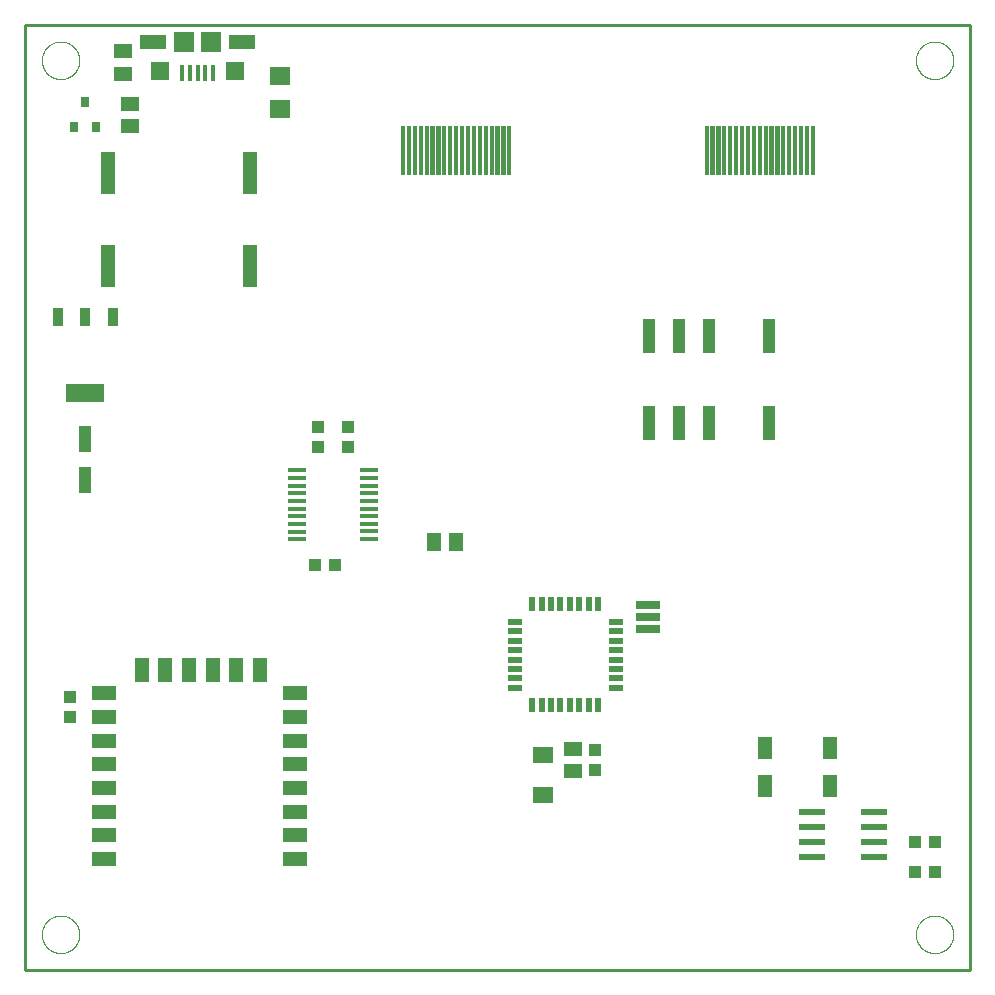
<source format=gtp>
G75*
%MOIN*%
%OFA0B0*%
%FSLAX25Y25*%
%IPPOS*%
%LPD*%
%AMOC8*
5,1,8,0,0,1.08239X$1,22.5*
%
%ADD10C,0.01000*%
%ADD11C,0.00000*%
%ADD12R,0.05000X0.02200*%
%ADD13R,0.02200X0.05000*%
%ADD14R,0.07087X0.05512*%
%ADD15R,0.03937X0.04331*%
%ADD16R,0.08700X0.02400*%
%ADD17R,0.03150X0.03543*%
%ADD18R,0.05906X0.05118*%
%ADD19R,0.05906X0.01378*%
%ADD20R,0.07874X0.04724*%
%ADD21R,0.04724X0.07874*%
%ADD22R,0.04331X0.03937*%
%ADD23R,0.04370X0.11811*%
%ADD24C,0.00118*%
%ADD25R,0.03500X0.06400*%
%ADD26R,0.12500X0.06400*%
%ADD27R,0.05118X0.05906*%
%ADD28R,0.01575X0.05315*%
%ADD29R,0.07087X0.07087*%
%ADD30R,0.09055X0.05118*%
%ADD31R,0.06299X0.06299*%
%ADD32R,0.07874X0.02756*%
%ADD33R,0.05118X0.07480*%
%ADD34R,0.05118X0.14173*%
%ADD35R,0.07087X0.06299*%
%ADD36R,0.03937X0.09055*%
D10*
X0043383Y0006500D02*
X0043383Y0321461D01*
X0358343Y0321461D01*
X0358343Y0006500D01*
X0043383Y0006500D01*
D11*
X0048944Y0018311D02*
X0048946Y0018469D01*
X0048952Y0018626D01*
X0048962Y0018784D01*
X0048976Y0018941D01*
X0048994Y0019097D01*
X0049015Y0019254D01*
X0049041Y0019409D01*
X0049071Y0019564D01*
X0049104Y0019718D01*
X0049142Y0019871D01*
X0049183Y0020024D01*
X0049228Y0020175D01*
X0049277Y0020325D01*
X0049330Y0020473D01*
X0049386Y0020621D01*
X0049447Y0020766D01*
X0049510Y0020911D01*
X0049578Y0021053D01*
X0049649Y0021194D01*
X0049723Y0021333D01*
X0049801Y0021470D01*
X0049883Y0021605D01*
X0049967Y0021738D01*
X0050056Y0021869D01*
X0050147Y0021997D01*
X0050242Y0022124D01*
X0050339Y0022247D01*
X0050440Y0022369D01*
X0050544Y0022487D01*
X0050651Y0022603D01*
X0050761Y0022716D01*
X0050873Y0022827D01*
X0050989Y0022934D01*
X0051107Y0023039D01*
X0051227Y0023141D01*
X0051350Y0023239D01*
X0051476Y0023335D01*
X0051604Y0023427D01*
X0051734Y0023516D01*
X0051866Y0023602D01*
X0052001Y0023684D01*
X0052138Y0023763D01*
X0052276Y0023838D01*
X0052416Y0023910D01*
X0052559Y0023978D01*
X0052702Y0024043D01*
X0052848Y0024104D01*
X0052995Y0024161D01*
X0053143Y0024215D01*
X0053293Y0024265D01*
X0053443Y0024311D01*
X0053595Y0024353D01*
X0053748Y0024392D01*
X0053902Y0024426D01*
X0054057Y0024457D01*
X0054212Y0024483D01*
X0054368Y0024506D01*
X0054525Y0024525D01*
X0054682Y0024540D01*
X0054839Y0024551D01*
X0054997Y0024558D01*
X0055155Y0024561D01*
X0055312Y0024560D01*
X0055470Y0024555D01*
X0055627Y0024546D01*
X0055785Y0024533D01*
X0055941Y0024516D01*
X0056098Y0024495D01*
X0056253Y0024471D01*
X0056408Y0024442D01*
X0056563Y0024409D01*
X0056716Y0024373D01*
X0056869Y0024332D01*
X0057020Y0024288D01*
X0057170Y0024240D01*
X0057319Y0024189D01*
X0057467Y0024133D01*
X0057613Y0024074D01*
X0057758Y0024011D01*
X0057901Y0023944D01*
X0058042Y0023874D01*
X0058181Y0023801D01*
X0058319Y0023724D01*
X0058455Y0023643D01*
X0058588Y0023559D01*
X0058719Y0023472D01*
X0058848Y0023381D01*
X0058975Y0023287D01*
X0059100Y0023190D01*
X0059221Y0023090D01*
X0059341Y0022987D01*
X0059457Y0022881D01*
X0059571Y0022772D01*
X0059683Y0022660D01*
X0059791Y0022546D01*
X0059896Y0022428D01*
X0059999Y0022308D01*
X0060098Y0022186D01*
X0060194Y0022061D01*
X0060287Y0021933D01*
X0060377Y0021804D01*
X0060463Y0021672D01*
X0060547Y0021538D01*
X0060626Y0021402D01*
X0060703Y0021264D01*
X0060775Y0021124D01*
X0060844Y0020982D01*
X0060910Y0020839D01*
X0060972Y0020694D01*
X0061030Y0020547D01*
X0061085Y0020399D01*
X0061136Y0020250D01*
X0061183Y0020099D01*
X0061226Y0019948D01*
X0061265Y0019795D01*
X0061301Y0019641D01*
X0061332Y0019487D01*
X0061360Y0019332D01*
X0061384Y0019176D01*
X0061404Y0019019D01*
X0061420Y0018862D01*
X0061432Y0018705D01*
X0061440Y0018548D01*
X0061444Y0018390D01*
X0061444Y0018232D01*
X0061440Y0018074D01*
X0061432Y0017917D01*
X0061420Y0017760D01*
X0061404Y0017603D01*
X0061384Y0017446D01*
X0061360Y0017290D01*
X0061332Y0017135D01*
X0061301Y0016981D01*
X0061265Y0016827D01*
X0061226Y0016674D01*
X0061183Y0016523D01*
X0061136Y0016372D01*
X0061085Y0016223D01*
X0061030Y0016075D01*
X0060972Y0015928D01*
X0060910Y0015783D01*
X0060844Y0015640D01*
X0060775Y0015498D01*
X0060703Y0015358D01*
X0060626Y0015220D01*
X0060547Y0015084D01*
X0060463Y0014950D01*
X0060377Y0014818D01*
X0060287Y0014689D01*
X0060194Y0014561D01*
X0060098Y0014436D01*
X0059999Y0014314D01*
X0059896Y0014194D01*
X0059791Y0014076D01*
X0059683Y0013962D01*
X0059571Y0013850D01*
X0059457Y0013741D01*
X0059341Y0013635D01*
X0059221Y0013532D01*
X0059100Y0013432D01*
X0058975Y0013335D01*
X0058848Y0013241D01*
X0058719Y0013150D01*
X0058588Y0013063D01*
X0058455Y0012979D01*
X0058319Y0012898D01*
X0058181Y0012821D01*
X0058042Y0012748D01*
X0057901Y0012678D01*
X0057758Y0012611D01*
X0057613Y0012548D01*
X0057467Y0012489D01*
X0057319Y0012433D01*
X0057170Y0012382D01*
X0057020Y0012334D01*
X0056869Y0012290D01*
X0056716Y0012249D01*
X0056563Y0012213D01*
X0056408Y0012180D01*
X0056253Y0012151D01*
X0056098Y0012127D01*
X0055941Y0012106D01*
X0055785Y0012089D01*
X0055627Y0012076D01*
X0055470Y0012067D01*
X0055312Y0012062D01*
X0055155Y0012061D01*
X0054997Y0012064D01*
X0054839Y0012071D01*
X0054682Y0012082D01*
X0054525Y0012097D01*
X0054368Y0012116D01*
X0054212Y0012139D01*
X0054057Y0012165D01*
X0053902Y0012196D01*
X0053748Y0012230D01*
X0053595Y0012269D01*
X0053443Y0012311D01*
X0053293Y0012357D01*
X0053143Y0012407D01*
X0052995Y0012461D01*
X0052848Y0012518D01*
X0052702Y0012579D01*
X0052559Y0012644D01*
X0052416Y0012712D01*
X0052276Y0012784D01*
X0052138Y0012859D01*
X0052001Y0012938D01*
X0051866Y0013020D01*
X0051734Y0013106D01*
X0051604Y0013195D01*
X0051476Y0013287D01*
X0051350Y0013383D01*
X0051227Y0013481D01*
X0051107Y0013583D01*
X0050989Y0013688D01*
X0050873Y0013795D01*
X0050761Y0013906D01*
X0050651Y0014019D01*
X0050544Y0014135D01*
X0050440Y0014253D01*
X0050339Y0014375D01*
X0050242Y0014498D01*
X0050147Y0014625D01*
X0050056Y0014753D01*
X0049967Y0014884D01*
X0049883Y0015017D01*
X0049801Y0015152D01*
X0049723Y0015289D01*
X0049649Y0015428D01*
X0049578Y0015569D01*
X0049510Y0015711D01*
X0049447Y0015856D01*
X0049386Y0016001D01*
X0049330Y0016149D01*
X0049277Y0016297D01*
X0049228Y0016447D01*
X0049183Y0016598D01*
X0049142Y0016751D01*
X0049104Y0016904D01*
X0049071Y0017058D01*
X0049041Y0017213D01*
X0049015Y0017368D01*
X0048994Y0017525D01*
X0048976Y0017681D01*
X0048962Y0017838D01*
X0048952Y0017996D01*
X0048946Y0018153D01*
X0048944Y0018311D01*
X0340282Y0018311D02*
X0340284Y0018469D01*
X0340290Y0018626D01*
X0340300Y0018784D01*
X0340314Y0018941D01*
X0340332Y0019097D01*
X0340353Y0019254D01*
X0340379Y0019409D01*
X0340409Y0019564D01*
X0340442Y0019718D01*
X0340480Y0019871D01*
X0340521Y0020024D01*
X0340566Y0020175D01*
X0340615Y0020325D01*
X0340668Y0020473D01*
X0340724Y0020621D01*
X0340785Y0020766D01*
X0340848Y0020911D01*
X0340916Y0021053D01*
X0340987Y0021194D01*
X0341061Y0021333D01*
X0341139Y0021470D01*
X0341221Y0021605D01*
X0341305Y0021738D01*
X0341394Y0021869D01*
X0341485Y0021997D01*
X0341580Y0022124D01*
X0341677Y0022247D01*
X0341778Y0022369D01*
X0341882Y0022487D01*
X0341989Y0022603D01*
X0342099Y0022716D01*
X0342211Y0022827D01*
X0342327Y0022934D01*
X0342445Y0023039D01*
X0342565Y0023141D01*
X0342688Y0023239D01*
X0342814Y0023335D01*
X0342942Y0023427D01*
X0343072Y0023516D01*
X0343204Y0023602D01*
X0343339Y0023684D01*
X0343476Y0023763D01*
X0343614Y0023838D01*
X0343754Y0023910D01*
X0343897Y0023978D01*
X0344040Y0024043D01*
X0344186Y0024104D01*
X0344333Y0024161D01*
X0344481Y0024215D01*
X0344631Y0024265D01*
X0344781Y0024311D01*
X0344933Y0024353D01*
X0345086Y0024392D01*
X0345240Y0024426D01*
X0345395Y0024457D01*
X0345550Y0024483D01*
X0345706Y0024506D01*
X0345863Y0024525D01*
X0346020Y0024540D01*
X0346177Y0024551D01*
X0346335Y0024558D01*
X0346493Y0024561D01*
X0346650Y0024560D01*
X0346808Y0024555D01*
X0346965Y0024546D01*
X0347123Y0024533D01*
X0347279Y0024516D01*
X0347436Y0024495D01*
X0347591Y0024471D01*
X0347746Y0024442D01*
X0347901Y0024409D01*
X0348054Y0024373D01*
X0348207Y0024332D01*
X0348358Y0024288D01*
X0348508Y0024240D01*
X0348657Y0024189D01*
X0348805Y0024133D01*
X0348951Y0024074D01*
X0349096Y0024011D01*
X0349239Y0023944D01*
X0349380Y0023874D01*
X0349519Y0023801D01*
X0349657Y0023724D01*
X0349793Y0023643D01*
X0349926Y0023559D01*
X0350057Y0023472D01*
X0350186Y0023381D01*
X0350313Y0023287D01*
X0350438Y0023190D01*
X0350559Y0023090D01*
X0350679Y0022987D01*
X0350795Y0022881D01*
X0350909Y0022772D01*
X0351021Y0022660D01*
X0351129Y0022546D01*
X0351234Y0022428D01*
X0351337Y0022308D01*
X0351436Y0022186D01*
X0351532Y0022061D01*
X0351625Y0021933D01*
X0351715Y0021804D01*
X0351801Y0021672D01*
X0351885Y0021538D01*
X0351964Y0021402D01*
X0352041Y0021264D01*
X0352113Y0021124D01*
X0352182Y0020982D01*
X0352248Y0020839D01*
X0352310Y0020694D01*
X0352368Y0020547D01*
X0352423Y0020399D01*
X0352474Y0020250D01*
X0352521Y0020099D01*
X0352564Y0019948D01*
X0352603Y0019795D01*
X0352639Y0019641D01*
X0352670Y0019487D01*
X0352698Y0019332D01*
X0352722Y0019176D01*
X0352742Y0019019D01*
X0352758Y0018862D01*
X0352770Y0018705D01*
X0352778Y0018548D01*
X0352782Y0018390D01*
X0352782Y0018232D01*
X0352778Y0018074D01*
X0352770Y0017917D01*
X0352758Y0017760D01*
X0352742Y0017603D01*
X0352722Y0017446D01*
X0352698Y0017290D01*
X0352670Y0017135D01*
X0352639Y0016981D01*
X0352603Y0016827D01*
X0352564Y0016674D01*
X0352521Y0016523D01*
X0352474Y0016372D01*
X0352423Y0016223D01*
X0352368Y0016075D01*
X0352310Y0015928D01*
X0352248Y0015783D01*
X0352182Y0015640D01*
X0352113Y0015498D01*
X0352041Y0015358D01*
X0351964Y0015220D01*
X0351885Y0015084D01*
X0351801Y0014950D01*
X0351715Y0014818D01*
X0351625Y0014689D01*
X0351532Y0014561D01*
X0351436Y0014436D01*
X0351337Y0014314D01*
X0351234Y0014194D01*
X0351129Y0014076D01*
X0351021Y0013962D01*
X0350909Y0013850D01*
X0350795Y0013741D01*
X0350679Y0013635D01*
X0350559Y0013532D01*
X0350438Y0013432D01*
X0350313Y0013335D01*
X0350186Y0013241D01*
X0350057Y0013150D01*
X0349926Y0013063D01*
X0349793Y0012979D01*
X0349657Y0012898D01*
X0349519Y0012821D01*
X0349380Y0012748D01*
X0349239Y0012678D01*
X0349096Y0012611D01*
X0348951Y0012548D01*
X0348805Y0012489D01*
X0348657Y0012433D01*
X0348508Y0012382D01*
X0348358Y0012334D01*
X0348207Y0012290D01*
X0348054Y0012249D01*
X0347901Y0012213D01*
X0347746Y0012180D01*
X0347591Y0012151D01*
X0347436Y0012127D01*
X0347279Y0012106D01*
X0347123Y0012089D01*
X0346965Y0012076D01*
X0346808Y0012067D01*
X0346650Y0012062D01*
X0346493Y0012061D01*
X0346335Y0012064D01*
X0346177Y0012071D01*
X0346020Y0012082D01*
X0345863Y0012097D01*
X0345706Y0012116D01*
X0345550Y0012139D01*
X0345395Y0012165D01*
X0345240Y0012196D01*
X0345086Y0012230D01*
X0344933Y0012269D01*
X0344781Y0012311D01*
X0344631Y0012357D01*
X0344481Y0012407D01*
X0344333Y0012461D01*
X0344186Y0012518D01*
X0344040Y0012579D01*
X0343897Y0012644D01*
X0343754Y0012712D01*
X0343614Y0012784D01*
X0343476Y0012859D01*
X0343339Y0012938D01*
X0343204Y0013020D01*
X0343072Y0013106D01*
X0342942Y0013195D01*
X0342814Y0013287D01*
X0342688Y0013383D01*
X0342565Y0013481D01*
X0342445Y0013583D01*
X0342327Y0013688D01*
X0342211Y0013795D01*
X0342099Y0013906D01*
X0341989Y0014019D01*
X0341882Y0014135D01*
X0341778Y0014253D01*
X0341677Y0014375D01*
X0341580Y0014498D01*
X0341485Y0014625D01*
X0341394Y0014753D01*
X0341305Y0014884D01*
X0341221Y0015017D01*
X0341139Y0015152D01*
X0341061Y0015289D01*
X0340987Y0015428D01*
X0340916Y0015569D01*
X0340848Y0015711D01*
X0340785Y0015856D01*
X0340724Y0016001D01*
X0340668Y0016149D01*
X0340615Y0016297D01*
X0340566Y0016447D01*
X0340521Y0016598D01*
X0340480Y0016751D01*
X0340442Y0016904D01*
X0340409Y0017058D01*
X0340379Y0017213D01*
X0340353Y0017368D01*
X0340332Y0017525D01*
X0340314Y0017681D01*
X0340300Y0017838D01*
X0340290Y0017996D01*
X0340284Y0018153D01*
X0340282Y0018311D01*
X0340282Y0309650D02*
X0340284Y0309808D01*
X0340290Y0309965D01*
X0340300Y0310123D01*
X0340314Y0310280D01*
X0340332Y0310436D01*
X0340353Y0310593D01*
X0340379Y0310748D01*
X0340409Y0310903D01*
X0340442Y0311057D01*
X0340480Y0311210D01*
X0340521Y0311363D01*
X0340566Y0311514D01*
X0340615Y0311664D01*
X0340668Y0311812D01*
X0340724Y0311960D01*
X0340785Y0312105D01*
X0340848Y0312250D01*
X0340916Y0312392D01*
X0340987Y0312533D01*
X0341061Y0312672D01*
X0341139Y0312809D01*
X0341221Y0312944D01*
X0341305Y0313077D01*
X0341394Y0313208D01*
X0341485Y0313336D01*
X0341580Y0313463D01*
X0341677Y0313586D01*
X0341778Y0313708D01*
X0341882Y0313826D01*
X0341989Y0313942D01*
X0342099Y0314055D01*
X0342211Y0314166D01*
X0342327Y0314273D01*
X0342445Y0314378D01*
X0342565Y0314480D01*
X0342688Y0314578D01*
X0342814Y0314674D01*
X0342942Y0314766D01*
X0343072Y0314855D01*
X0343204Y0314941D01*
X0343339Y0315023D01*
X0343476Y0315102D01*
X0343614Y0315177D01*
X0343754Y0315249D01*
X0343897Y0315317D01*
X0344040Y0315382D01*
X0344186Y0315443D01*
X0344333Y0315500D01*
X0344481Y0315554D01*
X0344631Y0315604D01*
X0344781Y0315650D01*
X0344933Y0315692D01*
X0345086Y0315731D01*
X0345240Y0315765D01*
X0345395Y0315796D01*
X0345550Y0315822D01*
X0345706Y0315845D01*
X0345863Y0315864D01*
X0346020Y0315879D01*
X0346177Y0315890D01*
X0346335Y0315897D01*
X0346493Y0315900D01*
X0346650Y0315899D01*
X0346808Y0315894D01*
X0346965Y0315885D01*
X0347123Y0315872D01*
X0347279Y0315855D01*
X0347436Y0315834D01*
X0347591Y0315810D01*
X0347746Y0315781D01*
X0347901Y0315748D01*
X0348054Y0315712D01*
X0348207Y0315671D01*
X0348358Y0315627D01*
X0348508Y0315579D01*
X0348657Y0315528D01*
X0348805Y0315472D01*
X0348951Y0315413D01*
X0349096Y0315350D01*
X0349239Y0315283D01*
X0349380Y0315213D01*
X0349519Y0315140D01*
X0349657Y0315063D01*
X0349793Y0314982D01*
X0349926Y0314898D01*
X0350057Y0314811D01*
X0350186Y0314720D01*
X0350313Y0314626D01*
X0350438Y0314529D01*
X0350559Y0314429D01*
X0350679Y0314326D01*
X0350795Y0314220D01*
X0350909Y0314111D01*
X0351021Y0313999D01*
X0351129Y0313885D01*
X0351234Y0313767D01*
X0351337Y0313647D01*
X0351436Y0313525D01*
X0351532Y0313400D01*
X0351625Y0313272D01*
X0351715Y0313143D01*
X0351801Y0313011D01*
X0351885Y0312877D01*
X0351964Y0312741D01*
X0352041Y0312603D01*
X0352113Y0312463D01*
X0352182Y0312321D01*
X0352248Y0312178D01*
X0352310Y0312033D01*
X0352368Y0311886D01*
X0352423Y0311738D01*
X0352474Y0311589D01*
X0352521Y0311438D01*
X0352564Y0311287D01*
X0352603Y0311134D01*
X0352639Y0310980D01*
X0352670Y0310826D01*
X0352698Y0310671D01*
X0352722Y0310515D01*
X0352742Y0310358D01*
X0352758Y0310201D01*
X0352770Y0310044D01*
X0352778Y0309887D01*
X0352782Y0309729D01*
X0352782Y0309571D01*
X0352778Y0309413D01*
X0352770Y0309256D01*
X0352758Y0309099D01*
X0352742Y0308942D01*
X0352722Y0308785D01*
X0352698Y0308629D01*
X0352670Y0308474D01*
X0352639Y0308320D01*
X0352603Y0308166D01*
X0352564Y0308013D01*
X0352521Y0307862D01*
X0352474Y0307711D01*
X0352423Y0307562D01*
X0352368Y0307414D01*
X0352310Y0307267D01*
X0352248Y0307122D01*
X0352182Y0306979D01*
X0352113Y0306837D01*
X0352041Y0306697D01*
X0351964Y0306559D01*
X0351885Y0306423D01*
X0351801Y0306289D01*
X0351715Y0306157D01*
X0351625Y0306028D01*
X0351532Y0305900D01*
X0351436Y0305775D01*
X0351337Y0305653D01*
X0351234Y0305533D01*
X0351129Y0305415D01*
X0351021Y0305301D01*
X0350909Y0305189D01*
X0350795Y0305080D01*
X0350679Y0304974D01*
X0350559Y0304871D01*
X0350438Y0304771D01*
X0350313Y0304674D01*
X0350186Y0304580D01*
X0350057Y0304489D01*
X0349926Y0304402D01*
X0349793Y0304318D01*
X0349657Y0304237D01*
X0349519Y0304160D01*
X0349380Y0304087D01*
X0349239Y0304017D01*
X0349096Y0303950D01*
X0348951Y0303887D01*
X0348805Y0303828D01*
X0348657Y0303772D01*
X0348508Y0303721D01*
X0348358Y0303673D01*
X0348207Y0303629D01*
X0348054Y0303588D01*
X0347901Y0303552D01*
X0347746Y0303519D01*
X0347591Y0303490D01*
X0347436Y0303466D01*
X0347279Y0303445D01*
X0347123Y0303428D01*
X0346965Y0303415D01*
X0346808Y0303406D01*
X0346650Y0303401D01*
X0346493Y0303400D01*
X0346335Y0303403D01*
X0346177Y0303410D01*
X0346020Y0303421D01*
X0345863Y0303436D01*
X0345706Y0303455D01*
X0345550Y0303478D01*
X0345395Y0303504D01*
X0345240Y0303535D01*
X0345086Y0303569D01*
X0344933Y0303608D01*
X0344781Y0303650D01*
X0344631Y0303696D01*
X0344481Y0303746D01*
X0344333Y0303800D01*
X0344186Y0303857D01*
X0344040Y0303918D01*
X0343897Y0303983D01*
X0343754Y0304051D01*
X0343614Y0304123D01*
X0343476Y0304198D01*
X0343339Y0304277D01*
X0343204Y0304359D01*
X0343072Y0304445D01*
X0342942Y0304534D01*
X0342814Y0304626D01*
X0342688Y0304722D01*
X0342565Y0304820D01*
X0342445Y0304922D01*
X0342327Y0305027D01*
X0342211Y0305134D01*
X0342099Y0305245D01*
X0341989Y0305358D01*
X0341882Y0305474D01*
X0341778Y0305592D01*
X0341677Y0305714D01*
X0341580Y0305837D01*
X0341485Y0305964D01*
X0341394Y0306092D01*
X0341305Y0306223D01*
X0341221Y0306356D01*
X0341139Y0306491D01*
X0341061Y0306628D01*
X0340987Y0306767D01*
X0340916Y0306908D01*
X0340848Y0307050D01*
X0340785Y0307195D01*
X0340724Y0307340D01*
X0340668Y0307488D01*
X0340615Y0307636D01*
X0340566Y0307786D01*
X0340521Y0307937D01*
X0340480Y0308090D01*
X0340442Y0308243D01*
X0340409Y0308397D01*
X0340379Y0308552D01*
X0340353Y0308707D01*
X0340332Y0308864D01*
X0340314Y0309020D01*
X0340300Y0309177D01*
X0340290Y0309335D01*
X0340284Y0309492D01*
X0340282Y0309650D01*
X0048944Y0309650D02*
X0048946Y0309808D01*
X0048952Y0309965D01*
X0048962Y0310123D01*
X0048976Y0310280D01*
X0048994Y0310436D01*
X0049015Y0310593D01*
X0049041Y0310748D01*
X0049071Y0310903D01*
X0049104Y0311057D01*
X0049142Y0311210D01*
X0049183Y0311363D01*
X0049228Y0311514D01*
X0049277Y0311664D01*
X0049330Y0311812D01*
X0049386Y0311960D01*
X0049447Y0312105D01*
X0049510Y0312250D01*
X0049578Y0312392D01*
X0049649Y0312533D01*
X0049723Y0312672D01*
X0049801Y0312809D01*
X0049883Y0312944D01*
X0049967Y0313077D01*
X0050056Y0313208D01*
X0050147Y0313336D01*
X0050242Y0313463D01*
X0050339Y0313586D01*
X0050440Y0313708D01*
X0050544Y0313826D01*
X0050651Y0313942D01*
X0050761Y0314055D01*
X0050873Y0314166D01*
X0050989Y0314273D01*
X0051107Y0314378D01*
X0051227Y0314480D01*
X0051350Y0314578D01*
X0051476Y0314674D01*
X0051604Y0314766D01*
X0051734Y0314855D01*
X0051866Y0314941D01*
X0052001Y0315023D01*
X0052138Y0315102D01*
X0052276Y0315177D01*
X0052416Y0315249D01*
X0052559Y0315317D01*
X0052702Y0315382D01*
X0052848Y0315443D01*
X0052995Y0315500D01*
X0053143Y0315554D01*
X0053293Y0315604D01*
X0053443Y0315650D01*
X0053595Y0315692D01*
X0053748Y0315731D01*
X0053902Y0315765D01*
X0054057Y0315796D01*
X0054212Y0315822D01*
X0054368Y0315845D01*
X0054525Y0315864D01*
X0054682Y0315879D01*
X0054839Y0315890D01*
X0054997Y0315897D01*
X0055155Y0315900D01*
X0055312Y0315899D01*
X0055470Y0315894D01*
X0055627Y0315885D01*
X0055785Y0315872D01*
X0055941Y0315855D01*
X0056098Y0315834D01*
X0056253Y0315810D01*
X0056408Y0315781D01*
X0056563Y0315748D01*
X0056716Y0315712D01*
X0056869Y0315671D01*
X0057020Y0315627D01*
X0057170Y0315579D01*
X0057319Y0315528D01*
X0057467Y0315472D01*
X0057613Y0315413D01*
X0057758Y0315350D01*
X0057901Y0315283D01*
X0058042Y0315213D01*
X0058181Y0315140D01*
X0058319Y0315063D01*
X0058455Y0314982D01*
X0058588Y0314898D01*
X0058719Y0314811D01*
X0058848Y0314720D01*
X0058975Y0314626D01*
X0059100Y0314529D01*
X0059221Y0314429D01*
X0059341Y0314326D01*
X0059457Y0314220D01*
X0059571Y0314111D01*
X0059683Y0313999D01*
X0059791Y0313885D01*
X0059896Y0313767D01*
X0059999Y0313647D01*
X0060098Y0313525D01*
X0060194Y0313400D01*
X0060287Y0313272D01*
X0060377Y0313143D01*
X0060463Y0313011D01*
X0060547Y0312877D01*
X0060626Y0312741D01*
X0060703Y0312603D01*
X0060775Y0312463D01*
X0060844Y0312321D01*
X0060910Y0312178D01*
X0060972Y0312033D01*
X0061030Y0311886D01*
X0061085Y0311738D01*
X0061136Y0311589D01*
X0061183Y0311438D01*
X0061226Y0311287D01*
X0061265Y0311134D01*
X0061301Y0310980D01*
X0061332Y0310826D01*
X0061360Y0310671D01*
X0061384Y0310515D01*
X0061404Y0310358D01*
X0061420Y0310201D01*
X0061432Y0310044D01*
X0061440Y0309887D01*
X0061444Y0309729D01*
X0061444Y0309571D01*
X0061440Y0309413D01*
X0061432Y0309256D01*
X0061420Y0309099D01*
X0061404Y0308942D01*
X0061384Y0308785D01*
X0061360Y0308629D01*
X0061332Y0308474D01*
X0061301Y0308320D01*
X0061265Y0308166D01*
X0061226Y0308013D01*
X0061183Y0307862D01*
X0061136Y0307711D01*
X0061085Y0307562D01*
X0061030Y0307414D01*
X0060972Y0307267D01*
X0060910Y0307122D01*
X0060844Y0306979D01*
X0060775Y0306837D01*
X0060703Y0306697D01*
X0060626Y0306559D01*
X0060547Y0306423D01*
X0060463Y0306289D01*
X0060377Y0306157D01*
X0060287Y0306028D01*
X0060194Y0305900D01*
X0060098Y0305775D01*
X0059999Y0305653D01*
X0059896Y0305533D01*
X0059791Y0305415D01*
X0059683Y0305301D01*
X0059571Y0305189D01*
X0059457Y0305080D01*
X0059341Y0304974D01*
X0059221Y0304871D01*
X0059100Y0304771D01*
X0058975Y0304674D01*
X0058848Y0304580D01*
X0058719Y0304489D01*
X0058588Y0304402D01*
X0058455Y0304318D01*
X0058319Y0304237D01*
X0058181Y0304160D01*
X0058042Y0304087D01*
X0057901Y0304017D01*
X0057758Y0303950D01*
X0057613Y0303887D01*
X0057467Y0303828D01*
X0057319Y0303772D01*
X0057170Y0303721D01*
X0057020Y0303673D01*
X0056869Y0303629D01*
X0056716Y0303588D01*
X0056563Y0303552D01*
X0056408Y0303519D01*
X0056253Y0303490D01*
X0056098Y0303466D01*
X0055941Y0303445D01*
X0055785Y0303428D01*
X0055627Y0303415D01*
X0055470Y0303406D01*
X0055312Y0303401D01*
X0055155Y0303400D01*
X0054997Y0303403D01*
X0054839Y0303410D01*
X0054682Y0303421D01*
X0054525Y0303436D01*
X0054368Y0303455D01*
X0054212Y0303478D01*
X0054057Y0303504D01*
X0053902Y0303535D01*
X0053748Y0303569D01*
X0053595Y0303608D01*
X0053443Y0303650D01*
X0053293Y0303696D01*
X0053143Y0303746D01*
X0052995Y0303800D01*
X0052848Y0303857D01*
X0052702Y0303918D01*
X0052559Y0303983D01*
X0052416Y0304051D01*
X0052276Y0304123D01*
X0052138Y0304198D01*
X0052001Y0304277D01*
X0051866Y0304359D01*
X0051734Y0304445D01*
X0051604Y0304534D01*
X0051476Y0304626D01*
X0051350Y0304722D01*
X0051227Y0304820D01*
X0051107Y0304922D01*
X0050989Y0305027D01*
X0050873Y0305134D01*
X0050761Y0305245D01*
X0050651Y0305358D01*
X0050544Y0305474D01*
X0050440Y0305592D01*
X0050339Y0305714D01*
X0050242Y0305837D01*
X0050147Y0305964D01*
X0050056Y0306092D01*
X0049967Y0306223D01*
X0049883Y0306356D01*
X0049801Y0306491D01*
X0049723Y0306628D01*
X0049649Y0306767D01*
X0049578Y0306908D01*
X0049510Y0307050D01*
X0049447Y0307195D01*
X0049386Y0307340D01*
X0049330Y0307488D01*
X0049277Y0307636D01*
X0049228Y0307786D01*
X0049183Y0307937D01*
X0049142Y0308090D01*
X0049104Y0308243D01*
X0049071Y0308397D01*
X0049041Y0308552D01*
X0049015Y0308707D01*
X0048994Y0308864D01*
X0048976Y0309020D01*
X0048962Y0309177D01*
X0048952Y0309335D01*
X0048946Y0309492D01*
X0048944Y0309650D01*
D12*
X0206483Y0122524D03*
X0206483Y0119374D03*
X0206483Y0116224D03*
X0206483Y0113075D03*
X0206483Y0109925D03*
X0206483Y0106776D03*
X0206483Y0103626D03*
X0206483Y0100476D03*
X0240283Y0100476D03*
X0240283Y0103626D03*
X0240283Y0106776D03*
X0240283Y0109925D03*
X0240283Y0113075D03*
X0240283Y0116224D03*
X0240283Y0119374D03*
X0240283Y0122524D03*
D13*
X0234406Y0128400D03*
X0231257Y0128400D03*
X0228107Y0128400D03*
X0224957Y0128400D03*
X0221808Y0128400D03*
X0218658Y0128400D03*
X0215509Y0128400D03*
X0212359Y0128400D03*
X0212359Y0094600D03*
X0215509Y0094600D03*
X0218658Y0094600D03*
X0221808Y0094600D03*
X0224957Y0094600D03*
X0228107Y0094600D03*
X0231257Y0094600D03*
X0234406Y0094600D03*
D14*
X0215883Y0078193D03*
X0215883Y0064807D03*
D15*
X0233383Y0073154D03*
X0233383Y0079846D03*
X0146729Y0141500D03*
X0140036Y0141500D03*
X0140883Y0180654D03*
X0140883Y0187346D03*
X0150883Y0187346D03*
X0150883Y0180654D03*
X0340036Y0049000D03*
X0346729Y0049000D03*
X0346729Y0039000D03*
X0340036Y0039000D03*
D16*
X0326183Y0044000D03*
X0326183Y0049000D03*
X0326183Y0054000D03*
X0326183Y0059000D03*
X0305583Y0059000D03*
X0305583Y0054000D03*
X0305583Y0049000D03*
X0305583Y0044000D03*
D17*
X0067123Y0287563D03*
X0059642Y0287563D03*
X0063383Y0295831D03*
D18*
X0075883Y0305260D03*
X0075883Y0312740D03*
X0078383Y0295240D03*
X0078383Y0287760D03*
X0225883Y0080240D03*
X0225883Y0072760D03*
D19*
X0157949Y0150043D03*
X0157949Y0152602D03*
X0157949Y0155161D03*
X0157949Y0157720D03*
X0157949Y0160220D03*
X0157949Y0162780D03*
X0157949Y0165339D03*
X0157949Y0167898D03*
X0157949Y0170457D03*
X0157949Y0173016D03*
X0133816Y0173016D03*
X0133816Y0170457D03*
X0133816Y0167898D03*
X0133816Y0165339D03*
X0133816Y0162780D03*
X0133816Y0160220D03*
X0133816Y0157661D03*
X0133816Y0155102D03*
X0133816Y0152543D03*
X0133816Y0149984D03*
D20*
X0133383Y0098626D03*
X0133383Y0090752D03*
X0133383Y0082878D03*
X0133383Y0075004D03*
X0133383Y0067130D03*
X0133383Y0059256D03*
X0133383Y0051382D03*
X0133383Y0043508D03*
X0069603Y0043508D03*
X0069603Y0051382D03*
X0069603Y0059256D03*
X0069603Y0067130D03*
X0069603Y0075004D03*
X0069603Y0082878D03*
X0069603Y0090752D03*
X0069603Y0098626D03*
D21*
X0082201Y0106500D03*
X0090075Y0106500D03*
X0097949Y0106500D03*
X0105823Y0106500D03*
X0113698Y0106500D03*
X0121572Y0106500D03*
D22*
X0058383Y0097346D03*
X0058383Y0090654D03*
D23*
X0251183Y0188911D03*
X0261183Y0188911D03*
X0271183Y0188911D03*
X0291183Y0188911D03*
X0291183Y0217611D03*
X0271183Y0217611D03*
X0261183Y0217611D03*
X0251183Y0217611D03*
D24*
X0269820Y0287701D02*
X0270882Y0287701D01*
X0270882Y0271677D01*
X0269820Y0271677D01*
X0269820Y0287701D01*
X0269820Y0271794D02*
X0270882Y0271794D01*
X0270882Y0271911D02*
X0269820Y0271911D01*
X0269820Y0272028D02*
X0270882Y0272028D01*
X0270882Y0272145D02*
X0269820Y0272145D01*
X0269820Y0272262D02*
X0270882Y0272262D01*
X0270882Y0272379D02*
X0269820Y0272379D01*
X0269820Y0272496D02*
X0270882Y0272496D01*
X0270882Y0272613D02*
X0269820Y0272613D01*
X0269820Y0272730D02*
X0270882Y0272730D01*
X0270882Y0272847D02*
X0269820Y0272847D01*
X0269820Y0272964D02*
X0270882Y0272964D01*
X0270882Y0273081D02*
X0269820Y0273081D01*
X0269820Y0273198D02*
X0270882Y0273198D01*
X0270882Y0273315D02*
X0269820Y0273315D01*
X0269820Y0273432D02*
X0270882Y0273432D01*
X0270882Y0273549D02*
X0269820Y0273549D01*
X0269820Y0273666D02*
X0270882Y0273666D01*
X0270882Y0273783D02*
X0269820Y0273783D01*
X0269820Y0273900D02*
X0270882Y0273900D01*
X0270882Y0274017D02*
X0269820Y0274017D01*
X0269820Y0274134D02*
X0270882Y0274134D01*
X0270882Y0274251D02*
X0269820Y0274251D01*
X0269820Y0274368D02*
X0270882Y0274368D01*
X0270882Y0274485D02*
X0269820Y0274485D01*
X0269820Y0274602D02*
X0270882Y0274602D01*
X0270882Y0274719D02*
X0269820Y0274719D01*
X0269820Y0274836D02*
X0270882Y0274836D01*
X0270882Y0274953D02*
X0269820Y0274953D01*
X0269820Y0275070D02*
X0270882Y0275070D01*
X0270882Y0275187D02*
X0269820Y0275187D01*
X0269820Y0275304D02*
X0270882Y0275304D01*
X0270882Y0275421D02*
X0269820Y0275421D01*
X0269820Y0275538D02*
X0270882Y0275538D01*
X0270882Y0275655D02*
X0269820Y0275655D01*
X0269820Y0275772D02*
X0270882Y0275772D01*
X0270882Y0275889D02*
X0269820Y0275889D01*
X0269820Y0276006D02*
X0270882Y0276006D01*
X0270882Y0276123D02*
X0269820Y0276123D01*
X0269820Y0276240D02*
X0270882Y0276240D01*
X0270882Y0276357D02*
X0269820Y0276357D01*
X0269820Y0276474D02*
X0270882Y0276474D01*
X0270882Y0276591D02*
X0269820Y0276591D01*
X0269820Y0276708D02*
X0270882Y0276708D01*
X0270882Y0276825D02*
X0269820Y0276825D01*
X0269820Y0276942D02*
X0270882Y0276942D01*
X0270882Y0277059D02*
X0269820Y0277059D01*
X0269820Y0277176D02*
X0270882Y0277176D01*
X0270882Y0277293D02*
X0269820Y0277293D01*
X0269820Y0277410D02*
X0270882Y0277410D01*
X0270882Y0277527D02*
X0269820Y0277527D01*
X0269820Y0277644D02*
X0270882Y0277644D01*
X0270882Y0277761D02*
X0269820Y0277761D01*
X0269820Y0277878D02*
X0270882Y0277878D01*
X0270882Y0277995D02*
X0269820Y0277995D01*
X0269820Y0278112D02*
X0270882Y0278112D01*
X0270882Y0278229D02*
X0269820Y0278229D01*
X0269820Y0278346D02*
X0270882Y0278346D01*
X0270882Y0278463D02*
X0269820Y0278463D01*
X0269820Y0278580D02*
X0270882Y0278580D01*
X0270882Y0278697D02*
X0269820Y0278697D01*
X0269820Y0278814D02*
X0270882Y0278814D01*
X0270882Y0278931D02*
X0269820Y0278931D01*
X0269820Y0279048D02*
X0270882Y0279048D01*
X0270882Y0279165D02*
X0269820Y0279165D01*
X0269820Y0279282D02*
X0270882Y0279282D01*
X0270882Y0279399D02*
X0269820Y0279399D01*
X0269820Y0279516D02*
X0270882Y0279516D01*
X0270882Y0279633D02*
X0269820Y0279633D01*
X0269820Y0279750D02*
X0270882Y0279750D01*
X0270882Y0279867D02*
X0269820Y0279867D01*
X0269820Y0279984D02*
X0270882Y0279984D01*
X0270882Y0280101D02*
X0269820Y0280101D01*
X0269820Y0280218D02*
X0270882Y0280218D01*
X0270882Y0280335D02*
X0269820Y0280335D01*
X0269820Y0280452D02*
X0270882Y0280452D01*
X0270882Y0280569D02*
X0269820Y0280569D01*
X0269820Y0280686D02*
X0270882Y0280686D01*
X0270882Y0280803D02*
X0269820Y0280803D01*
X0269820Y0280920D02*
X0270882Y0280920D01*
X0270882Y0281037D02*
X0269820Y0281037D01*
X0269820Y0281154D02*
X0270882Y0281154D01*
X0270882Y0281271D02*
X0269820Y0281271D01*
X0269820Y0281388D02*
X0270882Y0281388D01*
X0270882Y0281505D02*
X0269820Y0281505D01*
X0269820Y0281622D02*
X0270882Y0281622D01*
X0270882Y0281739D02*
X0269820Y0281739D01*
X0269820Y0281856D02*
X0270882Y0281856D01*
X0270882Y0281973D02*
X0269820Y0281973D01*
X0269820Y0282090D02*
X0270882Y0282090D01*
X0270882Y0282207D02*
X0269820Y0282207D01*
X0269820Y0282324D02*
X0270882Y0282324D01*
X0270882Y0282441D02*
X0269820Y0282441D01*
X0269820Y0282558D02*
X0270882Y0282558D01*
X0270882Y0282675D02*
X0269820Y0282675D01*
X0269820Y0282792D02*
X0270882Y0282792D01*
X0270882Y0282909D02*
X0269820Y0282909D01*
X0269820Y0283026D02*
X0270882Y0283026D01*
X0270882Y0283143D02*
X0269820Y0283143D01*
X0269820Y0283260D02*
X0270882Y0283260D01*
X0270882Y0283377D02*
X0269820Y0283377D01*
X0269820Y0283494D02*
X0270882Y0283494D01*
X0270882Y0283611D02*
X0269820Y0283611D01*
X0269820Y0283728D02*
X0270882Y0283728D01*
X0270882Y0283845D02*
X0269820Y0283845D01*
X0269820Y0283962D02*
X0270882Y0283962D01*
X0270882Y0284079D02*
X0269820Y0284079D01*
X0269820Y0284196D02*
X0270882Y0284196D01*
X0270882Y0284313D02*
X0269820Y0284313D01*
X0269820Y0284430D02*
X0270882Y0284430D01*
X0270882Y0284547D02*
X0269820Y0284547D01*
X0269820Y0284664D02*
X0270882Y0284664D01*
X0270882Y0284781D02*
X0269820Y0284781D01*
X0269820Y0284898D02*
X0270882Y0284898D01*
X0270882Y0285015D02*
X0269820Y0285015D01*
X0269820Y0285132D02*
X0270882Y0285132D01*
X0270882Y0285249D02*
X0269820Y0285249D01*
X0269820Y0285366D02*
X0270882Y0285366D01*
X0270882Y0285483D02*
X0269820Y0285483D01*
X0269820Y0285600D02*
X0270882Y0285600D01*
X0270882Y0285717D02*
X0269820Y0285717D01*
X0269820Y0285834D02*
X0270882Y0285834D01*
X0270882Y0285951D02*
X0269820Y0285951D01*
X0269820Y0286068D02*
X0270882Y0286068D01*
X0270882Y0286185D02*
X0269820Y0286185D01*
X0269820Y0286302D02*
X0270882Y0286302D01*
X0270882Y0286419D02*
X0269820Y0286419D01*
X0269820Y0286536D02*
X0270882Y0286536D01*
X0270882Y0286653D02*
X0269820Y0286653D01*
X0269820Y0286770D02*
X0270882Y0286770D01*
X0270882Y0286887D02*
X0269820Y0286887D01*
X0269820Y0287004D02*
X0270882Y0287004D01*
X0270882Y0287121D02*
X0269820Y0287121D01*
X0269820Y0287238D02*
X0270882Y0287238D01*
X0270882Y0287355D02*
X0269820Y0287355D01*
X0269820Y0287472D02*
X0270882Y0287472D01*
X0270882Y0287589D02*
X0269820Y0287589D01*
X0271789Y0287701D02*
X0272851Y0287701D01*
X0272851Y0271677D01*
X0271789Y0271677D01*
X0271789Y0287701D01*
X0271789Y0271794D02*
X0272851Y0271794D01*
X0272851Y0271911D02*
X0271789Y0271911D01*
X0271789Y0272028D02*
X0272851Y0272028D01*
X0272851Y0272145D02*
X0271789Y0272145D01*
X0271789Y0272262D02*
X0272851Y0272262D01*
X0272851Y0272379D02*
X0271789Y0272379D01*
X0271789Y0272496D02*
X0272851Y0272496D01*
X0272851Y0272613D02*
X0271789Y0272613D01*
X0271789Y0272730D02*
X0272851Y0272730D01*
X0272851Y0272847D02*
X0271789Y0272847D01*
X0271789Y0272964D02*
X0272851Y0272964D01*
X0272851Y0273081D02*
X0271789Y0273081D01*
X0271789Y0273198D02*
X0272851Y0273198D01*
X0272851Y0273315D02*
X0271789Y0273315D01*
X0271789Y0273432D02*
X0272851Y0273432D01*
X0272851Y0273549D02*
X0271789Y0273549D01*
X0271789Y0273666D02*
X0272851Y0273666D01*
X0272851Y0273783D02*
X0271789Y0273783D01*
X0271789Y0273900D02*
X0272851Y0273900D01*
X0272851Y0274017D02*
X0271789Y0274017D01*
X0271789Y0274134D02*
X0272851Y0274134D01*
X0272851Y0274251D02*
X0271789Y0274251D01*
X0271789Y0274368D02*
X0272851Y0274368D01*
X0272851Y0274485D02*
X0271789Y0274485D01*
X0271789Y0274602D02*
X0272851Y0274602D01*
X0272851Y0274719D02*
X0271789Y0274719D01*
X0271789Y0274836D02*
X0272851Y0274836D01*
X0272851Y0274953D02*
X0271789Y0274953D01*
X0271789Y0275070D02*
X0272851Y0275070D01*
X0272851Y0275187D02*
X0271789Y0275187D01*
X0271789Y0275304D02*
X0272851Y0275304D01*
X0272851Y0275421D02*
X0271789Y0275421D01*
X0271789Y0275538D02*
X0272851Y0275538D01*
X0272851Y0275655D02*
X0271789Y0275655D01*
X0271789Y0275772D02*
X0272851Y0275772D01*
X0272851Y0275889D02*
X0271789Y0275889D01*
X0271789Y0276006D02*
X0272851Y0276006D01*
X0272851Y0276123D02*
X0271789Y0276123D01*
X0271789Y0276240D02*
X0272851Y0276240D01*
X0272851Y0276357D02*
X0271789Y0276357D01*
X0271789Y0276474D02*
X0272851Y0276474D01*
X0272851Y0276591D02*
X0271789Y0276591D01*
X0271789Y0276708D02*
X0272851Y0276708D01*
X0272851Y0276825D02*
X0271789Y0276825D01*
X0271789Y0276942D02*
X0272851Y0276942D01*
X0272851Y0277059D02*
X0271789Y0277059D01*
X0271789Y0277176D02*
X0272851Y0277176D01*
X0272851Y0277293D02*
X0271789Y0277293D01*
X0271789Y0277410D02*
X0272851Y0277410D01*
X0272851Y0277527D02*
X0271789Y0277527D01*
X0271789Y0277644D02*
X0272851Y0277644D01*
X0272851Y0277761D02*
X0271789Y0277761D01*
X0271789Y0277878D02*
X0272851Y0277878D01*
X0272851Y0277995D02*
X0271789Y0277995D01*
X0271789Y0278112D02*
X0272851Y0278112D01*
X0272851Y0278229D02*
X0271789Y0278229D01*
X0271789Y0278346D02*
X0272851Y0278346D01*
X0272851Y0278463D02*
X0271789Y0278463D01*
X0271789Y0278580D02*
X0272851Y0278580D01*
X0272851Y0278697D02*
X0271789Y0278697D01*
X0271789Y0278814D02*
X0272851Y0278814D01*
X0272851Y0278931D02*
X0271789Y0278931D01*
X0271789Y0279048D02*
X0272851Y0279048D01*
X0272851Y0279165D02*
X0271789Y0279165D01*
X0271789Y0279282D02*
X0272851Y0279282D01*
X0272851Y0279399D02*
X0271789Y0279399D01*
X0271789Y0279516D02*
X0272851Y0279516D01*
X0272851Y0279633D02*
X0271789Y0279633D01*
X0271789Y0279750D02*
X0272851Y0279750D01*
X0272851Y0279867D02*
X0271789Y0279867D01*
X0271789Y0279984D02*
X0272851Y0279984D01*
X0272851Y0280101D02*
X0271789Y0280101D01*
X0271789Y0280218D02*
X0272851Y0280218D01*
X0272851Y0280335D02*
X0271789Y0280335D01*
X0271789Y0280452D02*
X0272851Y0280452D01*
X0272851Y0280569D02*
X0271789Y0280569D01*
X0271789Y0280686D02*
X0272851Y0280686D01*
X0272851Y0280803D02*
X0271789Y0280803D01*
X0271789Y0280920D02*
X0272851Y0280920D01*
X0272851Y0281037D02*
X0271789Y0281037D01*
X0271789Y0281154D02*
X0272851Y0281154D01*
X0272851Y0281271D02*
X0271789Y0281271D01*
X0271789Y0281388D02*
X0272851Y0281388D01*
X0272851Y0281505D02*
X0271789Y0281505D01*
X0271789Y0281622D02*
X0272851Y0281622D01*
X0272851Y0281739D02*
X0271789Y0281739D01*
X0271789Y0281856D02*
X0272851Y0281856D01*
X0272851Y0281973D02*
X0271789Y0281973D01*
X0271789Y0282090D02*
X0272851Y0282090D01*
X0272851Y0282207D02*
X0271789Y0282207D01*
X0271789Y0282324D02*
X0272851Y0282324D01*
X0272851Y0282441D02*
X0271789Y0282441D01*
X0271789Y0282558D02*
X0272851Y0282558D01*
X0272851Y0282675D02*
X0271789Y0282675D01*
X0271789Y0282792D02*
X0272851Y0282792D01*
X0272851Y0282909D02*
X0271789Y0282909D01*
X0271789Y0283026D02*
X0272851Y0283026D01*
X0272851Y0283143D02*
X0271789Y0283143D01*
X0271789Y0283260D02*
X0272851Y0283260D01*
X0272851Y0283377D02*
X0271789Y0283377D01*
X0271789Y0283494D02*
X0272851Y0283494D01*
X0272851Y0283611D02*
X0271789Y0283611D01*
X0271789Y0283728D02*
X0272851Y0283728D01*
X0272851Y0283845D02*
X0271789Y0283845D01*
X0271789Y0283962D02*
X0272851Y0283962D01*
X0272851Y0284079D02*
X0271789Y0284079D01*
X0271789Y0284196D02*
X0272851Y0284196D01*
X0272851Y0284313D02*
X0271789Y0284313D01*
X0271789Y0284430D02*
X0272851Y0284430D01*
X0272851Y0284547D02*
X0271789Y0284547D01*
X0271789Y0284664D02*
X0272851Y0284664D01*
X0272851Y0284781D02*
X0271789Y0284781D01*
X0271789Y0284898D02*
X0272851Y0284898D01*
X0272851Y0285015D02*
X0271789Y0285015D01*
X0271789Y0285132D02*
X0272851Y0285132D01*
X0272851Y0285249D02*
X0271789Y0285249D01*
X0271789Y0285366D02*
X0272851Y0285366D01*
X0272851Y0285483D02*
X0271789Y0285483D01*
X0271789Y0285600D02*
X0272851Y0285600D01*
X0272851Y0285717D02*
X0271789Y0285717D01*
X0271789Y0285834D02*
X0272851Y0285834D01*
X0272851Y0285951D02*
X0271789Y0285951D01*
X0271789Y0286068D02*
X0272851Y0286068D01*
X0272851Y0286185D02*
X0271789Y0286185D01*
X0271789Y0286302D02*
X0272851Y0286302D01*
X0272851Y0286419D02*
X0271789Y0286419D01*
X0271789Y0286536D02*
X0272851Y0286536D01*
X0272851Y0286653D02*
X0271789Y0286653D01*
X0271789Y0286770D02*
X0272851Y0286770D01*
X0272851Y0286887D02*
X0271789Y0286887D01*
X0271789Y0287004D02*
X0272851Y0287004D01*
X0272851Y0287121D02*
X0271789Y0287121D01*
X0271789Y0287238D02*
X0272851Y0287238D01*
X0272851Y0287355D02*
X0271789Y0287355D01*
X0271789Y0287472D02*
X0272851Y0287472D01*
X0272851Y0287589D02*
X0271789Y0287589D01*
X0273757Y0287701D02*
X0274819Y0287701D01*
X0274819Y0271677D01*
X0273757Y0271677D01*
X0273757Y0287701D01*
X0273757Y0271794D02*
X0274819Y0271794D01*
X0274819Y0271911D02*
X0273757Y0271911D01*
X0273757Y0272028D02*
X0274819Y0272028D01*
X0274819Y0272145D02*
X0273757Y0272145D01*
X0273757Y0272262D02*
X0274819Y0272262D01*
X0274819Y0272379D02*
X0273757Y0272379D01*
X0273757Y0272496D02*
X0274819Y0272496D01*
X0274819Y0272613D02*
X0273757Y0272613D01*
X0273757Y0272730D02*
X0274819Y0272730D01*
X0274819Y0272847D02*
X0273757Y0272847D01*
X0273757Y0272964D02*
X0274819Y0272964D01*
X0274819Y0273081D02*
X0273757Y0273081D01*
X0273757Y0273198D02*
X0274819Y0273198D01*
X0274819Y0273315D02*
X0273757Y0273315D01*
X0273757Y0273432D02*
X0274819Y0273432D01*
X0274819Y0273549D02*
X0273757Y0273549D01*
X0273757Y0273666D02*
X0274819Y0273666D01*
X0274819Y0273783D02*
X0273757Y0273783D01*
X0273757Y0273900D02*
X0274819Y0273900D01*
X0274819Y0274017D02*
X0273757Y0274017D01*
X0273757Y0274134D02*
X0274819Y0274134D01*
X0274819Y0274251D02*
X0273757Y0274251D01*
X0273757Y0274368D02*
X0274819Y0274368D01*
X0274819Y0274485D02*
X0273757Y0274485D01*
X0273757Y0274602D02*
X0274819Y0274602D01*
X0274819Y0274719D02*
X0273757Y0274719D01*
X0273757Y0274836D02*
X0274819Y0274836D01*
X0274819Y0274953D02*
X0273757Y0274953D01*
X0273757Y0275070D02*
X0274819Y0275070D01*
X0274819Y0275187D02*
X0273757Y0275187D01*
X0273757Y0275304D02*
X0274819Y0275304D01*
X0274819Y0275421D02*
X0273757Y0275421D01*
X0273757Y0275538D02*
X0274819Y0275538D01*
X0274819Y0275655D02*
X0273757Y0275655D01*
X0273757Y0275772D02*
X0274819Y0275772D01*
X0274819Y0275889D02*
X0273757Y0275889D01*
X0273757Y0276006D02*
X0274819Y0276006D01*
X0274819Y0276123D02*
X0273757Y0276123D01*
X0273757Y0276240D02*
X0274819Y0276240D01*
X0274819Y0276357D02*
X0273757Y0276357D01*
X0273757Y0276474D02*
X0274819Y0276474D01*
X0274819Y0276591D02*
X0273757Y0276591D01*
X0273757Y0276708D02*
X0274819Y0276708D01*
X0274819Y0276825D02*
X0273757Y0276825D01*
X0273757Y0276942D02*
X0274819Y0276942D01*
X0274819Y0277059D02*
X0273757Y0277059D01*
X0273757Y0277176D02*
X0274819Y0277176D01*
X0274819Y0277293D02*
X0273757Y0277293D01*
X0273757Y0277410D02*
X0274819Y0277410D01*
X0274819Y0277527D02*
X0273757Y0277527D01*
X0273757Y0277644D02*
X0274819Y0277644D01*
X0274819Y0277761D02*
X0273757Y0277761D01*
X0273757Y0277878D02*
X0274819Y0277878D01*
X0274819Y0277995D02*
X0273757Y0277995D01*
X0273757Y0278112D02*
X0274819Y0278112D01*
X0274819Y0278229D02*
X0273757Y0278229D01*
X0273757Y0278346D02*
X0274819Y0278346D01*
X0274819Y0278463D02*
X0273757Y0278463D01*
X0273757Y0278580D02*
X0274819Y0278580D01*
X0274819Y0278697D02*
X0273757Y0278697D01*
X0273757Y0278814D02*
X0274819Y0278814D01*
X0274819Y0278931D02*
X0273757Y0278931D01*
X0273757Y0279048D02*
X0274819Y0279048D01*
X0274819Y0279165D02*
X0273757Y0279165D01*
X0273757Y0279282D02*
X0274819Y0279282D01*
X0274819Y0279399D02*
X0273757Y0279399D01*
X0273757Y0279516D02*
X0274819Y0279516D01*
X0274819Y0279633D02*
X0273757Y0279633D01*
X0273757Y0279750D02*
X0274819Y0279750D01*
X0274819Y0279867D02*
X0273757Y0279867D01*
X0273757Y0279984D02*
X0274819Y0279984D01*
X0274819Y0280101D02*
X0273757Y0280101D01*
X0273757Y0280218D02*
X0274819Y0280218D01*
X0274819Y0280335D02*
X0273757Y0280335D01*
X0273757Y0280452D02*
X0274819Y0280452D01*
X0274819Y0280569D02*
X0273757Y0280569D01*
X0273757Y0280686D02*
X0274819Y0280686D01*
X0274819Y0280803D02*
X0273757Y0280803D01*
X0273757Y0280920D02*
X0274819Y0280920D01*
X0274819Y0281037D02*
X0273757Y0281037D01*
X0273757Y0281154D02*
X0274819Y0281154D01*
X0274819Y0281271D02*
X0273757Y0281271D01*
X0273757Y0281388D02*
X0274819Y0281388D01*
X0274819Y0281505D02*
X0273757Y0281505D01*
X0273757Y0281622D02*
X0274819Y0281622D01*
X0274819Y0281739D02*
X0273757Y0281739D01*
X0273757Y0281856D02*
X0274819Y0281856D01*
X0274819Y0281973D02*
X0273757Y0281973D01*
X0273757Y0282090D02*
X0274819Y0282090D01*
X0274819Y0282207D02*
X0273757Y0282207D01*
X0273757Y0282324D02*
X0274819Y0282324D01*
X0274819Y0282441D02*
X0273757Y0282441D01*
X0273757Y0282558D02*
X0274819Y0282558D01*
X0274819Y0282675D02*
X0273757Y0282675D01*
X0273757Y0282792D02*
X0274819Y0282792D01*
X0274819Y0282909D02*
X0273757Y0282909D01*
X0273757Y0283026D02*
X0274819Y0283026D01*
X0274819Y0283143D02*
X0273757Y0283143D01*
X0273757Y0283260D02*
X0274819Y0283260D01*
X0274819Y0283377D02*
X0273757Y0283377D01*
X0273757Y0283494D02*
X0274819Y0283494D01*
X0274819Y0283611D02*
X0273757Y0283611D01*
X0273757Y0283728D02*
X0274819Y0283728D01*
X0274819Y0283845D02*
X0273757Y0283845D01*
X0273757Y0283962D02*
X0274819Y0283962D01*
X0274819Y0284079D02*
X0273757Y0284079D01*
X0273757Y0284196D02*
X0274819Y0284196D01*
X0274819Y0284313D02*
X0273757Y0284313D01*
X0273757Y0284430D02*
X0274819Y0284430D01*
X0274819Y0284547D02*
X0273757Y0284547D01*
X0273757Y0284664D02*
X0274819Y0284664D01*
X0274819Y0284781D02*
X0273757Y0284781D01*
X0273757Y0284898D02*
X0274819Y0284898D01*
X0274819Y0285015D02*
X0273757Y0285015D01*
X0273757Y0285132D02*
X0274819Y0285132D01*
X0274819Y0285249D02*
X0273757Y0285249D01*
X0273757Y0285366D02*
X0274819Y0285366D01*
X0274819Y0285483D02*
X0273757Y0285483D01*
X0273757Y0285600D02*
X0274819Y0285600D01*
X0274819Y0285717D02*
X0273757Y0285717D01*
X0273757Y0285834D02*
X0274819Y0285834D01*
X0274819Y0285951D02*
X0273757Y0285951D01*
X0273757Y0286068D02*
X0274819Y0286068D01*
X0274819Y0286185D02*
X0273757Y0286185D01*
X0273757Y0286302D02*
X0274819Y0286302D01*
X0274819Y0286419D02*
X0273757Y0286419D01*
X0273757Y0286536D02*
X0274819Y0286536D01*
X0274819Y0286653D02*
X0273757Y0286653D01*
X0273757Y0286770D02*
X0274819Y0286770D01*
X0274819Y0286887D02*
X0273757Y0286887D01*
X0273757Y0287004D02*
X0274819Y0287004D01*
X0274819Y0287121D02*
X0273757Y0287121D01*
X0273757Y0287238D02*
X0274819Y0287238D01*
X0274819Y0287355D02*
X0273757Y0287355D01*
X0273757Y0287472D02*
X0274819Y0287472D01*
X0274819Y0287589D02*
X0273757Y0287589D01*
X0275726Y0287701D02*
X0276788Y0287701D01*
X0276788Y0271677D01*
X0275726Y0271677D01*
X0275726Y0287701D01*
X0275726Y0271794D02*
X0276788Y0271794D01*
X0276788Y0271911D02*
X0275726Y0271911D01*
X0275726Y0272028D02*
X0276788Y0272028D01*
X0276788Y0272145D02*
X0275726Y0272145D01*
X0275726Y0272262D02*
X0276788Y0272262D01*
X0276788Y0272379D02*
X0275726Y0272379D01*
X0275726Y0272496D02*
X0276788Y0272496D01*
X0276788Y0272613D02*
X0275726Y0272613D01*
X0275726Y0272730D02*
X0276788Y0272730D01*
X0276788Y0272847D02*
X0275726Y0272847D01*
X0275726Y0272964D02*
X0276788Y0272964D01*
X0276788Y0273081D02*
X0275726Y0273081D01*
X0275726Y0273198D02*
X0276788Y0273198D01*
X0276788Y0273315D02*
X0275726Y0273315D01*
X0275726Y0273432D02*
X0276788Y0273432D01*
X0276788Y0273549D02*
X0275726Y0273549D01*
X0275726Y0273666D02*
X0276788Y0273666D01*
X0276788Y0273783D02*
X0275726Y0273783D01*
X0275726Y0273900D02*
X0276788Y0273900D01*
X0276788Y0274017D02*
X0275726Y0274017D01*
X0275726Y0274134D02*
X0276788Y0274134D01*
X0276788Y0274251D02*
X0275726Y0274251D01*
X0275726Y0274368D02*
X0276788Y0274368D01*
X0276788Y0274485D02*
X0275726Y0274485D01*
X0275726Y0274602D02*
X0276788Y0274602D01*
X0276788Y0274719D02*
X0275726Y0274719D01*
X0275726Y0274836D02*
X0276788Y0274836D01*
X0276788Y0274953D02*
X0275726Y0274953D01*
X0275726Y0275070D02*
X0276788Y0275070D01*
X0276788Y0275187D02*
X0275726Y0275187D01*
X0275726Y0275304D02*
X0276788Y0275304D01*
X0276788Y0275421D02*
X0275726Y0275421D01*
X0275726Y0275538D02*
X0276788Y0275538D01*
X0276788Y0275655D02*
X0275726Y0275655D01*
X0275726Y0275772D02*
X0276788Y0275772D01*
X0276788Y0275889D02*
X0275726Y0275889D01*
X0275726Y0276006D02*
X0276788Y0276006D01*
X0276788Y0276123D02*
X0275726Y0276123D01*
X0275726Y0276240D02*
X0276788Y0276240D01*
X0276788Y0276357D02*
X0275726Y0276357D01*
X0275726Y0276474D02*
X0276788Y0276474D01*
X0276788Y0276591D02*
X0275726Y0276591D01*
X0275726Y0276708D02*
X0276788Y0276708D01*
X0276788Y0276825D02*
X0275726Y0276825D01*
X0275726Y0276942D02*
X0276788Y0276942D01*
X0276788Y0277059D02*
X0275726Y0277059D01*
X0275726Y0277176D02*
X0276788Y0277176D01*
X0276788Y0277293D02*
X0275726Y0277293D01*
X0275726Y0277410D02*
X0276788Y0277410D01*
X0276788Y0277527D02*
X0275726Y0277527D01*
X0275726Y0277644D02*
X0276788Y0277644D01*
X0276788Y0277761D02*
X0275726Y0277761D01*
X0275726Y0277878D02*
X0276788Y0277878D01*
X0276788Y0277995D02*
X0275726Y0277995D01*
X0275726Y0278112D02*
X0276788Y0278112D01*
X0276788Y0278229D02*
X0275726Y0278229D01*
X0275726Y0278346D02*
X0276788Y0278346D01*
X0276788Y0278463D02*
X0275726Y0278463D01*
X0275726Y0278580D02*
X0276788Y0278580D01*
X0276788Y0278697D02*
X0275726Y0278697D01*
X0275726Y0278814D02*
X0276788Y0278814D01*
X0276788Y0278931D02*
X0275726Y0278931D01*
X0275726Y0279048D02*
X0276788Y0279048D01*
X0276788Y0279165D02*
X0275726Y0279165D01*
X0275726Y0279282D02*
X0276788Y0279282D01*
X0276788Y0279399D02*
X0275726Y0279399D01*
X0275726Y0279516D02*
X0276788Y0279516D01*
X0276788Y0279633D02*
X0275726Y0279633D01*
X0275726Y0279750D02*
X0276788Y0279750D01*
X0276788Y0279867D02*
X0275726Y0279867D01*
X0275726Y0279984D02*
X0276788Y0279984D01*
X0276788Y0280101D02*
X0275726Y0280101D01*
X0275726Y0280218D02*
X0276788Y0280218D01*
X0276788Y0280335D02*
X0275726Y0280335D01*
X0275726Y0280452D02*
X0276788Y0280452D01*
X0276788Y0280569D02*
X0275726Y0280569D01*
X0275726Y0280686D02*
X0276788Y0280686D01*
X0276788Y0280803D02*
X0275726Y0280803D01*
X0275726Y0280920D02*
X0276788Y0280920D01*
X0276788Y0281037D02*
X0275726Y0281037D01*
X0275726Y0281154D02*
X0276788Y0281154D01*
X0276788Y0281271D02*
X0275726Y0281271D01*
X0275726Y0281388D02*
X0276788Y0281388D01*
X0276788Y0281505D02*
X0275726Y0281505D01*
X0275726Y0281622D02*
X0276788Y0281622D01*
X0276788Y0281739D02*
X0275726Y0281739D01*
X0275726Y0281856D02*
X0276788Y0281856D01*
X0276788Y0281973D02*
X0275726Y0281973D01*
X0275726Y0282090D02*
X0276788Y0282090D01*
X0276788Y0282207D02*
X0275726Y0282207D01*
X0275726Y0282324D02*
X0276788Y0282324D01*
X0276788Y0282441D02*
X0275726Y0282441D01*
X0275726Y0282558D02*
X0276788Y0282558D01*
X0276788Y0282675D02*
X0275726Y0282675D01*
X0275726Y0282792D02*
X0276788Y0282792D01*
X0276788Y0282909D02*
X0275726Y0282909D01*
X0275726Y0283026D02*
X0276788Y0283026D01*
X0276788Y0283143D02*
X0275726Y0283143D01*
X0275726Y0283260D02*
X0276788Y0283260D01*
X0276788Y0283377D02*
X0275726Y0283377D01*
X0275726Y0283494D02*
X0276788Y0283494D01*
X0276788Y0283611D02*
X0275726Y0283611D01*
X0275726Y0283728D02*
X0276788Y0283728D01*
X0276788Y0283845D02*
X0275726Y0283845D01*
X0275726Y0283962D02*
X0276788Y0283962D01*
X0276788Y0284079D02*
X0275726Y0284079D01*
X0275726Y0284196D02*
X0276788Y0284196D01*
X0276788Y0284313D02*
X0275726Y0284313D01*
X0275726Y0284430D02*
X0276788Y0284430D01*
X0276788Y0284547D02*
X0275726Y0284547D01*
X0275726Y0284664D02*
X0276788Y0284664D01*
X0276788Y0284781D02*
X0275726Y0284781D01*
X0275726Y0284898D02*
X0276788Y0284898D01*
X0276788Y0285015D02*
X0275726Y0285015D01*
X0275726Y0285132D02*
X0276788Y0285132D01*
X0276788Y0285249D02*
X0275726Y0285249D01*
X0275726Y0285366D02*
X0276788Y0285366D01*
X0276788Y0285483D02*
X0275726Y0285483D01*
X0275726Y0285600D02*
X0276788Y0285600D01*
X0276788Y0285717D02*
X0275726Y0285717D01*
X0275726Y0285834D02*
X0276788Y0285834D01*
X0276788Y0285951D02*
X0275726Y0285951D01*
X0275726Y0286068D02*
X0276788Y0286068D01*
X0276788Y0286185D02*
X0275726Y0286185D01*
X0275726Y0286302D02*
X0276788Y0286302D01*
X0276788Y0286419D02*
X0275726Y0286419D01*
X0275726Y0286536D02*
X0276788Y0286536D01*
X0276788Y0286653D02*
X0275726Y0286653D01*
X0275726Y0286770D02*
X0276788Y0286770D01*
X0276788Y0286887D02*
X0275726Y0286887D01*
X0275726Y0287004D02*
X0276788Y0287004D01*
X0276788Y0287121D02*
X0275726Y0287121D01*
X0275726Y0287238D02*
X0276788Y0287238D01*
X0276788Y0287355D02*
X0275726Y0287355D01*
X0275726Y0287472D02*
X0276788Y0287472D01*
X0276788Y0287589D02*
X0275726Y0287589D01*
X0277694Y0287701D02*
X0278756Y0287701D01*
X0278756Y0271677D01*
X0277694Y0271677D01*
X0277694Y0287701D01*
X0277694Y0271794D02*
X0278756Y0271794D01*
X0278756Y0271911D02*
X0277694Y0271911D01*
X0277694Y0272028D02*
X0278756Y0272028D01*
X0278756Y0272145D02*
X0277694Y0272145D01*
X0277694Y0272262D02*
X0278756Y0272262D01*
X0278756Y0272379D02*
X0277694Y0272379D01*
X0277694Y0272496D02*
X0278756Y0272496D01*
X0278756Y0272613D02*
X0277694Y0272613D01*
X0277694Y0272730D02*
X0278756Y0272730D01*
X0278756Y0272847D02*
X0277694Y0272847D01*
X0277694Y0272964D02*
X0278756Y0272964D01*
X0278756Y0273081D02*
X0277694Y0273081D01*
X0277694Y0273198D02*
X0278756Y0273198D01*
X0278756Y0273315D02*
X0277694Y0273315D01*
X0277694Y0273432D02*
X0278756Y0273432D01*
X0278756Y0273549D02*
X0277694Y0273549D01*
X0277694Y0273666D02*
X0278756Y0273666D01*
X0278756Y0273783D02*
X0277694Y0273783D01*
X0277694Y0273900D02*
X0278756Y0273900D01*
X0278756Y0274017D02*
X0277694Y0274017D01*
X0277694Y0274134D02*
X0278756Y0274134D01*
X0278756Y0274251D02*
X0277694Y0274251D01*
X0277694Y0274368D02*
X0278756Y0274368D01*
X0278756Y0274485D02*
X0277694Y0274485D01*
X0277694Y0274602D02*
X0278756Y0274602D01*
X0278756Y0274719D02*
X0277694Y0274719D01*
X0277694Y0274836D02*
X0278756Y0274836D01*
X0278756Y0274953D02*
X0277694Y0274953D01*
X0277694Y0275070D02*
X0278756Y0275070D01*
X0278756Y0275187D02*
X0277694Y0275187D01*
X0277694Y0275304D02*
X0278756Y0275304D01*
X0278756Y0275421D02*
X0277694Y0275421D01*
X0277694Y0275538D02*
X0278756Y0275538D01*
X0278756Y0275655D02*
X0277694Y0275655D01*
X0277694Y0275772D02*
X0278756Y0275772D01*
X0278756Y0275889D02*
X0277694Y0275889D01*
X0277694Y0276006D02*
X0278756Y0276006D01*
X0278756Y0276123D02*
X0277694Y0276123D01*
X0277694Y0276240D02*
X0278756Y0276240D01*
X0278756Y0276357D02*
X0277694Y0276357D01*
X0277694Y0276474D02*
X0278756Y0276474D01*
X0278756Y0276591D02*
X0277694Y0276591D01*
X0277694Y0276708D02*
X0278756Y0276708D01*
X0278756Y0276825D02*
X0277694Y0276825D01*
X0277694Y0276942D02*
X0278756Y0276942D01*
X0278756Y0277059D02*
X0277694Y0277059D01*
X0277694Y0277176D02*
X0278756Y0277176D01*
X0278756Y0277293D02*
X0277694Y0277293D01*
X0277694Y0277410D02*
X0278756Y0277410D01*
X0278756Y0277527D02*
X0277694Y0277527D01*
X0277694Y0277644D02*
X0278756Y0277644D01*
X0278756Y0277761D02*
X0277694Y0277761D01*
X0277694Y0277878D02*
X0278756Y0277878D01*
X0278756Y0277995D02*
X0277694Y0277995D01*
X0277694Y0278112D02*
X0278756Y0278112D01*
X0278756Y0278229D02*
X0277694Y0278229D01*
X0277694Y0278346D02*
X0278756Y0278346D01*
X0278756Y0278463D02*
X0277694Y0278463D01*
X0277694Y0278580D02*
X0278756Y0278580D01*
X0278756Y0278697D02*
X0277694Y0278697D01*
X0277694Y0278814D02*
X0278756Y0278814D01*
X0278756Y0278931D02*
X0277694Y0278931D01*
X0277694Y0279048D02*
X0278756Y0279048D01*
X0278756Y0279165D02*
X0277694Y0279165D01*
X0277694Y0279282D02*
X0278756Y0279282D01*
X0278756Y0279399D02*
X0277694Y0279399D01*
X0277694Y0279516D02*
X0278756Y0279516D01*
X0278756Y0279633D02*
X0277694Y0279633D01*
X0277694Y0279750D02*
X0278756Y0279750D01*
X0278756Y0279867D02*
X0277694Y0279867D01*
X0277694Y0279984D02*
X0278756Y0279984D01*
X0278756Y0280101D02*
X0277694Y0280101D01*
X0277694Y0280218D02*
X0278756Y0280218D01*
X0278756Y0280335D02*
X0277694Y0280335D01*
X0277694Y0280452D02*
X0278756Y0280452D01*
X0278756Y0280569D02*
X0277694Y0280569D01*
X0277694Y0280686D02*
X0278756Y0280686D01*
X0278756Y0280803D02*
X0277694Y0280803D01*
X0277694Y0280920D02*
X0278756Y0280920D01*
X0278756Y0281037D02*
X0277694Y0281037D01*
X0277694Y0281154D02*
X0278756Y0281154D01*
X0278756Y0281271D02*
X0277694Y0281271D01*
X0277694Y0281388D02*
X0278756Y0281388D01*
X0278756Y0281505D02*
X0277694Y0281505D01*
X0277694Y0281622D02*
X0278756Y0281622D01*
X0278756Y0281739D02*
X0277694Y0281739D01*
X0277694Y0281856D02*
X0278756Y0281856D01*
X0278756Y0281973D02*
X0277694Y0281973D01*
X0277694Y0282090D02*
X0278756Y0282090D01*
X0278756Y0282207D02*
X0277694Y0282207D01*
X0277694Y0282324D02*
X0278756Y0282324D01*
X0278756Y0282441D02*
X0277694Y0282441D01*
X0277694Y0282558D02*
X0278756Y0282558D01*
X0278756Y0282675D02*
X0277694Y0282675D01*
X0277694Y0282792D02*
X0278756Y0282792D01*
X0278756Y0282909D02*
X0277694Y0282909D01*
X0277694Y0283026D02*
X0278756Y0283026D01*
X0278756Y0283143D02*
X0277694Y0283143D01*
X0277694Y0283260D02*
X0278756Y0283260D01*
X0278756Y0283377D02*
X0277694Y0283377D01*
X0277694Y0283494D02*
X0278756Y0283494D01*
X0278756Y0283611D02*
X0277694Y0283611D01*
X0277694Y0283728D02*
X0278756Y0283728D01*
X0278756Y0283845D02*
X0277694Y0283845D01*
X0277694Y0283962D02*
X0278756Y0283962D01*
X0278756Y0284079D02*
X0277694Y0284079D01*
X0277694Y0284196D02*
X0278756Y0284196D01*
X0278756Y0284313D02*
X0277694Y0284313D01*
X0277694Y0284430D02*
X0278756Y0284430D01*
X0278756Y0284547D02*
X0277694Y0284547D01*
X0277694Y0284664D02*
X0278756Y0284664D01*
X0278756Y0284781D02*
X0277694Y0284781D01*
X0277694Y0284898D02*
X0278756Y0284898D01*
X0278756Y0285015D02*
X0277694Y0285015D01*
X0277694Y0285132D02*
X0278756Y0285132D01*
X0278756Y0285249D02*
X0277694Y0285249D01*
X0277694Y0285366D02*
X0278756Y0285366D01*
X0278756Y0285483D02*
X0277694Y0285483D01*
X0277694Y0285600D02*
X0278756Y0285600D01*
X0278756Y0285717D02*
X0277694Y0285717D01*
X0277694Y0285834D02*
X0278756Y0285834D01*
X0278756Y0285951D02*
X0277694Y0285951D01*
X0277694Y0286068D02*
X0278756Y0286068D01*
X0278756Y0286185D02*
X0277694Y0286185D01*
X0277694Y0286302D02*
X0278756Y0286302D01*
X0278756Y0286419D02*
X0277694Y0286419D01*
X0277694Y0286536D02*
X0278756Y0286536D01*
X0278756Y0286653D02*
X0277694Y0286653D01*
X0277694Y0286770D02*
X0278756Y0286770D01*
X0278756Y0286887D02*
X0277694Y0286887D01*
X0277694Y0287004D02*
X0278756Y0287004D01*
X0278756Y0287121D02*
X0277694Y0287121D01*
X0277694Y0287238D02*
X0278756Y0287238D01*
X0278756Y0287355D02*
X0277694Y0287355D01*
X0277694Y0287472D02*
X0278756Y0287472D01*
X0278756Y0287589D02*
X0277694Y0287589D01*
X0279663Y0287701D02*
X0280725Y0287701D01*
X0280725Y0271677D01*
X0279663Y0271677D01*
X0279663Y0287701D01*
X0279663Y0271794D02*
X0280725Y0271794D01*
X0280725Y0271911D02*
X0279663Y0271911D01*
X0279663Y0272028D02*
X0280725Y0272028D01*
X0280725Y0272145D02*
X0279663Y0272145D01*
X0279663Y0272262D02*
X0280725Y0272262D01*
X0280725Y0272379D02*
X0279663Y0272379D01*
X0279663Y0272496D02*
X0280725Y0272496D01*
X0280725Y0272613D02*
X0279663Y0272613D01*
X0279663Y0272730D02*
X0280725Y0272730D01*
X0280725Y0272847D02*
X0279663Y0272847D01*
X0279663Y0272964D02*
X0280725Y0272964D01*
X0280725Y0273081D02*
X0279663Y0273081D01*
X0279663Y0273198D02*
X0280725Y0273198D01*
X0280725Y0273315D02*
X0279663Y0273315D01*
X0279663Y0273432D02*
X0280725Y0273432D01*
X0280725Y0273549D02*
X0279663Y0273549D01*
X0279663Y0273666D02*
X0280725Y0273666D01*
X0280725Y0273783D02*
X0279663Y0273783D01*
X0279663Y0273900D02*
X0280725Y0273900D01*
X0280725Y0274017D02*
X0279663Y0274017D01*
X0279663Y0274134D02*
X0280725Y0274134D01*
X0280725Y0274251D02*
X0279663Y0274251D01*
X0279663Y0274368D02*
X0280725Y0274368D01*
X0280725Y0274485D02*
X0279663Y0274485D01*
X0279663Y0274602D02*
X0280725Y0274602D01*
X0280725Y0274719D02*
X0279663Y0274719D01*
X0279663Y0274836D02*
X0280725Y0274836D01*
X0280725Y0274953D02*
X0279663Y0274953D01*
X0279663Y0275070D02*
X0280725Y0275070D01*
X0280725Y0275187D02*
X0279663Y0275187D01*
X0279663Y0275304D02*
X0280725Y0275304D01*
X0280725Y0275421D02*
X0279663Y0275421D01*
X0279663Y0275538D02*
X0280725Y0275538D01*
X0280725Y0275655D02*
X0279663Y0275655D01*
X0279663Y0275772D02*
X0280725Y0275772D01*
X0280725Y0275889D02*
X0279663Y0275889D01*
X0279663Y0276006D02*
X0280725Y0276006D01*
X0280725Y0276123D02*
X0279663Y0276123D01*
X0279663Y0276240D02*
X0280725Y0276240D01*
X0280725Y0276357D02*
X0279663Y0276357D01*
X0279663Y0276474D02*
X0280725Y0276474D01*
X0280725Y0276591D02*
X0279663Y0276591D01*
X0279663Y0276708D02*
X0280725Y0276708D01*
X0280725Y0276825D02*
X0279663Y0276825D01*
X0279663Y0276942D02*
X0280725Y0276942D01*
X0280725Y0277059D02*
X0279663Y0277059D01*
X0279663Y0277176D02*
X0280725Y0277176D01*
X0280725Y0277293D02*
X0279663Y0277293D01*
X0279663Y0277410D02*
X0280725Y0277410D01*
X0280725Y0277527D02*
X0279663Y0277527D01*
X0279663Y0277644D02*
X0280725Y0277644D01*
X0280725Y0277761D02*
X0279663Y0277761D01*
X0279663Y0277878D02*
X0280725Y0277878D01*
X0280725Y0277995D02*
X0279663Y0277995D01*
X0279663Y0278112D02*
X0280725Y0278112D01*
X0280725Y0278229D02*
X0279663Y0278229D01*
X0279663Y0278346D02*
X0280725Y0278346D01*
X0280725Y0278463D02*
X0279663Y0278463D01*
X0279663Y0278580D02*
X0280725Y0278580D01*
X0280725Y0278697D02*
X0279663Y0278697D01*
X0279663Y0278814D02*
X0280725Y0278814D01*
X0280725Y0278931D02*
X0279663Y0278931D01*
X0279663Y0279048D02*
X0280725Y0279048D01*
X0280725Y0279165D02*
X0279663Y0279165D01*
X0279663Y0279282D02*
X0280725Y0279282D01*
X0280725Y0279399D02*
X0279663Y0279399D01*
X0279663Y0279516D02*
X0280725Y0279516D01*
X0280725Y0279633D02*
X0279663Y0279633D01*
X0279663Y0279750D02*
X0280725Y0279750D01*
X0280725Y0279867D02*
X0279663Y0279867D01*
X0279663Y0279984D02*
X0280725Y0279984D01*
X0280725Y0280101D02*
X0279663Y0280101D01*
X0279663Y0280218D02*
X0280725Y0280218D01*
X0280725Y0280335D02*
X0279663Y0280335D01*
X0279663Y0280452D02*
X0280725Y0280452D01*
X0280725Y0280569D02*
X0279663Y0280569D01*
X0279663Y0280686D02*
X0280725Y0280686D01*
X0280725Y0280803D02*
X0279663Y0280803D01*
X0279663Y0280920D02*
X0280725Y0280920D01*
X0280725Y0281037D02*
X0279663Y0281037D01*
X0279663Y0281154D02*
X0280725Y0281154D01*
X0280725Y0281271D02*
X0279663Y0281271D01*
X0279663Y0281388D02*
X0280725Y0281388D01*
X0280725Y0281505D02*
X0279663Y0281505D01*
X0279663Y0281622D02*
X0280725Y0281622D01*
X0280725Y0281739D02*
X0279663Y0281739D01*
X0279663Y0281856D02*
X0280725Y0281856D01*
X0280725Y0281973D02*
X0279663Y0281973D01*
X0279663Y0282090D02*
X0280725Y0282090D01*
X0280725Y0282207D02*
X0279663Y0282207D01*
X0279663Y0282324D02*
X0280725Y0282324D01*
X0280725Y0282441D02*
X0279663Y0282441D01*
X0279663Y0282558D02*
X0280725Y0282558D01*
X0280725Y0282675D02*
X0279663Y0282675D01*
X0279663Y0282792D02*
X0280725Y0282792D01*
X0280725Y0282909D02*
X0279663Y0282909D01*
X0279663Y0283026D02*
X0280725Y0283026D01*
X0280725Y0283143D02*
X0279663Y0283143D01*
X0279663Y0283260D02*
X0280725Y0283260D01*
X0280725Y0283377D02*
X0279663Y0283377D01*
X0279663Y0283494D02*
X0280725Y0283494D01*
X0280725Y0283611D02*
X0279663Y0283611D01*
X0279663Y0283728D02*
X0280725Y0283728D01*
X0280725Y0283845D02*
X0279663Y0283845D01*
X0279663Y0283962D02*
X0280725Y0283962D01*
X0280725Y0284079D02*
X0279663Y0284079D01*
X0279663Y0284196D02*
X0280725Y0284196D01*
X0280725Y0284313D02*
X0279663Y0284313D01*
X0279663Y0284430D02*
X0280725Y0284430D01*
X0280725Y0284547D02*
X0279663Y0284547D01*
X0279663Y0284664D02*
X0280725Y0284664D01*
X0280725Y0284781D02*
X0279663Y0284781D01*
X0279663Y0284898D02*
X0280725Y0284898D01*
X0280725Y0285015D02*
X0279663Y0285015D01*
X0279663Y0285132D02*
X0280725Y0285132D01*
X0280725Y0285249D02*
X0279663Y0285249D01*
X0279663Y0285366D02*
X0280725Y0285366D01*
X0280725Y0285483D02*
X0279663Y0285483D01*
X0279663Y0285600D02*
X0280725Y0285600D01*
X0280725Y0285717D02*
X0279663Y0285717D01*
X0279663Y0285834D02*
X0280725Y0285834D01*
X0280725Y0285951D02*
X0279663Y0285951D01*
X0279663Y0286068D02*
X0280725Y0286068D01*
X0280725Y0286185D02*
X0279663Y0286185D01*
X0279663Y0286302D02*
X0280725Y0286302D01*
X0280725Y0286419D02*
X0279663Y0286419D01*
X0279663Y0286536D02*
X0280725Y0286536D01*
X0280725Y0286653D02*
X0279663Y0286653D01*
X0279663Y0286770D02*
X0280725Y0286770D01*
X0280725Y0286887D02*
X0279663Y0286887D01*
X0279663Y0287004D02*
X0280725Y0287004D01*
X0280725Y0287121D02*
X0279663Y0287121D01*
X0279663Y0287238D02*
X0280725Y0287238D01*
X0280725Y0287355D02*
X0279663Y0287355D01*
X0279663Y0287472D02*
X0280725Y0287472D01*
X0280725Y0287589D02*
X0279663Y0287589D01*
X0281631Y0287701D02*
X0282693Y0287701D01*
X0282693Y0271677D01*
X0281631Y0271677D01*
X0281631Y0287701D01*
X0281631Y0271794D02*
X0282693Y0271794D01*
X0282693Y0271911D02*
X0281631Y0271911D01*
X0281631Y0272028D02*
X0282693Y0272028D01*
X0282693Y0272145D02*
X0281631Y0272145D01*
X0281631Y0272262D02*
X0282693Y0272262D01*
X0282693Y0272379D02*
X0281631Y0272379D01*
X0281631Y0272496D02*
X0282693Y0272496D01*
X0282693Y0272613D02*
X0281631Y0272613D01*
X0281631Y0272730D02*
X0282693Y0272730D01*
X0282693Y0272847D02*
X0281631Y0272847D01*
X0281631Y0272964D02*
X0282693Y0272964D01*
X0282693Y0273081D02*
X0281631Y0273081D01*
X0281631Y0273198D02*
X0282693Y0273198D01*
X0282693Y0273315D02*
X0281631Y0273315D01*
X0281631Y0273432D02*
X0282693Y0273432D01*
X0282693Y0273549D02*
X0281631Y0273549D01*
X0281631Y0273666D02*
X0282693Y0273666D01*
X0282693Y0273783D02*
X0281631Y0273783D01*
X0281631Y0273900D02*
X0282693Y0273900D01*
X0282693Y0274017D02*
X0281631Y0274017D01*
X0281631Y0274134D02*
X0282693Y0274134D01*
X0282693Y0274251D02*
X0281631Y0274251D01*
X0281631Y0274368D02*
X0282693Y0274368D01*
X0282693Y0274485D02*
X0281631Y0274485D01*
X0281631Y0274602D02*
X0282693Y0274602D01*
X0282693Y0274719D02*
X0281631Y0274719D01*
X0281631Y0274836D02*
X0282693Y0274836D01*
X0282693Y0274953D02*
X0281631Y0274953D01*
X0281631Y0275070D02*
X0282693Y0275070D01*
X0282693Y0275187D02*
X0281631Y0275187D01*
X0281631Y0275304D02*
X0282693Y0275304D01*
X0282693Y0275421D02*
X0281631Y0275421D01*
X0281631Y0275538D02*
X0282693Y0275538D01*
X0282693Y0275655D02*
X0281631Y0275655D01*
X0281631Y0275772D02*
X0282693Y0275772D01*
X0282693Y0275889D02*
X0281631Y0275889D01*
X0281631Y0276006D02*
X0282693Y0276006D01*
X0282693Y0276123D02*
X0281631Y0276123D01*
X0281631Y0276240D02*
X0282693Y0276240D01*
X0282693Y0276357D02*
X0281631Y0276357D01*
X0281631Y0276474D02*
X0282693Y0276474D01*
X0282693Y0276591D02*
X0281631Y0276591D01*
X0281631Y0276708D02*
X0282693Y0276708D01*
X0282693Y0276825D02*
X0281631Y0276825D01*
X0281631Y0276942D02*
X0282693Y0276942D01*
X0282693Y0277059D02*
X0281631Y0277059D01*
X0281631Y0277176D02*
X0282693Y0277176D01*
X0282693Y0277293D02*
X0281631Y0277293D01*
X0281631Y0277410D02*
X0282693Y0277410D01*
X0282693Y0277527D02*
X0281631Y0277527D01*
X0281631Y0277644D02*
X0282693Y0277644D01*
X0282693Y0277761D02*
X0281631Y0277761D01*
X0281631Y0277878D02*
X0282693Y0277878D01*
X0282693Y0277995D02*
X0281631Y0277995D01*
X0281631Y0278112D02*
X0282693Y0278112D01*
X0282693Y0278229D02*
X0281631Y0278229D01*
X0281631Y0278346D02*
X0282693Y0278346D01*
X0282693Y0278463D02*
X0281631Y0278463D01*
X0281631Y0278580D02*
X0282693Y0278580D01*
X0282693Y0278697D02*
X0281631Y0278697D01*
X0281631Y0278814D02*
X0282693Y0278814D01*
X0282693Y0278931D02*
X0281631Y0278931D01*
X0281631Y0279048D02*
X0282693Y0279048D01*
X0282693Y0279165D02*
X0281631Y0279165D01*
X0281631Y0279282D02*
X0282693Y0279282D01*
X0282693Y0279399D02*
X0281631Y0279399D01*
X0281631Y0279516D02*
X0282693Y0279516D01*
X0282693Y0279633D02*
X0281631Y0279633D01*
X0281631Y0279750D02*
X0282693Y0279750D01*
X0282693Y0279867D02*
X0281631Y0279867D01*
X0281631Y0279984D02*
X0282693Y0279984D01*
X0282693Y0280101D02*
X0281631Y0280101D01*
X0281631Y0280218D02*
X0282693Y0280218D01*
X0282693Y0280335D02*
X0281631Y0280335D01*
X0281631Y0280452D02*
X0282693Y0280452D01*
X0282693Y0280569D02*
X0281631Y0280569D01*
X0281631Y0280686D02*
X0282693Y0280686D01*
X0282693Y0280803D02*
X0281631Y0280803D01*
X0281631Y0280920D02*
X0282693Y0280920D01*
X0282693Y0281037D02*
X0281631Y0281037D01*
X0281631Y0281154D02*
X0282693Y0281154D01*
X0282693Y0281271D02*
X0281631Y0281271D01*
X0281631Y0281388D02*
X0282693Y0281388D01*
X0282693Y0281505D02*
X0281631Y0281505D01*
X0281631Y0281622D02*
X0282693Y0281622D01*
X0282693Y0281739D02*
X0281631Y0281739D01*
X0281631Y0281856D02*
X0282693Y0281856D01*
X0282693Y0281973D02*
X0281631Y0281973D01*
X0281631Y0282090D02*
X0282693Y0282090D01*
X0282693Y0282207D02*
X0281631Y0282207D01*
X0281631Y0282324D02*
X0282693Y0282324D01*
X0282693Y0282441D02*
X0281631Y0282441D01*
X0281631Y0282558D02*
X0282693Y0282558D01*
X0282693Y0282675D02*
X0281631Y0282675D01*
X0281631Y0282792D02*
X0282693Y0282792D01*
X0282693Y0282909D02*
X0281631Y0282909D01*
X0281631Y0283026D02*
X0282693Y0283026D01*
X0282693Y0283143D02*
X0281631Y0283143D01*
X0281631Y0283260D02*
X0282693Y0283260D01*
X0282693Y0283377D02*
X0281631Y0283377D01*
X0281631Y0283494D02*
X0282693Y0283494D01*
X0282693Y0283611D02*
X0281631Y0283611D01*
X0281631Y0283728D02*
X0282693Y0283728D01*
X0282693Y0283845D02*
X0281631Y0283845D01*
X0281631Y0283962D02*
X0282693Y0283962D01*
X0282693Y0284079D02*
X0281631Y0284079D01*
X0281631Y0284196D02*
X0282693Y0284196D01*
X0282693Y0284313D02*
X0281631Y0284313D01*
X0281631Y0284430D02*
X0282693Y0284430D01*
X0282693Y0284547D02*
X0281631Y0284547D01*
X0281631Y0284664D02*
X0282693Y0284664D01*
X0282693Y0284781D02*
X0281631Y0284781D01*
X0281631Y0284898D02*
X0282693Y0284898D01*
X0282693Y0285015D02*
X0281631Y0285015D01*
X0281631Y0285132D02*
X0282693Y0285132D01*
X0282693Y0285249D02*
X0281631Y0285249D01*
X0281631Y0285366D02*
X0282693Y0285366D01*
X0282693Y0285483D02*
X0281631Y0285483D01*
X0281631Y0285600D02*
X0282693Y0285600D01*
X0282693Y0285717D02*
X0281631Y0285717D01*
X0281631Y0285834D02*
X0282693Y0285834D01*
X0282693Y0285951D02*
X0281631Y0285951D01*
X0281631Y0286068D02*
X0282693Y0286068D01*
X0282693Y0286185D02*
X0281631Y0286185D01*
X0281631Y0286302D02*
X0282693Y0286302D01*
X0282693Y0286419D02*
X0281631Y0286419D01*
X0281631Y0286536D02*
X0282693Y0286536D01*
X0282693Y0286653D02*
X0281631Y0286653D01*
X0281631Y0286770D02*
X0282693Y0286770D01*
X0282693Y0286887D02*
X0281631Y0286887D01*
X0281631Y0287004D02*
X0282693Y0287004D01*
X0282693Y0287121D02*
X0281631Y0287121D01*
X0281631Y0287238D02*
X0282693Y0287238D01*
X0282693Y0287355D02*
X0281631Y0287355D01*
X0281631Y0287472D02*
X0282693Y0287472D01*
X0282693Y0287589D02*
X0281631Y0287589D01*
X0283600Y0287701D02*
X0284662Y0287701D01*
X0284662Y0271677D01*
X0283600Y0271677D01*
X0283600Y0287701D01*
X0283600Y0271794D02*
X0284662Y0271794D01*
X0284662Y0271911D02*
X0283600Y0271911D01*
X0283600Y0272028D02*
X0284662Y0272028D01*
X0284662Y0272145D02*
X0283600Y0272145D01*
X0283600Y0272262D02*
X0284662Y0272262D01*
X0284662Y0272379D02*
X0283600Y0272379D01*
X0283600Y0272496D02*
X0284662Y0272496D01*
X0284662Y0272613D02*
X0283600Y0272613D01*
X0283600Y0272730D02*
X0284662Y0272730D01*
X0284662Y0272847D02*
X0283600Y0272847D01*
X0283600Y0272964D02*
X0284662Y0272964D01*
X0284662Y0273081D02*
X0283600Y0273081D01*
X0283600Y0273198D02*
X0284662Y0273198D01*
X0284662Y0273315D02*
X0283600Y0273315D01*
X0283600Y0273432D02*
X0284662Y0273432D01*
X0284662Y0273549D02*
X0283600Y0273549D01*
X0283600Y0273666D02*
X0284662Y0273666D01*
X0284662Y0273783D02*
X0283600Y0273783D01*
X0283600Y0273900D02*
X0284662Y0273900D01*
X0284662Y0274017D02*
X0283600Y0274017D01*
X0283600Y0274134D02*
X0284662Y0274134D01*
X0284662Y0274251D02*
X0283600Y0274251D01*
X0283600Y0274368D02*
X0284662Y0274368D01*
X0284662Y0274485D02*
X0283600Y0274485D01*
X0283600Y0274602D02*
X0284662Y0274602D01*
X0284662Y0274719D02*
X0283600Y0274719D01*
X0283600Y0274836D02*
X0284662Y0274836D01*
X0284662Y0274953D02*
X0283600Y0274953D01*
X0283600Y0275070D02*
X0284662Y0275070D01*
X0284662Y0275187D02*
X0283600Y0275187D01*
X0283600Y0275304D02*
X0284662Y0275304D01*
X0284662Y0275421D02*
X0283600Y0275421D01*
X0283600Y0275538D02*
X0284662Y0275538D01*
X0284662Y0275655D02*
X0283600Y0275655D01*
X0283600Y0275772D02*
X0284662Y0275772D01*
X0284662Y0275889D02*
X0283600Y0275889D01*
X0283600Y0276006D02*
X0284662Y0276006D01*
X0284662Y0276123D02*
X0283600Y0276123D01*
X0283600Y0276240D02*
X0284662Y0276240D01*
X0284662Y0276357D02*
X0283600Y0276357D01*
X0283600Y0276474D02*
X0284662Y0276474D01*
X0284662Y0276591D02*
X0283600Y0276591D01*
X0283600Y0276708D02*
X0284662Y0276708D01*
X0284662Y0276825D02*
X0283600Y0276825D01*
X0283600Y0276942D02*
X0284662Y0276942D01*
X0284662Y0277059D02*
X0283600Y0277059D01*
X0283600Y0277176D02*
X0284662Y0277176D01*
X0284662Y0277293D02*
X0283600Y0277293D01*
X0283600Y0277410D02*
X0284662Y0277410D01*
X0284662Y0277527D02*
X0283600Y0277527D01*
X0283600Y0277644D02*
X0284662Y0277644D01*
X0284662Y0277761D02*
X0283600Y0277761D01*
X0283600Y0277878D02*
X0284662Y0277878D01*
X0284662Y0277995D02*
X0283600Y0277995D01*
X0283600Y0278112D02*
X0284662Y0278112D01*
X0284662Y0278229D02*
X0283600Y0278229D01*
X0283600Y0278346D02*
X0284662Y0278346D01*
X0284662Y0278463D02*
X0283600Y0278463D01*
X0283600Y0278580D02*
X0284662Y0278580D01*
X0284662Y0278697D02*
X0283600Y0278697D01*
X0283600Y0278814D02*
X0284662Y0278814D01*
X0284662Y0278931D02*
X0283600Y0278931D01*
X0283600Y0279048D02*
X0284662Y0279048D01*
X0284662Y0279165D02*
X0283600Y0279165D01*
X0283600Y0279282D02*
X0284662Y0279282D01*
X0284662Y0279399D02*
X0283600Y0279399D01*
X0283600Y0279516D02*
X0284662Y0279516D01*
X0284662Y0279633D02*
X0283600Y0279633D01*
X0283600Y0279750D02*
X0284662Y0279750D01*
X0284662Y0279867D02*
X0283600Y0279867D01*
X0283600Y0279984D02*
X0284662Y0279984D01*
X0284662Y0280101D02*
X0283600Y0280101D01*
X0283600Y0280218D02*
X0284662Y0280218D01*
X0284662Y0280335D02*
X0283600Y0280335D01*
X0283600Y0280452D02*
X0284662Y0280452D01*
X0284662Y0280569D02*
X0283600Y0280569D01*
X0283600Y0280686D02*
X0284662Y0280686D01*
X0284662Y0280803D02*
X0283600Y0280803D01*
X0283600Y0280920D02*
X0284662Y0280920D01*
X0284662Y0281037D02*
X0283600Y0281037D01*
X0283600Y0281154D02*
X0284662Y0281154D01*
X0284662Y0281271D02*
X0283600Y0281271D01*
X0283600Y0281388D02*
X0284662Y0281388D01*
X0284662Y0281505D02*
X0283600Y0281505D01*
X0283600Y0281622D02*
X0284662Y0281622D01*
X0284662Y0281739D02*
X0283600Y0281739D01*
X0283600Y0281856D02*
X0284662Y0281856D01*
X0284662Y0281973D02*
X0283600Y0281973D01*
X0283600Y0282090D02*
X0284662Y0282090D01*
X0284662Y0282207D02*
X0283600Y0282207D01*
X0283600Y0282324D02*
X0284662Y0282324D01*
X0284662Y0282441D02*
X0283600Y0282441D01*
X0283600Y0282558D02*
X0284662Y0282558D01*
X0284662Y0282675D02*
X0283600Y0282675D01*
X0283600Y0282792D02*
X0284662Y0282792D01*
X0284662Y0282909D02*
X0283600Y0282909D01*
X0283600Y0283026D02*
X0284662Y0283026D01*
X0284662Y0283143D02*
X0283600Y0283143D01*
X0283600Y0283260D02*
X0284662Y0283260D01*
X0284662Y0283377D02*
X0283600Y0283377D01*
X0283600Y0283494D02*
X0284662Y0283494D01*
X0284662Y0283611D02*
X0283600Y0283611D01*
X0283600Y0283728D02*
X0284662Y0283728D01*
X0284662Y0283845D02*
X0283600Y0283845D01*
X0283600Y0283962D02*
X0284662Y0283962D01*
X0284662Y0284079D02*
X0283600Y0284079D01*
X0283600Y0284196D02*
X0284662Y0284196D01*
X0284662Y0284313D02*
X0283600Y0284313D01*
X0283600Y0284430D02*
X0284662Y0284430D01*
X0284662Y0284547D02*
X0283600Y0284547D01*
X0283600Y0284664D02*
X0284662Y0284664D01*
X0284662Y0284781D02*
X0283600Y0284781D01*
X0283600Y0284898D02*
X0284662Y0284898D01*
X0284662Y0285015D02*
X0283600Y0285015D01*
X0283600Y0285132D02*
X0284662Y0285132D01*
X0284662Y0285249D02*
X0283600Y0285249D01*
X0283600Y0285366D02*
X0284662Y0285366D01*
X0284662Y0285483D02*
X0283600Y0285483D01*
X0283600Y0285600D02*
X0284662Y0285600D01*
X0284662Y0285717D02*
X0283600Y0285717D01*
X0283600Y0285834D02*
X0284662Y0285834D01*
X0284662Y0285951D02*
X0283600Y0285951D01*
X0283600Y0286068D02*
X0284662Y0286068D01*
X0284662Y0286185D02*
X0283600Y0286185D01*
X0283600Y0286302D02*
X0284662Y0286302D01*
X0284662Y0286419D02*
X0283600Y0286419D01*
X0283600Y0286536D02*
X0284662Y0286536D01*
X0284662Y0286653D02*
X0283600Y0286653D01*
X0283600Y0286770D02*
X0284662Y0286770D01*
X0284662Y0286887D02*
X0283600Y0286887D01*
X0283600Y0287004D02*
X0284662Y0287004D01*
X0284662Y0287121D02*
X0283600Y0287121D01*
X0283600Y0287238D02*
X0284662Y0287238D01*
X0284662Y0287355D02*
X0283600Y0287355D01*
X0283600Y0287472D02*
X0284662Y0287472D01*
X0284662Y0287589D02*
X0283600Y0287589D01*
X0285568Y0287701D02*
X0286630Y0287701D01*
X0286630Y0271677D01*
X0285568Y0271677D01*
X0285568Y0287701D01*
X0285568Y0271794D02*
X0286630Y0271794D01*
X0286630Y0271911D02*
X0285568Y0271911D01*
X0285568Y0272028D02*
X0286630Y0272028D01*
X0286630Y0272145D02*
X0285568Y0272145D01*
X0285568Y0272262D02*
X0286630Y0272262D01*
X0286630Y0272379D02*
X0285568Y0272379D01*
X0285568Y0272496D02*
X0286630Y0272496D01*
X0286630Y0272613D02*
X0285568Y0272613D01*
X0285568Y0272730D02*
X0286630Y0272730D01*
X0286630Y0272847D02*
X0285568Y0272847D01*
X0285568Y0272964D02*
X0286630Y0272964D01*
X0286630Y0273081D02*
X0285568Y0273081D01*
X0285568Y0273198D02*
X0286630Y0273198D01*
X0286630Y0273315D02*
X0285568Y0273315D01*
X0285568Y0273432D02*
X0286630Y0273432D01*
X0286630Y0273549D02*
X0285568Y0273549D01*
X0285568Y0273666D02*
X0286630Y0273666D01*
X0286630Y0273783D02*
X0285568Y0273783D01*
X0285568Y0273900D02*
X0286630Y0273900D01*
X0286630Y0274017D02*
X0285568Y0274017D01*
X0285568Y0274134D02*
X0286630Y0274134D01*
X0286630Y0274251D02*
X0285568Y0274251D01*
X0285568Y0274368D02*
X0286630Y0274368D01*
X0286630Y0274485D02*
X0285568Y0274485D01*
X0285568Y0274602D02*
X0286630Y0274602D01*
X0286630Y0274719D02*
X0285568Y0274719D01*
X0285568Y0274836D02*
X0286630Y0274836D01*
X0286630Y0274953D02*
X0285568Y0274953D01*
X0285568Y0275070D02*
X0286630Y0275070D01*
X0286630Y0275187D02*
X0285568Y0275187D01*
X0285568Y0275304D02*
X0286630Y0275304D01*
X0286630Y0275421D02*
X0285568Y0275421D01*
X0285568Y0275538D02*
X0286630Y0275538D01*
X0286630Y0275655D02*
X0285568Y0275655D01*
X0285568Y0275772D02*
X0286630Y0275772D01*
X0286630Y0275889D02*
X0285568Y0275889D01*
X0285568Y0276006D02*
X0286630Y0276006D01*
X0286630Y0276123D02*
X0285568Y0276123D01*
X0285568Y0276240D02*
X0286630Y0276240D01*
X0286630Y0276357D02*
X0285568Y0276357D01*
X0285568Y0276474D02*
X0286630Y0276474D01*
X0286630Y0276591D02*
X0285568Y0276591D01*
X0285568Y0276708D02*
X0286630Y0276708D01*
X0286630Y0276825D02*
X0285568Y0276825D01*
X0285568Y0276942D02*
X0286630Y0276942D01*
X0286630Y0277059D02*
X0285568Y0277059D01*
X0285568Y0277176D02*
X0286630Y0277176D01*
X0286630Y0277293D02*
X0285568Y0277293D01*
X0285568Y0277410D02*
X0286630Y0277410D01*
X0286630Y0277527D02*
X0285568Y0277527D01*
X0285568Y0277644D02*
X0286630Y0277644D01*
X0286630Y0277761D02*
X0285568Y0277761D01*
X0285568Y0277878D02*
X0286630Y0277878D01*
X0286630Y0277995D02*
X0285568Y0277995D01*
X0285568Y0278112D02*
X0286630Y0278112D01*
X0286630Y0278229D02*
X0285568Y0278229D01*
X0285568Y0278346D02*
X0286630Y0278346D01*
X0286630Y0278463D02*
X0285568Y0278463D01*
X0285568Y0278580D02*
X0286630Y0278580D01*
X0286630Y0278697D02*
X0285568Y0278697D01*
X0285568Y0278814D02*
X0286630Y0278814D01*
X0286630Y0278931D02*
X0285568Y0278931D01*
X0285568Y0279048D02*
X0286630Y0279048D01*
X0286630Y0279165D02*
X0285568Y0279165D01*
X0285568Y0279282D02*
X0286630Y0279282D01*
X0286630Y0279399D02*
X0285568Y0279399D01*
X0285568Y0279516D02*
X0286630Y0279516D01*
X0286630Y0279633D02*
X0285568Y0279633D01*
X0285568Y0279750D02*
X0286630Y0279750D01*
X0286630Y0279867D02*
X0285568Y0279867D01*
X0285568Y0279984D02*
X0286630Y0279984D01*
X0286630Y0280101D02*
X0285568Y0280101D01*
X0285568Y0280218D02*
X0286630Y0280218D01*
X0286630Y0280335D02*
X0285568Y0280335D01*
X0285568Y0280452D02*
X0286630Y0280452D01*
X0286630Y0280569D02*
X0285568Y0280569D01*
X0285568Y0280686D02*
X0286630Y0280686D01*
X0286630Y0280803D02*
X0285568Y0280803D01*
X0285568Y0280920D02*
X0286630Y0280920D01*
X0286630Y0281037D02*
X0285568Y0281037D01*
X0285568Y0281154D02*
X0286630Y0281154D01*
X0286630Y0281271D02*
X0285568Y0281271D01*
X0285568Y0281388D02*
X0286630Y0281388D01*
X0286630Y0281505D02*
X0285568Y0281505D01*
X0285568Y0281622D02*
X0286630Y0281622D01*
X0286630Y0281739D02*
X0285568Y0281739D01*
X0285568Y0281856D02*
X0286630Y0281856D01*
X0286630Y0281973D02*
X0285568Y0281973D01*
X0285568Y0282090D02*
X0286630Y0282090D01*
X0286630Y0282207D02*
X0285568Y0282207D01*
X0285568Y0282324D02*
X0286630Y0282324D01*
X0286630Y0282441D02*
X0285568Y0282441D01*
X0285568Y0282558D02*
X0286630Y0282558D01*
X0286630Y0282675D02*
X0285568Y0282675D01*
X0285568Y0282792D02*
X0286630Y0282792D01*
X0286630Y0282909D02*
X0285568Y0282909D01*
X0285568Y0283026D02*
X0286630Y0283026D01*
X0286630Y0283143D02*
X0285568Y0283143D01*
X0285568Y0283260D02*
X0286630Y0283260D01*
X0286630Y0283377D02*
X0285568Y0283377D01*
X0285568Y0283494D02*
X0286630Y0283494D01*
X0286630Y0283611D02*
X0285568Y0283611D01*
X0285568Y0283728D02*
X0286630Y0283728D01*
X0286630Y0283845D02*
X0285568Y0283845D01*
X0285568Y0283962D02*
X0286630Y0283962D01*
X0286630Y0284079D02*
X0285568Y0284079D01*
X0285568Y0284196D02*
X0286630Y0284196D01*
X0286630Y0284313D02*
X0285568Y0284313D01*
X0285568Y0284430D02*
X0286630Y0284430D01*
X0286630Y0284547D02*
X0285568Y0284547D01*
X0285568Y0284664D02*
X0286630Y0284664D01*
X0286630Y0284781D02*
X0285568Y0284781D01*
X0285568Y0284898D02*
X0286630Y0284898D01*
X0286630Y0285015D02*
X0285568Y0285015D01*
X0285568Y0285132D02*
X0286630Y0285132D01*
X0286630Y0285249D02*
X0285568Y0285249D01*
X0285568Y0285366D02*
X0286630Y0285366D01*
X0286630Y0285483D02*
X0285568Y0285483D01*
X0285568Y0285600D02*
X0286630Y0285600D01*
X0286630Y0285717D02*
X0285568Y0285717D01*
X0285568Y0285834D02*
X0286630Y0285834D01*
X0286630Y0285951D02*
X0285568Y0285951D01*
X0285568Y0286068D02*
X0286630Y0286068D01*
X0286630Y0286185D02*
X0285568Y0286185D01*
X0285568Y0286302D02*
X0286630Y0286302D01*
X0286630Y0286419D02*
X0285568Y0286419D01*
X0285568Y0286536D02*
X0286630Y0286536D01*
X0286630Y0286653D02*
X0285568Y0286653D01*
X0285568Y0286770D02*
X0286630Y0286770D01*
X0286630Y0286887D02*
X0285568Y0286887D01*
X0285568Y0287004D02*
X0286630Y0287004D01*
X0286630Y0287121D02*
X0285568Y0287121D01*
X0285568Y0287238D02*
X0286630Y0287238D01*
X0286630Y0287355D02*
X0285568Y0287355D01*
X0285568Y0287472D02*
X0286630Y0287472D01*
X0286630Y0287589D02*
X0285568Y0287589D01*
X0287537Y0287701D02*
X0288599Y0287701D01*
X0288599Y0271677D01*
X0287537Y0271677D01*
X0287537Y0287701D01*
X0287537Y0271794D02*
X0288599Y0271794D01*
X0288599Y0271911D02*
X0287537Y0271911D01*
X0287537Y0272028D02*
X0288599Y0272028D01*
X0288599Y0272145D02*
X0287537Y0272145D01*
X0287537Y0272262D02*
X0288599Y0272262D01*
X0288599Y0272379D02*
X0287537Y0272379D01*
X0287537Y0272496D02*
X0288599Y0272496D01*
X0288599Y0272613D02*
X0287537Y0272613D01*
X0287537Y0272730D02*
X0288599Y0272730D01*
X0288599Y0272847D02*
X0287537Y0272847D01*
X0287537Y0272964D02*
X0288599Y0272964D01*
X0288599Y0273081D02*
X0287537Y0273081D01*
X0287537Y0273198D02*
X0288599Y0273198D01*
X0288599Y0273315D02*
X0287537Y0273315D01*
X0287537Y0273432D02*
X0288599Y0273432D01*
X0288599Y0273549D02*
X0287537Y0273549D01*
X0287537Y0273666D02*
X0288599Y0273666D01*
X0288599Y0273783D02*
X0287537Y0273783D01*
X0287537Y0273900D02*
X0288599Y0273900D01*
X0288599Y0274017D02*
X0287537Y0274017D01*
X0287537Y0274134D02*
X0288599Y0274134D01*
X0288599Y0274251D02*
X0287537Y0274251D01*
X0287537Y0274368D02*
X0288599Y0274368D01*
X0288599Y0274485D02*
X0287537Y0274485D01*
X0287537Y0274602D02*
X0288599Y0274602D01*
X0288599Y0274719D02*
X0287537Y0274719D01*
X0287537Y0274836D02*
X0288599Y0274836D01*
X0288599Y0274953D02*
X0287537Y0274953D01*
X0287537Y0275070D02*
X0288599Y0275070D01*
X0288599Y0275187D02*
X0287537Y0275187D01*
X0287537Y0275304D02*
X0288599Y0275304D01*
X0288599Y0275421D02*
X0287537Y0275421D01*
X0287537Y0275538D02*
X0288599Y0275538D01*
X0288599Y0275655D02*
X0287537Y0275655D01*
X0287537Y0275772D02*
X0288599Y0275772D01*
X0288599Y0275889D02*
X0287537Y0275889D01*
X0287537Y0276006D02*
X0288599Y0276006D01*
X0288599Y0276123D02*
X0287537Y0276123D01*
X0287537Y0276240D02*
X0288599Y0276240D01*
X0288599Y0276357D02*
X0287537Y0276357D01*
X0287537Y0276474D02*
X0288599Y0276474D01*
X0288599Y0276591D02*
X0287537Y0276591D01*
X0287537Y0276708D02*
X0288599Y0276708D01*
X0288599Y0276825D02*
X0287537Y0276825D01*
X0287537Y0276942D02*
X0288599Y0276942D01*
X0288599Y0277059D02*
X0287537Y0277059D01*
X0287537Y0277176D02*
X0288599Y0277176D01*
X0288599Y0277293D02*
X0287537Y0277293D01*
X0287537Y0277410D02*
X0288599Y0277410D01*
X0288599Y0277527D02*
X0287537Y0277527D01*
X0287537Y0277644D02*
X0288599Y0277644D01*
X0288599Y0277761D02*
X0287537Y0277761D01*
X0287537Y0277878D02*
X0288599Y0277878D01*
X0288599Y0277995D02*
X0287537Y0277995D01*
X0287537Y0278112D02*
X0288599Y0278112D01*
X0288599Y0278229D02*
X0287537Y0278229D01*
X0287537Y0278346D02*
X0288599Y0278346D01*
X0288599Y0278463D02*
X0287537Y0278463D01*
X0287537Y0278580D02*
X0288599Y0278580D01*
X0288599Y0278697D02*
X0287537Y0278697D01*
X0287537Y0278814D02*
X0288599Y0278814D01*
X0288599Y0278931D02*
X0287537Y0278931D01*
X0287537Y0279048D02*
X0288599Y0279048D01*
X0288599Y0279165D02*
X0287537Y0279165D01*
X0287537Y0279282D02*
X0288599Y0279282D01*
X0288599Y0279399D02*
X0287537Y0279399D01*
X0287537Y0279516D02*
X0288599Y0279516D01*
X0288599Y0279633D02*
X0287537Y0279633D01*
X0287537Y0279750D02*
X0288599Y0279750D01*
X0288599Y0279867D02*
X0287537Y0279867D01*
X0287537Y0279984D02*
X0288599Y0279984D01*
X0288599Y0280101D02*
X0287537Y0280101D01*
X0287537Y0280218D02*
X0288599Y0280218D01*
X0288599Y0280335D02*
X0287537Y0280335D01*
X0287537Y0280452D02*
X0288599Y0280452D01*
X0288599Y0280569D02*
X0287537Y0280569D01*
X0287537Y0280686D02*
X0288599Y0280686D01*
X0288599Y0280803D02*
X0287537Y0280803D01*
X0287537Y0280920D02*
X0288599Y0280920D01*
X0288599Y0281037D02*
X0287537Y0281037D01*
X0287537Y0281154D02*
X0288599Y0281154D01*
X0288599Y0281271D02*
X0287537Y0281271D01*
X0287537Y0281388D02*
X0288599Y0281388D01*
X0288599Y0281505D02*
X0287537Y0281505D01*
X0287537Y0281622D02*
X0288599Y0281622D01*
X0288599Y0281739D02*
X0287537Y0281739D01*
X0287537Y0281856D02*
X0288599Y0281856D01*
X0288599Y0281973D02*
X0287537Y0281973D01*
X0287537Y0282090D02*
X0288599Y0282090D01*
X0288599Y0282207D02*
X0287537Y0282207D01*
X0287537Y0282324D02*
X0288599Y0282324D01*
X0288599Y0282441D02*
X0287537Y0282441D01*
X0287537Y0282558D02*
X0288599Y0282558D01*
X0288599Y0282675D02*
X0287537Y0282675D01*
X0287537Y0282792D02*
X0288599Y0282792D01*
X0288599Y0282909D02*
X0287537Y0282909D01*
X0287537Y0283026D02*
X0288599Y0283026D01*
X0288599Y0283143D02*
X0287537Y0283143D01*
X0287537Y0283260D02*
X0288599Y0283260D01*
X0288599Y0283377D02*
X0287537Y0283377D01*
X0287537Y0283494D02*
X0288599Y0283494D01*
X0288599Y0283611D02*
X0287537Y0283611D01*
X0287537Y0283728D02*
X0288599Y0283728D01*
X0288599Y0283845D02*
X0287537Y0283845D01*
X0287537Y0283962D02*
X0288599Y0283962D01*
X0288599Y0284079D02*
X0287537Y0284079D01*
X0287537Y0284196D02*
X0288599Y0284196D01*
X0288599Y0284313D02*
X0287537Y0284313D01*
X0287537Y0284430D02*
X0288599Y0284430D01*
X0288599Y0284547D02*
X0287537Y0284547D01*
X0287537Y0284664D02*
X0288599Y0284664D01*
X0288599Y0284781D02*
X0287537Y0284781D01*
X0287537Y0284898D02*
X0288599Y0284898D01*
X0288599Y0285015D02*
X0287537Y0285015D01*
X0287537Y0285132D02*
X0288599Y0285132D01*
X0288599Y0285249D02*
X0287537Y0285249D01*
X0287537Y0285366D02*
X0288599Y0285366D01*
X0288599Y0285483D02*
X0287537Y0285483D01*
X0287537Y0285600D02*
X0288599Y0285600D01*
X0288599Y0285717D02*
X0287537Y0285717D01*
X0287537Y0285834D02*
X0288599Y0285834D01*
X0288599Y0285951D02*
X0287537Y0285951D01*
X0287537Y0286068D02*
X0288599Y0286068D01*
X0288599Y0286185D02*
X0287537Y0286185D01*
X0287537Y0286302D02*
X0288599Y0286302D01*
X0288599Y0286419D02*
X0287537Y0286419D01*
X0287537Y0286536D02*
X0288599Y0286536D01*
X0288599Y0286653D02*
X0287537Y0286653D01*
X0287537Y0286770D02*
X0288599Y0286770D01*
X0288599Y0286887D02*
X0287537Y0286887D01*
X0287537Y0287004D02*
X0288599Y0287004D01*
X0288599Y0287121D02*
X0287537Y0287121D01*
X0287537Y0287238D02*
X0288599Y0287238D01*
X0288599Y0287355D02*
X0287537Y0287355D01*
X0287537Y0287472D02*
X0288599Y0287472D01*
X0288599Y0287589D02*
X0287537Y0287589D01*
X0289505Y0287701D02*
X0290567Y0287701D01*
X0290567Y0271677D01*
X0289505Y0271677D01*
X0289505Y0287701D01*
X0289505Y0271794D02*
X0290567Y0271794D01*
X0290567Y0271911D02*
X0289505Y0271911D01*
X0289505Y0272028D02*
X0290567Y0272028D01*
X0290567Y0272145D02*
X0289505Y0272145D01*
X0289505Y0272262D02*
X0290567Y0272262D01*
X0290567Y0272379D02*
X0289505Y0272379D01*
X0289505Y0272496D02*
X0290567Y0272496D01*
X0290567Y0272613D02*
X0289505Y0272613D01*
X0289505Y0272730D02*
X0290567Y0272730D01*
X0290567Y0272847D02*
X0289505Y0272847D01*
X0289505Y0272964D02*
X0290567Y0272964D01*
X0290567Y0273081D02*
X0289505Y0273081D01*
X0289505Y0273198D02*
X0290567Y0273198D01*
X0290567Y0273315D02*
X0289505Y0273315D01*
X0289505Y0273432D02*
X0290567Y0273432D01*
X0290567Y0273549D02*
X0289505Y0273549D01*
X0289505Y0273666D02*
X0290567Y0273666D01*
X0290567Y0273783D02*
X0289505Y0273783D01*
X0289505Y0273900D02*
X0290567Y0273900D01*
X0290567Y0274017D02*
X0289505Y0274017D01*
X0289505Y0274134D02*
X0290567Y0274134D01*
X0290567Y0274251D02*
X0289505Y0274251D01*
X0289505Y0274368D02*
X0290567Y0274368D01*
X0290567Y0274485D02*
X0289505Y0274485D01*
X0289505Y0274602D02*
X0290567Y0274602D01*
X0290567Y0274719D02*
X0289505Y0274719D01*
X0289505Y0274836D02*
X0290567Y0274836D01*
X0290567Y0274953D02*
X0289505Y0274953D01*
X0289505Y0275070D02*
X0290567Y0275070D01*
X0290567Y0275187D02*
X0289505Y0275187D01*
X0289505Y0275304D02*
X0290567Y0275304D01*
X0290567Y0275421D02*
X0289505Y0275421D01*
X0289505Y0275538D02*
X0290567Y0275538D01*
X0290567Y0275655D02*
X0289505Y0275655D01*
X0289505Y0275772D02*
X0290567Y0275772D01*
X0290567Y0275889D02*
X0289505Y0275889D01*
X0289505Y0276006D02*
X0290567Y0276006D01*
X0290567Y0276123D02*
X0289505Y0276123D01*
X0289505Y0276240D02*
X0290567Y0276240D01*
X0290567Y0276357D02*
X0289505Y0276357D01*
X0289505Y0276474D02*
X0290567Y0276474D01*
X0290567Y0276591D02*
X0289505Y0276591D01*
X0289505Y0276708D02*
X0290567Y0276708D01*
X0290567Y0276825D02*
X0289505Y0276825D01*
X0289505Y0276942D02*
X0290567Y0276942D01*
X0290567Y0277059D02*
X0289505Y0277059D01*
X0289505Y0277176D02*
X0290567Y0277176D01*
X0290567Y0277293D02*
X0289505Y0277293D01*
X0289505Y0277410D02*
X0290567Y0277410D01*
X0290567Y0277527D02*
X0289505Y0277527D01*
X0289505Y0277644D02*
X0290567Y0277644D01*
X0290567Y0277761D02*
X0289505Y0277761D01*
X0289505Y0277878D02*
X0290567Y0277878D01*
X0290567Y0277995D02*
X0289505Y0277995D01*
X0289505Y0278112D02*
X0290567Y0278112D01*
X0290567Y0278229D02*
X0289505Y0278229D01*
X0289505Y0278346D02*
X0290567Y0278346D01*
X0290567Y0278463D02*
X0289505Y0278463D01*
X0289505Y0278580D02*
X0290567Y0278580D01*
X0290567Y0278697D02*
X0289505Y0278697D01*
X0289505Y0278814D02*
X0290567Y0278814D01*
X0290567Y0278931D02*
X0289505Y0278931D01*
X0289505Y0279048D02*
X0290567Y0279048D01*
X0290567Y0279165D02*
X0289505Y0279165D01*
X0289505Y0279282D02*
X0290567Y0279282D01*
X0290567Y0279399D02*
X0289505Y0279399D01*
X0289505Y0279516D02*
X0290567Y0279516D01*
X0290567Y0279633D02*
X0289505Y0279633D01*
X0289505Y0279750D02*
X0290567Y0279750D01*
X0290567Y0279867D02*
X0289505Y0279867D01*
X0289505Y0279984D02*
X0290567Y0279984D01*
X0290567Y0280101D02*
X0289505Y0280101D01*
X0289505Y0280218D02*
X0290567Y0280218D01*
X0290567Y0280335D02*
X0289505Y0280335D01*
X0289505Y0280452D02*
X0290567Y0280452D01*
X0290567Y0280569D02*
X0289505Y0280569D01*
X0289505Y0280686D02*
X0290567Y0280686D01*
X0290567Y0280803D02*
X0289505Y0280803D01*
X0289505Y0280920D02*
X0290567Y0280920D01*
X0290567Y0281037D02*
X0289505Y0281037D01*
X0289505Y0281154D02*
X0290567Y0281154D01*
X0290567Y0281271D02*
X0289505Y0281271D01*
X0289505Y0281388D02*
X0290567Y0281388D01*
X0290567Y0281505D02*
X0289505Y0281505D01*
X0289505Y0281622D02*
X0290567Y0281622D01*
X0290567Y0281739D02*
X0289505Y0281739D01*
X0289505Y0281856D02*
X0290567Y0281856D01*
X0290567Y0281973D02*
X0289505Y0281973D01*
X0289505Y0282090D02*
X0290567Y0282090D01*
X0290567Y0282207D02*
X0289505Y0282207D01*
X0289505Y0282324D02*
X0290567Y0282324D01*
X0290567Y0282441D02*
X0289505Y0282441D01*
X0289505Y0282558D02*
X0290567Y0282558D01*
X0290567Y0282675D02*
X0289505Y0282675D01*
X0289505Y0282792D02*
X0290567Y0282792D01*
X0290567Y0282909D02*
X0289505Y0282909D01*
X0289505Y0283026D02*
X0290567Y0283026D01*
X0290567Y0283143D02*
X0289505Y0283143D01*
X0289505Y0283260D02*
X0290567Y0283260D01*
X0290567Y0283377D02*
X0289505Y0283377D01*
X0289505Y0283494D02*
X0290567Y0283494D01*
X0290567Y0283611D02*
X0289505Y0283611D01*
X0289505Y0283728D02*
X0290567Y0283728D01*
X0290567Y0283845D02*
X0289505Y0283845D01*
X0289505Y0283962D02*
X0290567Y0283962D01*
X0290567Y0284079D02*
X0289505Y0284079D01*
X0289505Y0284196D02*
X0290567Y0284196D01*
X0290567Y0284313D02*
X0289505Y0284313D01*
X0289505Y0284430D02*
X0290567Y0284430D01*
X0290567Y0284547D02*
X0289505Y0284547D01*
X0289505Y0284664D02*
X0290567Y0284664D01*
X0290567Y0284781D02*
X0289505Y0284781D01*
X0289505Y0284898D02*
X0290567Y0284898D01*
X0290567Y0285015D02*
X0289505Y0285015D01*
X0289505Y0285132D02*
X0290567Y0285132D01*
X0290567Y0285249D02*
X0289505Y0285249D01*
X0289505Y0285366D02*
X0290567Y0285366D01*
X0290567Y0285483D02*
X0289505Y0285483D01*
X0289505Y0285600D02*
X0290567Y0285600D01*
X0290567Y0285717D02*
X0289505Y0285717D01*
X0289505Y0285834D02*
X0290567Y0285834D01*
X0290567Y0285951D02*
X0289505Y0285951D01*
X0289505Y0286068D02*
X0290567Y0286068D01*
X0290567Y0286185D02*
X0289505Y0286185D01*
X0289505Y0286302D02*
X0290567Y0286302D01*
X0290567Y0286419D02*
X0289505Y0286419D01*
X0289505Y0286536D02*
X0290567Y0286536D01*
X0290567Y0286653D02*
X0289505Y0286653D01*
X0289505Y0286770D02*
X0290567Y0286770D01*
X0290567Y0286887D02*
X0289505Y0286887D01*
X0289505Y0287004D02*
X0290567Y0287004D01*
X0290567Y0287121D02*
X0289505Y0287121D01*
X0289505Y0287238D02*
X0290567Y0287238D01*
X0290567Y0287355D02*
X0289505Y0287355D01*
X0289505Y0287472D02*
X0290567Y0287472D01*
X0290567Y0287589D02*
X0289505Y0287589D01*
X0291474Y0287701D02*
X0292536Y0287701D01*
X0292536Y0271677D01*
X0291474Y0271677D01*
X0291474Y0287701D01*
X0291474Y0271794D02*
X0292536Y0271794D01*
X0292536Y0271911D02*
X0291474Y0271911D01*
X0291474Y0272028D02*
X0292536Y0272028D01*
X0292536Y0272145D02*
X0291474Y0272145D01*
X0291474Y0272262D02*
X0292536Y0272262D01*
X0292536Y0272379D02*
X0291474Y0272379D01*
X0291474Y0272496D02*
X0292536Y0272496D01*
X0292536Y0272613D02*
X0291474Y0272613D01*
X0291474Y0272730D02*
X0292536Y0272730D01*
X0292536Y0272847D02*
X0291474Y0272847D01*
X0291474Y0272964D02*
X0292536Y0272964D01*
X0292536Y0273081D02*
X0291474Y0273081D01*
X0291474Y0273198D02*
X0292536Y0273198D01*
X0292536Y0273315D02*
X0291474Y0273315D01*
X0291474Y0273432D02*
X0292536Y0273432D01*
X0292536Y0273549D02*
X0291474Y0273549D01*
X0291474Y0273666D02*
X0292536Y0273666D01*
X0292536Y0273783D02*
X0291474Y0273783D01*
X0291474Y0273900D02*
X0292536Y0273900D01*
X0292536Y0274017D02*
X0291474Y0274017D01*
X0291474Y0274134D02*
X0292536Y0274134D01*
X0292536Y0274251D02*
X0291474Y0274251D01*
X0291474Y0274368D02*
X0292536Y0274368D01*
X0292536Y0274485D02*
X0291474Y0274485D01*
X0291474Y0274602D02*
X0292536Y0274602D01*
X0292536Y0274719D02*
X0291474Y0274719D01*
X0291474Y0274836D02*
X0292536Y0274836D01*
X0292536Y0274953D02*
X0291474Y0274953D01*
X0291474Y0275070D02*
X0292536Y0275070D01*
X0292536Y0275187D02*
X0291474Y0275187D01*
X0291474Y0275304D02*
X0292536Y0275304D01*
X0292536Y0275421D02*
X0291474Y0275421D01*
X0291474Y0275538D02*
X0292536Y0275538D01*
X0292536Y0275655D02*
X0291474Y0275655D01*
X0291474Y0275772D02*
X0292536Y0275772D01*
X0292536Y0275889D02*
X0291474Y0275889D01*
X0291474Y0276006D02*
X0292536Y0276006D01*
X0292536Y0276123D02*
X0291474Y0276123D01*
X0291474Y0276240D02*
X0292536Y0276240D01*
X0292536Y0276357D02*
X0291474Y0276357D01*
X0291474Y0276474D02*
X0292536Y0276474D01*
X0292536Y0276591D02*
X0291474Y0276591D01*
X0291474Y0276708D02*
X0292536Y0276708D01*
X0292536Y0276825D02*
X0291474Y0276825D01*
X0291474Y0276942D02*
X0292536Y0276942D01*
X0292536Y0277059D02*
X0291474Y0277059D01*
X0291474Y0277176D02*
X0292536Y0277176D01*
X0292536Y0277293D02*
X0291474Y0277293D01*
X0291474Y0277410D02*
X0292536Y0277410D01*
X0292536Y0277527D02*
X0291474Y0277527D01*
X0291474Y0277644D02*
X0292536Y0277644D01*
X0292536Y0277761D02*
X0291474Y0277761D01*
X0291474Y0277878D02*
X0292536Y0277878D01*
X0292536Y0277995D02*
X0291474Y0277995D01*
X0291474Y0278112D02*
X0292536Y0278112D01*
X0292536Y0278229D02*
X0291474Y0278229D01*
X0291474Y0278346D02*
X0292536Y0278346D01*
X0292536Y0278463D02*
X0291474Y0278463D01*
X0291474Y0278580D02*
X0292536Y0278580D01*
X0292536Y0278697D02*
X0291474Y0278697D01*
X0291474Y0278814D02*
X0292536Y0278814D01*
X0292536Y0278931D02*
X0291474Y0278931D01*
X0291474Y0279048D02*
X0292536Y0279048D01*
X0292536Y0279165D02*
X0291474Y0279165D01*
X0291474Y0279282D02*
X0292536Y0279282D01*
X0292536Y0279399D02*
X0291474Y0279399D01*
X0291474Y0279516D02*
X0292536Y0279516D01*
X0292536Y0279633D02*
X0291474Y0279633D01*
X0291474Y0279750D02*
X0292536Y0279750D01*
X0292536Y0279867D02*
X0291474Y0279867D01*
X0291474Y0279984D02*
X0292536Y0279984D01*
X0292536Y0280101D02*
X0291474Y0280101D01*
X0291474Y0280218D02*
X0292536Y0280218D01*
X0292536Y0280335D02*
X0291474Y0280335D01*
X0291474Y0280452D02*
X0292536Y0280452D01*
X0292536Y0280569D02*
X0291474Y0280569D01*
X0291474Y0280686D02*
X0292536Y0280686D01*
X0292536Y0280803D02*
X0291474Y0280803D01*
X0291474Y0280920D02*
X0292536Y0280920D01*
X0292536Y0281037D02*
X0291474Y0281037D01*
X0291474Y0281154D02*
X0292536Y0281154D01*
X0292536Y0281271D02*
X0291474Y0281271D01*
X0291474Y0281388D02*
X0292536Y0281388D01*
X0292536Y0281505D02*
X0291474Y0281505D01*
X0291474Y0281622D02*
X0292536Y0281622D01*
X0292536Y0281739D02*
X0291474Y0281739D01*
X0291474Y0281856D02*
X0292536Y0281856D01*
X0292536Y0281973D02*
X0291474Y0281973D01*
X0291474Y0282090D02*
X0292536Y0282090D01*
X0292536Y0282207D02*
X0291474Y0282207D01*
X0291474Y0282324D02*
X0292536Y0282324D01*
X0292536Y0282441D02*
X0291474Y0282441D01*
X0291474Y0282558D02*
X0292536Y0282558D01*
X0292536Y0282675D02*
X0291474Y0282675D01*
X0291474Y0282792D02*
X0292536Y0282792D01*
X0292536Y0282909D02*
X0291474Y0282909D01*
X0291474Y0283026D02*
X0292536Y0283026D01*
X0292536Y0283143D02*
X0291474Y0283143D01*
X0291474Y0283260D02*
X0292536Y0283260D01*
X0292536Y0283377D02*
X0291474Y0283377D01*
X0291474Y0283494D02*
X0292536Y0283494D01*
X0292536Y0283611D02*
X0291474Y0283611D01*
X0291474Y0283728D02*
X0292536Y0283728D01*
X0292536Y0283845D02*
X0291474Y0283845D01*
X0291474Y0283962D02*
X0292536Y0283962D01*
X0292536Y0284079D02*
X0291474Y0284079D01*
X0291474Y0284196D02*
X0292536Y0284196D01*
X0292536Y0284313D02*
X0291474Y0284313D01*
X0291474Y0284430D02*
X0292536Y0284430D01*
X0292536Y0284547D02*
X0291474Y0284547D01*
X0291474Y0284664D02*
X0292536Y0284664D01*
X0292536Y0284781D02*
X0291474Y0284781D01*
X0291474Y0284898D02*
X0292536Y0284898D01*
X0292536Y0285015D02*
X0291474Y0285015D01*
X0291474Y0285132D02*
X0292536Y0285132D01*
X0292536Y0285249D02*
X0291474Y0285249D01*
X0291474Y0285366D02*
X0292536Y0285366D01*
X0292536Y0285483D02*
X0291474Y0285483D01*
X0291474Y0285600D02*
X0292536Y0285600D01*
X0292536Y0285717D02*
X0291474Y0285717D01*
X0291474Y0285834D02*
X0292536Y0285834D01*
X0292536Y0285951D02*
X0291474Y0285951D01*
X0291474Y0286068D02*
X0292536Y0286068D01*
X0292536Y0286185D02*
X0291474Y0286185D01*
X0291474Y0286302D02*
X0292536Y0286302D01*
X0292536Y0286419D02*
X0291474Y0286419D01*
X0291474Y0286536D02*
X0292536Y0286536D01*
X0292536Y0286653D02*
X0291474Y0286653D01*
X0291474Y0286770D02*
X0292536Y0286770D01*
X0292536Y0286887D02*
X0291474Y0286887D01*
X0291474Y0287004D02*
X0292536Y0287004D01*
X0292536Y0287121D02*
X0291474Y0287121D01*
X0291474Y0287238D02*
X0292536Y0287238D01*
X0292536Y0287355D02*
X0291474Y0287355D01*
X0291474Y0287472D02*
X0292536Y0287472D01*
X0292536Y0287589D02*
X0291474Y0287589D01*
X0293442Y0287701D02*
X0294504Y0287701D01*
X0294504Y0271677D01*
X0293442Y0271677D01*
X0293442Y0287701D01*
X0293442Y0271794D02*
X0294504Y0271794D01*
X0294504Y0271911D02*
X0293442Y0271911D01*
X0293442Y0272028D02*
X0294504Y0272028D01*
X0294504Y0272145D02*
X0293442Y0272145D01*
X0293442Y0272262D02*
X0294504Y0272262D01*
X0294504Y0272379D02*
X0293442Y0272379D01*
X0293442Y0272496D02*
X0294504Y0272496D01*
X0294504Y0272613D02*
X0293442Y0272613D01*
X0293442Y0272730D02*
X0294504Y0272730D01*
X0294504Y0272847D02*
X0293442Y0272847D01*
X0293442Y0272964D02*
X0294504Y0272964D01*
X0294504Y0273081D02*
X0293442Y0273081D01*
X0293442Y0273198D02*
X0294504Y0273198D01*
X0294504Y0273315D02*
X0293442Y0273315D01*
X0293442Y0273432D02*
X0294504Y0273432D01*
X0294504Y0273549D02*
X0293442Y0273549D01*
X0293442Y0273666D02*
X0294504Y0273666D01*
X0294504Y0273783D02*
X0293442Y0273783D01*
X0293442Y0273900D02*
X0294504Y0273900D01*
X0294504Y0274017D02*
X0293442Y0274017D01*
X0293442Y0274134D02*
X0294504Y0274134D01*
X0294504Y0274251D02*
X0293442Y0274251D01*
X0293442Y0274368D02*
X0294504Y0274368D01*
X0294504Y0274485D02*
X0293442Y0274485D01*
X0293442Y0274602D02*
X0294504Y0274602D01*
X0294504Y0274719D02*
X0293442Y0274719D01*
X0293442Y0274836D02*
X0294504Y0274836D01*
X0294504Y0274953D02*
X0293442Y0274953D01*
X0293442Y0275070D02*
X0294504Y0275070D01*
X0294504Y0275187D02*
X0293442Y0275187D01*
X0293442Y0275304D02*
X0294504Y0275304D01*
X0294504Y0275421D02*
X0293442Y0275421D01*
X0293442Y0275538D02*
X0294504Y0275538D01*
X0294504Y0275655D02*
X0293442Y0275655D01*
X0293442Y0275772D02*
X0294504Y0275772D01*
X0294504Y0275889D02*
X0293442Y0275889D01*
X0293442Y0276006D02*
X0294504Y0276006D01*
X0294504Y0276123D02*
X0293442Y0276123D01*
X0293442Y0276240D02*
X0294504Y0276240D01*
X0294504Y0276357D02*
X0293442Y0276357D01*
X0293442Y0276474D02*
X0294504Y0276474D01*
X0294504Y0276591D02*
X0293442Y0276591D01*
X0293442Y0276708D02*
X0294504Y0276708D01*
X0294504Y0276825D02*
X0293442Y0276825D01*
X0293442Y0276942D02*
X0294504Y0276942D01*
X0294504Y0277059D02*
X0293442Y0277059D01*
X0293442Y0277176D02*
X0294504Y0277176D01*
X0294504Y0277293D02*
X0293442Y0277293D01*
X0293442Y0277410D02*
X0294504Y0277410D01*
X0294504Y0277527D02*
X0293442Y0277527D01*
X0293442Y0277644D02*
X0294504Y0277644D01*
X0294504Y0277761D02*
X0293442Y0277761D01*
X0293442Y0277878D02*
X0294504Y0277878D01*
X0294504Y0277995D02*
X0293442Y0277995D01*
X0293442Y0278112D02*
X0294504Y0278112D01*
X0294504Y0278229D02*
X0293442Y0278229D01*
X0293442Y0278346D02*
X0294504Y0278346D01*
X0294504Y0278463D02*
X0293442Y0278463D01*
X0293442Y0278580D02*
X0294504Y0278580D01*
X0294504Y0278697D02*
X0293442Y0278697D01*
X0293442Y0278814D02*
X0294504Y0278814D01*
X0294504Y0278931D02*
X0293442Y0278931D01*
X0293442Y0279048D02*
X0294504Y0279048D01*
X0294504Y0279165D02*
X0293442Y0279165D01*
X0293442Y0279282D02*
X0294504Y0279282D01*
X0294504Y0279399D02*
X0293442Y0279399D01*
X0293442Y0279516D02*
X0294504Y0279516D01*
X0294504Y0279633D02*
X0293442Y0279633D01*
X0293442Y0279750D02*
X0294504Y0279750D01*
X0294504Y0279867D02*
X0293442Y0279867D01*
X0293442Y0279984D02*
X0294504Y0279984D01*
X0294504Y0280101D02*
X0293442Y0280101D01*
X0293442Y0280218D02*
X0294504Y0280218D01*
X0294504Y0280335D02*
X0293442Y0280335D01*
X0293442Y0280452D02*
X0294504Y0280452D01*
X0294504Y0280569D02*
X0293442Y0280569D01*
X0293442Y0280686D02*
X0294504Y0280686D01*
X0294504Y0280803D02*
X0293442Y0280803D01*
X0293442Y0280920D02*
X0294504Y0280920D01*
X0294504Y0281037D02*
X0293442Y0281037D01*
X0293442Y0281154D02*
X0294504Y0281154D01*
X0294504Y0281271D02*
X0293442Y0281271D01*
X0293442Y0281388D02*
X0294504Y0281388D01*
X0294504Y0281505D02*
X0293442Y0281505D01*
X0293442Y0281622D02*
X0294504Y0281622D01*
X0294504Y0281739D02*
X0293442Y0281739D01*
X0293442Y0281856D02*
X0294504Y0281856D01*
X0294504Y0281973D02*
X0293442Y0281973D01*
X0293442Y0282090D02*
X0294504Y0282090D01*
X0294504Y0282207D02*
X0293442Y0282207D01*
X0293442Y0282324D02*
X0294504Y0282324D01*
X0294504Y0282441D02*
X0293442Y0282441D01*
X0293442Y0282558D02*
X0294504Y0282558D01*
X0294504Y0282675D02*
X0293442Y0282675D01*
X0293442Y0282792D02*
X0294504Y0282792D01*
X0294504Y0282909D02*
X0293442Y0282909D01*
X0293442Y0283026D02*
X0294504Y0283026D01*
X0294504Y0283143D02*
X0293442Y0283143D01*
X0293442Y0283260D02*
X0294504Y0283260D01*
X0294504Y0283377D02*
X0293442Y0283377D01*
X0293442Y0283494D02*
X0294504Y0283494D01*
X0294504Y0283611D02*
X0293442Y0283611D01*
X0293442Y0283728D02*
X0294504Y0283728D01*
X0294504Y0283845D02*
X0293442Y0283845D01*
X0293442Y0283962D02*
X0294504Y0283962D01*
X0294504Y0284079D02*
X0293442Y0284079D01*
X0293442Y0284196D02*
X0294504Y0284196D01*
X0294504Y0284313D02*
X0293442Y0284313D01*
X0293442Y0284430D02*
X0294504Y0284430D01*
X0294504Y0284547D02*
X0293442Y0284547D01*
X0293442Y0284664D02*
X0294504Y0284664D01*
X0294504Y0284781D02*
X0293442Y0284781D01*
X0293442Y0284898D02*
X0294504Y0284898D01*
X0294504Y0285015D02*
X0293442Y0285015D01*
X0293442Y0285132D02*
X0294504Y0285132D01*
X0294504Y0285249D02*
X0293442Y0285249D01*
X0293442Y0285366D02*
X0294504Y0285366D01*
X0294504Y0285483D02*
X0293442Y0285483D01*
X0293442Y0285600D02*
X0294504Y0285600D01*
X0294504Y0285717D02*
X0293442Y0285717D01*
X0293442Y0285834D02*
X0294504Y0285834D01*
X0294504Y0285951D02*
X0293442Y0285951D01*
X0293442Y0286068D02*
X0294504Y0286068D01*
X0294504Y0286185D02*
X0293442Y0286185D01*
X0293442Y0286302D02*
X0294504Y0286302D01*
X0294504Y0286419D02*
X0293442Y0286419D01*
X0293442Y0286536D02*
X0294504Y0286536D01*
X0294504Y0286653D02*
X0293442Y0286653D01*
X0293442Y0286770D02*
X0294504Y0286770D01*
X0294504Y0286887D02*
X0293442Y0286887D01*
X0293442Y0287004D02*
X0294504Y0287004D01*
X0294504Y0287121D02*
X0293442Y0287121D01*
X0293442Y0287238D02*
X0294504Y0287238D01*
X0294504Y0287355D02*
X0293442Y0287355D01*
X0293442Y0287472D02*
X0294504Y0287472D01*
X0294504Y0287589D02*
X0293442Y0287589D01*
X0295411Y0287701D02*
X0296473Y0287701D01*
X0296473Y0271677D01*
X0295411Y0271677D01*
X0295411Y0287701D01*
X0295411Y0271794D02*
X0296473Y0271794D01*
X0296473Y0271911D02*
X0295411Y0271911D01*
X0295411Y0272028D02*
X0296473Y0272028D01*
X0296473Y0272145D02*
X0295411Y0272145D01*
X0295411Y0272262D02*
X0296473Y0272262D01*
X0296473Y0272379D02*
X0295411Y0272379D01*
X0295411Y0272496D02*
X0296473Y0272496D01*
X0296473Y0272613D02*
X0295411Y0272613D01*
X0295411Y0272730D02*
X0296473Y0272730D01*
X0296473Y0272847D02*
X0295411Y0272847D01*
X0295411Y0272964D02*
X0296473Y0272964D01*
X0296473Y0273081D02*
X0295411Y0273081D01*
X0295411Y0273198D02*
X0296473Y0273198D01*
X0296473Y0273315D02*
X0295411Y0273315D01*
X0295411Y0273432D02*
X0296473Y0273432D01*
X0296473Y0273549D02*
X0295411Y0273549D01*
X0295411Y0273666D02*
X0296473Y0273666D01*
X0296473Y0273783D02*
X0295411Y0273783D01*
X0295411Y0273900D02*
X0296473Y0273900D01*
X0296473Y0274017D02*
X0295411Y0274017D01*
X0295411Y0274134D02*
X0296473Y0274134D01*
X0296473Y0274251D02*
X0295411Y0274251D01*
X0295411Y0274368D02*
X0296473Y0274368D01*
X0296473Y0274485D02*
X0295411Y0274485D01*
X0295411Y0274602D02*
X0296473Y0274602D01*
X0296473Y0274719D02*
X0295411Y0274719D01*
X0295411Y0274836D02*
X0296473Y0274836D01*
X0296473Y0274953D02*
X0295411Y0274953D01*
X0295411Y0275070D02*
X0296473Y0275070D01*
X0296473Y0275187D02*
X0295411Y0275187D01*
X0295411Y0275304D02*
X0296473Y0275304D01*
X0296473Y0275421D02*
X0295411Y0275421D01*
X0295411Y0275538D02*
X0296473Y0275538D01*
X0296473Y0275655D02*
X0295411Y0275655D01*
X0295411Y0275772D02*
X0296473Y0275772D01*
X0296473Y0275889D02*
X0295411Y0275889D01*
X0295411Y0276006D02*
X0296473Y0276006D01*
X0296473Y0276123D02*
X0295411Y0276123D01*
X0295411Y0276240D02*
X0296473Y0276240D01*
X0296473Y0276357D02*
X0295411Y0276357D01*
X0295411Y0276474D02*
X0296473Y0276474D01*
X0296473Y0276591D02*
X0295411Y0276591D01*
X0295411Y0276708D02*
X0296473Y0276708D01*
X0296473Y0276825D02*
X0295411Y0276825D01*
X0295411Y0276942D02*
X0296473Y0276942D01*
X0296473Y0277059D02*
X0295411Y0277059D01*
X0295411Y0277176D02*
X0296473Y0277176D01*
X0296473Y0277293D02*
X0295411Y0277293D01*
X0295411Y0277410D02*
X0296473Y0277410D01*
X0296473Y0277527D02*
X0295411Y0277527D01*
X0295411Y0277644D02*
X0296473Y0277644D01*
X0296473Y0277761D02*
X0295411Y0277761D01*
X0295411Y0277878D02*
X0296473Y0277878D01*
X0296473Y0277995D02*
X0295411Y0277995D01*
X0295411Y0278112D02*
X0296473Y0278112D01*
X0296473Y0278229D02*
X0295411Y0278229D01*
X0295411Y0278346D02*
X0296473Y0278346D01*
X0296473Y0278463D02*
X0295411Y0278463D01*
X0295411Y0278580D02*
X0296473Y0278580D01*
X0296473Y0278697D02*
X0295411Y0278697D01*
X0295411Y0278814D02*
X0296473Y0278814D01*
X0296473Y0278931D02*
X0295411Y0278931D01*
X0295411Y0279048D02*
X0296473Y0279048D01*
X0296473Y0279165D02*
X0295411Y0279165D01*
X0295411Y0279282D02*
X0296473Y0279282D01*
X0296473Y0279399D02*
X0295411Y0279399D01*
X0295411Y0279516D02*
X0296473Y0279516D01*
X0296473Y0279633D02*
X0295411Y0279633D01*
X0295411Y0279750D02*
X0296473Y0279750D01*
X0296473Y0279867D02*
X0295411Y0279867D01*
X0295411Y0279984D02*
X0296473Y0279984D01*
X0296473Y0280101D02*
X0295411Y0280101D01*
X0295411Y0280218D02*
X0296473Y0280218D01*
X0296473Y0280335D02*
X0295411Y0280335D01*
X0295411Y0280452D02*
X0296473Y0280452D01*
X0296473Y0280569D02*
X0295411Y0280569D01*
X0295411Y0280686D02*
X0296473Y0280686D01*
X0296473Y0280803D02*
X0295411Y0280803D01*
X0295411Y0280920D02*
X0296473Y0280920D01*
X0296473Y0281037D02*
X0295411Y0281037D01*
X0295411Y0281154D02*
X0296473Y0281154D01*
X0296473Y0281271D02*
X0295411Y0281271D01*
X0295411Y0281388D02*
X0296473Y0281388D01*
X0296473Y0281505D02*
X0295411Y0281505D01*
X0295411Y0281622D02*
X0296473Y0281622D01*
X0296473Y0281739D02*
X0295411Y0281739D01*
X0295411Y0281856D02*
X0296473Y0281856D01*
X0296473Y0281973D02*
X0295411Y0281973D01*
X0295411Y0282090D02*
X0296473Y0282090D01*
X0296473Y0282207D02*
X0295411Y0282207D01*
X0295411Y0282324D02*
X0296473Y0282324D01*
X0296473Y0282441D02*
X0295411Y0282441D01*
X0295411Y0282558D02*
X0296473Y0282558D01*
X0296473Y0282675D02*
X0295411Y0282675D01*
X0295411Y0282792D02*
X0296473Y0282792D01*
X0296473Y0282909D02*
X0295411Y0282909D01*
X0295411Y0283026D02*
X0296473Y0283026D01*
X0296473Y0283143D02*
X0295411Y0283143D01*
X0295411Y0283260D02*
X0296473Y0283260D01*
X0296473Y0283377D02*
X0295411Y0283377D01*
X0295411Y0283494D02*
X0296473Y0283494D01*
X0296473Y0283611D02*
X0295411Y0283611D01*
X0295411Y0283728D02*
X0296473Y0283728D01*
X0296473Y0283845D02*
X0295411Y0283845D01*
X0295411Y0283962D02*
X0296473Y0283962D01*
X0296473Y0284079D02*
X0295411Y0284079D01*
X0295411Y0284196D02*
X0296473Y0284196D01*
X0296473Y0284313D02*
X0295411Y0284313D01*
X0295411Y0284430D02*
X0296473Y0284430D01*
X0296473Y0284547D02*
X0295411Y0284547D01*
X0295411Y0284664D02*
X0296473Y0284664D01*
X0296473Y0284781D02*
X0295411Y0284781D01*
X0295411Y0284898D02*
X0296473Y0284898D01*
X0296473Y0285015D02*
X0295411Y0285015D01*
X0295411Y0285132D02*
X0296473Y0285132D01*
X0296473Y0285249D02*
X0295411Y0285249D01*
X0295411Y0285366D02*
X0296473Y0285366D01*
X0296473Y0285483D02*
X0295411Y0285483D01*
X0295411Y0285600D02*
X0296473Y0285600D01*
X0296473Y0285717D02*
X0295411Y0285717D01*
X0295411Y0285834D02*
X0296473Y0285834D01*
X0296473Y0285951D02*
X0295411Y0285951D01*
X0295411Y0286068D02*
X0296473Y0286068D01*
X0296473Y0286185D02*
X0295411Y0286185D01*
X0295411Y0286302D02*
X0296473Y0286302D01*
X0296473Y0286419D02*
X0295411Y0286419D01*
X0295411Y0286536D02*
X0296473Y0286536D01*
X0296473Y0286653D02*
X0295411Y0286653D01*
X0295411Y0286770D02*
X0296473Y0286770D01*
X0296473Y0286887D02*
X0295411Y0286887D01*
X0295411Y0287004D02*
X0296473Y0287004D01*
X0296473Y0287121D02*
X0295411Y0287121D01*
X0295411Y0287238D02*
X0296473Y0287238D01*
X0296473Y0287355D02*
X0295411Y0287355D01*
X0295411Y0287472D02*
X0296473Y0287472D01*
X0296473Y0287589D02*
X0295411Y0287589D01*
X0297379Y0287701D02*
X0298441Y0287701D01*
X0298441Y0271677D01*
X0297379Y0271677D01*
X0297379Y0287701D01*
X0297379Y0271794D02*
X0298441Y0271794D01*
X0298441Y0271911D02*
X0297379Y0271911D01*
X0297379Y0272028D02*
X0298441Y0272028D01*
X0298441Y0272145D02*
X0297379Y0272145D01*
X0297379Y0272262D02*
X0298441Y0272262D01*
X0298441Y0272379D02*
X0297379Y0272379D01*
X0297379Y0272496D02*
X0298441Y0272496D01*
X0298441Y0272613D02*
X0297379Y0272613D01*
X0297379Y0272730D02*
X0298441Y0272730D01*
X0298441Y0272847D02*
X0297379Y0272847D01*
X0297379Y0272964D02*
X0298441Y0272964D01*
X0298441Y0273081D02*
X0297379Y0273081D01*
X0297379Y0273198D02*
X0298441Y0273198D01*
X0298441Y0273315D02*
X0297379Y0273315D01*
X0297379Y0273432D02*
X0298441Y0273432D01*
X0298441Y0273549D02*
X0297379Y0273549D01*
X0297379Y0273666D02*
X0298441Y0273666D01*
X0298441Y0273783D02*
X0297379Y0273783D01*
X0297379Y0273900D02*
X0298441Y0273900D01*
X0298441Y0274017D02*
X0297379Y0274017D01*
X0297379Y0274134D02*
X0298441Y0274134D01*
X0298441Y0274251D02*
X0297379Y0274251D01*
X0297379Y0274368D02*
X0298441Y0274368D01*
X0298441Y0274485D02*
X0297379Y0274485D01*
X0297379Y0274602D02*
X0298441Y0274602D01*
X0298441Y0274719D02*
X0297379Y0274719D01*
X0297379Y0274836D02*
X0298441Y0274836D01*
X0298441Y0274953D02*
X0297379Y0274953D01*
X0297379Y0275070D02*
X0298441Y0275070D01*
X0298441Y0275187D02*
X0297379Y0275187D01*
X0297379Y0275304D02*
X0298441Y0275304D01*
X0298441Y0275421D02*
X0297379Y0275421D01*
X0297379Y0275538D02*
X0298441Y0275538D01*
X0298441Y0275655D02*
X0297379Y0275655D01*
X0297379Y0275772D02*
X0298441Y0275772D01*
X0298441Y0275889D02*
X0297379Y0275889D01*
X0297379Y0276006D02*
X0298441Y0276006D01*
X0298441Y0276123D02*
X0297379Y0276123D01*
X0297379Y0276240D02*
X0298441Y0276240D01*
X0298441Y0276357D02*
X0297379Y0276357D01*
X0297379Y0276474D02*
X0298441Y0276474D01*
X0298441Y0276591D02*
X0297379Y0276591D01*
X0297379Y0276708D02*
X0298441Y0276708D01*
X0298441Y0276825D02*
X0297379Y0276825D01*
X0297379Y0276942D02*
X0298441Y0276942D01*
X0298441Y0277059D02*
X0297379Y0277059D01*
X0297379Y0277176D02*
X0298441Y0277176D01*
X0298441Y0277293D02*
X0297379Y0277293D01*
X0297379Y0277410D02*
X0298441Y0277410D01*
X0298441Y0277527D02*
X0297379Y0277527D01*
X0297379Y0277644D02*
X0298441Y0277644D01*
X0298441Y0277761D02*
X0297379Y0277761D01*
X0297379Y0277878D02*
X0298441Y0277878D01*
X0298441Y0277995D02*
X0297379Y0277995D01*
X0297379Y0278112D02*
X0298441Y0278112D01*
X0298441Y0278229D02*
X0297379Y0278229D01*
X0297379Y0278346D02*
X0298441Y0278346D01*
X0298441Y0278463D02*
X0297379Y0278463D01*
X0297379Y0278580D02*
X0298441Y0278580D01*
X0298441Y0278697D02*
X0297379Y0278697D01*
X0297379Y0278814D02*
X0298441Y0278814D01*
X0298441Y0278931D02*
X0297379Y0278931D01*
X0297379Y0279048D02*
X0298441Y0279048D01*
X0298441Y0279165D02*
X0297379Y0279165D01*
X0297379Y0279282D02*
X0298441Y0279282D01*
X0298441Y0279399D02*
X0297379Y0279399D01*
X0297379Y0279516D02*
X0298441Y0279516D01*
X0298441Y0279633D02*
X0297379Y0279633D01*
X0297379Y0279750D02*
X0298441Y0279750D01*
X0298441Y0279867D02*
X0297379Y0279867D01*
X0297379Y0279984D02*
X0298441Y0279984D01*
X0298441Y0280101D02*
X0297379Y0280101D01*
X0297379Y0280218D02*
X0298441Y0280218D01*
X0298441Y0280335D02*
X0297379Y0280335D01*
X0297379Y0280452D02*
X0298441Y0280452D01*
X0298441Y0280569D02*
X0297379Y0280569D01*
X0297379Y0280686D02*
X0298441Y0280686D01*
X0298441Y0280803D02*
X0297379Y0280803D01*
X0297379Y0280920D02*
X0298441Y0280920D01*
X0298441Y0281037D02*
X0297379Y0281037D01*
X0297379Y0281154D02*
X0298441Y0281154D01*
X0298441Y0281271D02*
X0297379Y0281271D01*
X0297379Y0281388D02*
X0298441Y0281388D01*
X0298441Y0281505D02*
X0297379Y0281505D01*
X0297379Y0281622D02*
X0298441Y0281622D01*
X0298441Y0281739D02*
X0297379Y0281739D01*
X0297379Y0281856D02*
X0298441Y0281856D01*
X0298441Y0281973D02*
X0297379Y0281973D01*
X0297379Y0282090D02*
X0298441Y0282090D01*
X0298441Y0282207D02*
X0297379Y0282207D01*
X0297379Y0282324D02*
X0298441Y0282324D01*
X0298441Y0282441D02*
X0297379Y0282441D01*
X0297379Y0282558D02*
X0298441Y0282558D01*
X0298441Y0282675D02*
X0297379Y0282675D01*
X0297379Y0282792D02*
X0298441Y0282792D01*
X0298441Y0282909D02*
X0297379Y0282909D01*
X0297379Y0283026D02*
X0298441Y0283026D01*
X0298441Y0283143D02*
X0297379Y0283143D01*
X0297379Y0283260D02*
X0298441Y0283260D01*
X0298441Y0283377D02*
X0297379Y0283377D01*
X0297379Y0283494D02*
X0298441Y0283494D01*
X0298441Y0283611D02*
X0297379Y0283611D01*
X0297379Y0283728D02*
X0298441Y0283728D01*
X0298441Y0283845D02*
X0297379Y0283845D01*
X0297379Y0283962D02*
X0298441Y0283962D01*
X0298441Y0284079D02*
X0297379Y0284079D01*
X0297379Y0284196D02*
X0298441Y0284196D01*
X0298441Y0284313D02*
X0297379Y0284313D01*
X0297379Y0284430D02*
X0298441Y0284430D01*
X0298441Y0284547D02*
X0297379Y0284547D01*
X0297379Y0284664D02*
X0298441Y0284664D01*
X0298441Y0284781D02*
X0297379Y0284781D01*
X0297379Y0284898D02*
X0298441Y0284898D01*
X0298441Y0285015D02*
X0297379Y0285015D01*
X0297379Y0285132D02*
X0298441Y0285132D01*
X0298441Y0285249D02*
X0297379Y0285249D01*
X0297379Y0285366D02*
X0298441Y0285366D01*
X0298441Y0285483D02*
X0297379Y0285483D01*
X0297379Y0285600D02*
X0298441Y0285600D01*
X0298441Y0285717D02*
X0297379Y0285717D01*
X0297379Y0285834D02*
X0298441Y0285834D01*
X0298441Y0285951D02*
X0297379Y0285951D01*
X0297379Y0286068D02*
X0298441Y0286068D01*
X0298441Y0286185D02*
X0297379Y0286185D01*
X0297379Y0286302D02*
X0298441Y0286302D01*
X0298441Y0286419D02*
X0297379Y0286419D01*
X0297379Y0286536D02*
X0298441Y0286536D01*
X0298441Y0286653D02*
X0297379Y0286653D01*
X0297379Y0286770D02*
X0298441Y0286770D01*
X0298441Y0286887D02*
X0297379Y0286887D01*
X0297379Y0287004D02*
X0298441Y0287004D01*
X0298441Y0287121D02*
X0297379Y0287121D01*
X0297379Y0287238D02*
X0298441Y0287238D01*
X0298441Y0287355D02*
X0297379Y0287355D01*
X0297379Y0287472D02*
X0298441Y0287472D01*
X0298441Y0287589D02*
X0297379Y0287589D01*
X0299348Y0287701D02*
X0300410Y0287701D01*
X0300410Y0271677D01*
X0299348Y0271677D01*
X0299348Y0287701D01*
X0299348Y0271794D02*
X0300410Y0271794D01*
X0300410Y0271911D02*
X0299348Y0271911D01*
X0299348Y0272028D02*
X0300410Y0272028D01*
X0300410Y0272145D02*
X0299348Y0272145D01*
X0299348Y0272262D02*
X0300410Y0272262D01*
X0300410Y0272379D02*
X0299348Y0272379D01*
X0299348Y0272496D02*
X0300410Y0272496D01*
X0300410Y0272613D02*
X0299348Y0272613D01*
X0299348Y0272730D02*
X0300410Y0272730D01*
X0300410Y0272847D02*
X0299348Y0272847D01*
X0299348Y0272964D02*
X0300410Y0272964D01*
X0300410Y0273081D02*
X0299348Y0273081D01*
X0299348Y0273198D02*
X0300410Y0273198D01*
X0300410Y0273315D02*
X0299348Y0273315D01*
X0299348Y0273432D02*
X0300410Y0273432D01*
X0300410Y0273549D02*
X0299348Y0273549D01*
X0299348Y0273666D02*
X0300410Y0273666D01*
X0300410Y0273783D02*
X0299348Y0273783D01*
X0299348Y0273900D02*
X0300410Y0273900D01*
X0300410Y0274017D02*
X0299348Y0274017D01*
X0299348Y0274134D02*
X0300410Y0274134D01*
X0300410Y0274251D02*
X0299348Y0274251D01*
X0299348Y0274368D02*
X0300410Y0274368D01*
X0300410Y0274485D02*
X0299348Y0274485D01*
X0299348Y0274602D02*
X0300410Y0274602D01*
X0300410Y0274719D02*
X0299348Y0274719D01*
X0299348Y0274836D02*
X0300410Y0274836D01*
X0300410Y0274953D02*
X0299348Y0274953D01*
X0299348Y0275070D02*
X0300410Y0275070D01*
X0300410Y0275187D02*
X0299348Y0275187D01*
X0299348Y0275304D02*
X0300410Y0275304D01*
X0300410Y0275421D02*
X0299348Y0275421D01*
X0299348Y0275538D02*
X0300410Y0275538D01*
X0300410Y0275655D02*
X0299348Y0275655D01*
X0299348Y0275772D02*
X0300410Y0275772D01*
X0300410Y0275889D02*
X0299348Y0275889D01*
X0299348Y0276006D02*
X0300410Y0276006D01*
X0300410Y0276123D02*
X0299348Y0276123D01*
X0299348Y0276240D02*
X0300410Y0276240D01*
X0300410Y0276357D02*
X0299348Y0276357D01*
X0299348Y0276474D02*
X0300410Y0276474D01*
X0300410Y0276591D02*
X0299348Y0276591D01*
X0299348Y0276708D02*
X0300410Y0276708D01*
X0300410Y0276825D02*
X0299348Y0276825D01*
X0299348Y0276942D02*
X0300410Y0276942D01*
X0300410Y0277059D02*
X0299348Y0277059D01*
X0299348Y0277176D02*
X0300410Y0277176D01*
X0300410Y0277293D02*
X0299348Y0277293D01*
X0299348Y0277410D02*
X0300410Y0277410D01*
X0300410Y0277527D02*
X0299348Y0277527D01*
X0299348Y0277644D02*
X0300410Y0277644D01*
X0300410Y0277761D02*
X0299348Y0277761D01*
X0299348Y0277878D02*
X0300410Y0277878D01*
X0300410Y0277995D02*
X0299348Y0277995D01*
X0299348Y0278112D02*
X0300410Y0278112D01*
X0300410Y0278229D02*
X0299348Y0278229D01*
X0299348Y0278346D02*
X0300410Y0278346D01*
X0300410Y0278463D02*
X0299348Y0278463D01*
X0299348Y0278580D02*
X0300410Y0278580D01*
X0300410Y0278697D02*
X0299348Y0278697D01*
X0299348Y0278814D02*
X0300410Y0278814D01*
X0300410Y0278931D02*
X0299348Y0278931D01*
X0299348Y0279048D02*
X0300410Y0279048D01*
X0300410Y0279165D02*
X0299348Y0279165D01*
X0299348Y0279282D02*
X0300410Y0279282D01*
X0300410Y0279399D02*
X0299348Y0279399D01*
X0299348Y0279516D02*
X0300410Y0279516D01*
X0300410Y0279633D02*
X0299348Y0279633D01*
X0299348Y0279750D02*
X0300410Y0279750D01*
X0300410Y0279867D02*
X0299348Y0279867D01*
X0299348Y0279984D02*
X0300410Y0279984D01*
X0300410Y0280101D02*
X0299348Y0280101D01*
X0299348Y0280218D02*
X0300410Y0280218D01*
X0300410Y0280335D02*
X0299348Y0280335D01*
X0299348Y0280452D02*
X0300410Y0280452D01*
X0300410Y0280569D02*
X0299348Y0280569D01*
X0299348Y0280686D02*
X0300410Y0280686D01*
X0300410Y0280803D02*
X0299348Y0280803D01*
X0299348Y0280920D02*
X0300410Y0280920D01*
X0300410Y0281037D02*
X0299348Y0281037D01*
X0299348Y0281154D02*
X0300410Y0281154D01*
X0300410Y0281271D02*
X0299348Y0281271D01*
X0299348Y0281388D02*
X0300410Y0281388D01*
X0300410Y0281505D02*
X0299348Y0281505D01*
X0299348Y0281622D02*
X0300410Y0281622D01*
X0300410Y0281739D02*
X0299348Y0281739D01*
X0299348Y0281856D02*
X0300410Y0281856D01*
X0300410Y0281973D02*
X0299348Y0281973D01*
X0299348Y0282090D02*
X0300410Y0282090D01*
X0300410Y0282207D02*
X0299348Y0282207D01*
X0299348Y0282324D02*
X0300410Y0282324D01*
X0300410Y0282441D02*
X0299348Y0282441D01*
X0299348Y0282558D02*
X0300410Y0282558D01*
X0300410Y0282675D02*
X0299348Y0282675D01*
X0299348Y0282792D02*
X0300410Y0282792D01*
X0300410Y0282909D02*
X0299348Y0282909D01*
X0299348Y0283026D02*
X0300410Y0283026D01*
X0300410Y0283143D02*
X0299348Y0283143D01*
X0299348Y0283260D02*
X0300410Y0283260D01*
X0300410Y0283377D02*
X0299348Y0283377D01*
X0299348Y0283494D02*
X0300410Y0283494D01*
X0300410Y0283611D02*
X0299348Y0283611D01*
X0299348Y0283728D02*
X0300410Y0283728D01*
X0300410Y0283845D02*
X0299348Y0283845D01*
X0299348Y0283962D02*
X0300410Y0283962D01*
X0300410Y0284079D02*
X0299348Y0284079D01*
X0299348Y0284196D02*
X0300410Y0284196D01*
X0300410Y0284313D02*
X0299348Y0284313D01*
X0299348Y0284430D02*
X0300410Y0284430D01*
X0300410Y0284547D02*
X0299348Y0284547D01*
X0299348Y0284664D02*
X0300410Y0284664D01*
X0300410Y0284781D02*
X0299348Y0284781D01*
X0299348Y0284898D02*
X0300410Y0284898D01*
X0300410Y0285015D02*
X0299348Y0285015D01*
X0299348Y0285132D02*
X0300410Y0285132D01*
X0300410Y0285249D02*
X0299348Y0285249D01*
X0299348Y0285366D02*
X0300410Y0285366D01*
X0300410Y0285483D02*
X0299348Y0285483D01*
X0299348Y0285600D02*
X0300410Y0285600D01*
X0300410Y0285717D02*
X0299348Y0285717D01*
X0299348Y0285834D02*
X0300410Y0285834D01*
X0300410Y0285951D02*
X0299348Y0285951D01*
X0299348Y0286068D02*
X0300410Y0286068D01*
X0300410Y0286185D02*
X0299348Y0286185D01*
X0299348Y0286302D02*
X0300410Y0286302D01*
X0300410Y0286419D02*
X0299348Y0286419D01*
X0299348Y0286536D02*
X0300410Y0286536D01*
X0300410Y0286653D02*
X0299348Y0286653D01*
X0299348Y0286770D02*
X0300410Y0286770D01*
X0300410Y0286887D02*
X0299348Y0286887D01*
X0299348Y0287004D02*
X0300410Y0287004D01*
X0300410Y0287121D02*
X0299348Y0287121D01*
X0299348Y0287238D02*
X0300410Y0287238D01*
X0300410Y0287355D02*
X0299348Y0287355D01*
X0299348Y0287472D02*
X0300410Y0287472D01*
X0300410Y0287589D02*
X0299348Y0287589D01*
X0301316Y0287701D02*
X0302378Y0287701D01*
X0302378Y0271677D01*
X0301316Y0271677D01*
X0301316Y0287701D01*
X0301316Y0271794D02*
X0302378Y0271794D01*
X0302378Y0271911D02*
X0301316Y0271911D01*
X0301316Y0272028D02*
X0302378Y0272028D01*
X0302378Y0272145D02*
X0301316Y0272145D01*
X0301316Y0272262D02*
X0302378Y0272262D01*
X0302378Y0272379D02*
X0301316Y0272379D01*
X0301316Y0272496D02*
X0302378Y0272496D01*
X0302378Y0272613D02*
X0301316Y0272613D01*
X0301316Y0272730D02*
X0302378Y0272730D01*
X0302378Y0272847D02*
X0301316Y0272847D01*
X0301316Y0272964D02*
X0302378Y0272964D01*
X0302378Y0273081D02*
X0301316Y0273081D01*
X0301316Y0273198D02*
X0302378Y0273198D01*
X0302378Y0273315D02*
X0301316Y0273315D01*
X0301316Y0273432D02*
X0302378Y0273432D01*
X0302378Y0273549D02*
X0301316Y0273549D01*
X0301316Y0273666D02*
X0302378Y0273666D01*
X0302378Y0273783D02*
X0301316Y0273783D01*
X0301316Y0273900D02*
X0302378Y0273900D01*
X0302378Y0274017D02*
X0301316Y0274017D01*
X0301316Y0274134D02*
X0302378Y0274134D01*
X0302378Y0274251D02*
X0301316Y0274251D01*
X0301316Y0274368D02*
X0302378Y0274368D01*
X0302378Y0274485D02*
X0301316Y0274485D01*
X0301316Y0274602D02*
X0302378Y0274602D01*
X0302378Y0274719D02*
X0301316Y0274719D01*
X0301316Y0274836D02*
X0302378Y0274836D01*
X0302378Y0274953D02*
X0301316Y0274953D01*
X0301316Y0275070D02*
X0302378Y0275070D01*
X0302378Y0275187D02*
X0301316Y0275187D01*
X0301316Y0275304D02*
X0302378Y0275304D01*
X0302378Y0275421D02*
X0301316Y0275421D01*
X0301316Y0275538D02*
X0302378Y0275538D01*
X0302378Y0275655D02*
X0301316Y0275655D01*
X0301316Y0275772D02*
X0302378Y0275772D01*
X0302378Y0275889D02*
X0301316Y0275889D01*
X0301316Y0276006D02*
X0302378Y0276006D01*
X0302378Y0276123D02*
X0301316Y0276123D01*
X0301316Y0276240D02*
X0302378Y0276240D01*
X0302378Y0276357D02*
X0301316Y0276357D01*
X0301316Y0276474D02*
X0302378Y0276474D01*
X0302378Y0276591D02*
X0301316Y0276591D01*
X0301316Y0276708D02*
X0302378Y0276708D01*
X0302378Y0276825D02*
X0301316Y0276825D01*
X0301316Y0276942D02*
X0302378Y0276942D01*
X0302378Y0277059D02*
X0301316Y0277059D01*
X0301316Y0277176D02*
X0302378Y0277176D01*
X0302378Y0277293D02*
X0301316Y0277293D01*
X0301316Y0277410D02*
X0302378Y0277410D01*
X0302378Y0277527D02*
X0301316Y0277527D01*
X0301316Y0277644D02*
X0302378Y0277644D01*
X0302378Y0277761D02*
X0301316Y0277761D01*
X0301316Y0277878D02*
X0302378Y0277878D01*
X0302378Y0277995D02*
X0301316Y0277995D01*
X0301316Y0278112D02*
X0302378Y0278112D01*
X0302378Y0278229D02*
X0301316Y0278229D01*
X0301316Y0278346D02*
X0302378Y0278346D01*
X0302378Y0278463D02*
X0301316Y0278463D01*
X0301316Y0278580D02*
X0302378Y0278580D01*
X0302378Y0278697D02*
X0301316Y0278697D01*
X0301316Y0278814D02*
X0302378Y0278814D01*
X0302378Y0278931D02*
X0301316Y0278931D01*
X0301316Y0279048D02*
X0302378Y0279048D01*
X0302378Y0279165D02*
X0301316Y0279165D01*
X0301316Y0279282D02*
X0302378Y0279282D01*
X0302378Y0279399D02*
X0301316Y0279399D01*
X0301316Y0279516D02*
X0302378Y0279516D01*
X0302378Y0279633D02*
X0301316Y0279633D01*
X0301316Y0279750D02*
X0302378Y0279750D01*
X0302378Y0279867D02*
X0301316Y0279867D01*
X0301316Y0279984D02*
X0302378Y0279984D01*
X0302378Y0280101D02*
X0301316Y0280101D01*
X0301316Y0280218D02*
X0302378Y0280218D01*
X0302378Y0280335D02*
X0301316Y0280335D01*
X0301316Y0280452D02*
X0302378Y0280452D01*
X0302378Y0280569D02*
X0301316Y0280569D01*
X0301316Y0280686D02*
X0302378Y0280686D01*
X0302378Y0280803D02*
X0301316Y0280803D01*
X0301316Y0280920D02*
X0302378Y0280920D01*
X0302378Y0281037D02*
X0301316Y0281037D01*
X0301316Y0281154D02*
X0302378Y0281154D01*
X0302378Y0281271D02*
X0301316Y0281271D01*
X0301316Y0281388D02*
X0302378Y0281388D01*
X0302378Y0281505D02*
X0301316Y0281505D01*
X0301316Y0281622D02*
X0302378Y0281622D01*
X0302378Y0281739D02*
X0301316Y0281739D01*
X0301316Y0281856D02*
X0302378Y0281856D01*
X0302378Y0281973D02*
X0301316Y0281973D01*
X0301316Y0282090D02*
X0302378Y0282090D01*
X0302378Y0282207D02*
X0301316Y0282207D01*
X0301316Y0282324D02*
X0302378Y0282324D01*
X0302378Y0282441D02*
X0301316Y0282441D01*
X0301316Y0282558D02*
X0302378Y0282558D01*
X0302378Y0282675D02*
X0301316Y0282675D01*
X0301316Y0282792D02*
X0302378Y0282792D01*
X0302378Y0282909D02*
X0301316Y0282909D01*
X0301316Y0283026D02*
X0302378Y0283026D01*
X0302378Y0283143D02*
X0301316Y0283143D01*
X0301316Y0283260D02*
X0302378Y0283260D01*
X0302378Y0283377D02*
X0301316Y0283377D01*
X0301316Y0283494D02*
X0302378Y0283494D01*
X0302378Y0283611D02*
X0301316Y0283611D01*
X0301316Y0283728D02*
X0302378Y0283728D01*
X0302378Y0283845D02*
X0301316Y0283845D01*
X0301316Y0283962D02*
X0302378Y0283962D01*
X0302378Y0284079D02*
X0301316Y0284079D01*
X0301316Y0284196D02*
X0302378Y0284196D01*
X0302378Y0284313D02*
X0301316Y0284313D01*
X0301316Y0284430D02*
X0302378Y0284430D01*
X0302378Y0284547D02*
X0301316Y0284547D01*
X0301316Y0284664D02*
X0302378Y0284664D01*
X0302378Y0284781D02*
X0301316Y0284781D01*
X0301316Y0284898D02*
X0302378Y0284898D01*
X0302378Y0285015D02*
X0301316Y0285015D01*
X0301316Y0285132D02*
X0302378Y0285132D01*
X0302378Y0285249D02*
X0301316Y0285249D01*
X0301316Y0285366D02*
X0302378Y0285366D01*
X0302378Y0285483D02*
X0301316Y0285483D01*
X0301316Y0285600D02*
X0302378Y0285600D01*
X0302378Y0285717D02*
X0301316Y0285717D01*
X0301316Y0285834D02*
X0302378Y0285834D01*
X0302378Y0285951D02*
X0301316Y0285951D01*
X0301316Y0286068D02*
X0302378Y0286068D01*
X0302378Y0286185D02*
X0301316Y0286185D01*
X0301316Y0286302D02*
X0302378Y0286302D01*
X0302378Y0286419D02*
X0301316Y0286419D01*
X0301316Y0286536D02*
X0302378Y0286536D01*
X0302378Y0286653D02*
X0301316Y0286653D01*
X0301316Y0286770D02*
X0302378Y0286770D01*
X0302378Y0286887D02*
X0301316Y0286887D01*
X0301316Y0287004D02*
X0302378Y0287004D01*
X0302378Y0287121D02*
X0301316Y0287121D01*
X0301316Y0287238D02*
X0302378Y0287238D01*
X0302378Y0287355D02*
X0301316Y0287355D01*
X0301316Y0287472D02*
X0302378Y0287472D01*
X0302378Y0287589D02*
X0301316Y0287589D01*
X0303285Y0287701D02*
X0304347Y0287701D01*
X0304347Y0271677D01*
X0303285Y0271677D01*
X0303285Y0287701D01*
X0303285Y0271794D02*
X0304347Y0271794D01*
X0304347Y0271911D02*
X0303285Y0271911D01*
X0303285Y0272028D02*
X0304347Y0272028D01*
X0304347Y0272145D02*
X0303285Y0272145D01*
X0303285Y0272262D02*
X0304347Y0272262D01*
X0304347Y0272379D02*
X0303285Y0272379D01*
X0303285Y0272496D02*
X0304347Y0272496D01*
X0304347Y0272613D02*
X0303285Y0272613D01*
X0303285Y0272730D02*
X0304347Y0272730D01*
X0304347Y0272847D02*
X0303285Y0272847D01*
X0303285Y0272964D02*
X0304347Y0272964D01*
X0304347Y0273081D02*
X0303285Y0273081D01*
X0303285Y0273198D02*
X0304347Y0273198D01*
X0304347Y0273315D02*
X0303285Y0273315D01*
X0303285Y0273432D02*
X0304347Y0273432D01*
X0304347Y0273549D02*
X0303285Y0273549D01*
X0303285Y0273666D02*
X0304347Y0273666D01*
X0304347Y0273783D02*
X0303285Y0273783D01*
X0303285Y0273900D02*
X0304347Y0273900D01*
X0304347Y0274017D02*
X0303285Y0274017D01*
X0303285Y0274134D02*
X0304347Y0274134D01*
X0304347Y0274251D02*
X0303285Y0274251D01*
X0303285Y0274368D02*
X0304347Y0274368D01*
X0304347Y0274485D02*
X0303285Y0274485D01*
X0303285Y0274602D02*
X0304347Y0274602D01*
X0304347Y0274719D02*
X0303285Y0274719D01*
X0303285Y0274836D02*
X0304347Y0274836D01*
X0304347Y0274953D02*
X0303285Y0274953D01*
X0303285Y0275070D02*
X0304347Y0275070D01*
X0304347Y0275187D02*
X0303285Y0275187D01*
X0303285Y0275304D02*
X0304347Y0275304D01*
X0304347Y0275421D02*
X0303285Y0275421D01*
X0303285Y0275538D02*
X0304347Y0275538D01*
X0304347Y0275655D02*
X0303285Y0275655D01*
X0303285Y0275772D02*
X0304347Y0275772D01*
X0304347Y0275889D02*
X0303285Y0275889D01*
X0303285Y0276006D02*
X0304347Y0276006D01*
X0304347Y0276123D02*
X0303285Y0276123D01*
X0303285Y0276240D02*
X0304347Y0276240D01*
X0304347Y0276357D02*
X0303285Y0276357D01*
X0303285Y0276474D02*
X0304347Y0276474D01*
X0304347Y0276591D02*
X0303285Y0276591D01*
X0303285Y0276708D02*
X0304347Y0276708D01*
X0304347Y0276825D02*
X0303285Y0276825D01*
X0303285Y0276942D02*
X0304347Y0276942D01*
X0304347Y0277059D02*
X0303285Y0277059D01*
X0303285Y0277176D02*
X0304347Y0277176D01*
X0304347Y0277293D02*
X0303285Y0277293D01*
X0303285Y0277410D02*
X0304347Y0277410D01*
X0304347Y0277527D02*
X0303285Y0277527D01*
X0303285Y0277644D02*
X0304347Y0277644D01*
X0304347Y0277761D02*
X0303285Y0277761D01*
X0303285Y0277878D02*
X0304347Y0277878D01*
X0304347Y0277995D02*
X0303285Y0277995D01*
X0303285Y0278112D02*
X0304347Y0278112D01*
X0304347Y0278229D02*
X0303285Y0278229D01*
X0303285Y0278346D02*
X0304347Y0278346D01*
X0304347Y0278463D02*
X0303285Y0278463D01*
X0303285Y0278580D02*
X0304347Y0278580D01*
X0304347Y0278697D02*
X0303285Y0278697D01*
X0303285Y0278814D02*
X0304347Y0278814D01*
X0304347Y0278931D02*
X0303285Y0278931D01*
X0303285Y0279048D02*
X0304347Y0279048D01*
X0304347Y0279165D02*
X0303285Y0279165D01*
X0303285Y0279282D02*
X0304347Y0279282D01*
X0304347Y0279399D02*
X0303285Y0279399D01*
X0303285Y0279516D02*
X0304347Y0279516D01*
X0304347Y0279633D02*
X0303285Y0279633D01*
X0303285Y0279750D02*
X0304347Y0279750D01*
X0304347Y0279867D02*
X0303285Y0279867D01*
X0303285Y0279984D02*
X0304347Y0279984D01*
X0304347Y0280101D02*
X0303285Y0280101D01*
X0303285Y0280218D02*
X0304347Y0280218D01*
X0304347Y0280335D02*
X0303285Y0280335D01*
X0303285Y0280452D02*
X0304347Y0280452D01*
X0304347Y0280569D02*
X0303285Y0280569D01*
X0303285Y0280686D02*
X0304347Y0280686D01*
X0304347Y0280803D02*
X0303285Y0280803D01*
X0303285Y0280920D02*
X0304347Y0280920D01*
X0304347Y0281037D02*
X0303285Y0281037D01*
X0303285Y0281154D02*
X0304347Y0281154D01*
X0304347Y0281271D02*
X0303285Y0281271D01*
X0303285Y0281388D02*
X0304347Y0281388D01*
X0304347Y0281505D02*
X0303285Y0281505D01*
X0303285Y0281622D02*
X0304347Y0281622D01*
X0304347Y0281739D02*
X0303285Y0281739D01*
X0303285Y0281856D02*
X0304347Y0281856D01*
X0304347Y0281973D02*
X0303285Y0281973D01*
X0303285Y0282090D02*
X0304347Y0282090D01*
X0304347Y0282207D02*
X0303285Y0282207D01*
X0303285Y0282324D02*
X0304347Y0282324D01*
X0304347Y0282441D02*
X0303285Y0282441D01*
X0303285Y0282558D02*
X0304347Y0282558D01*
X0304347Y0282675D02*
X0303285Y0282675D01*
X0303285Y0282792D02*
X0304347Y0282792D01*
X0304347Y0282909D02*
X0303285Y0282909D01*
X0303285Y0283026D02*
X0304347Y0283026D01*
X0304347Y0283143D02*
X0303285Y0283143D01*
X0303285Y0283260D02*
X0304347Y0283260D01*
X0304347Y0283377D02*
X0303285Y0283377D01*
X0303285Y0283494D02*
X0304347Y0283494D01*
X0304347Y0283611D02*
X0303285Y0283611D01*
X0303285Y0283728D02*
X0304347Y0283728D01*
X0304347Y0283845D02*
X0303285Y0283845D01*
X0303285Y0283962D02*
X0304347Y0283962D01*
X0304347Y0284079D02*
X0303285Y0284079D01*
X0303285Y0284196D02*
X0304347Y0284196D01*
X0304347Y0284313D02*
X0303285Y0284313D01*
X0303285Y0284430D02*
X0304347Y0284430D01*
X0304347Y0284547D02*
X0303285Y0284547D01*
X0303285Y0284664D02*
X0304347Y0284664D01*
X0304347Y0284781D02*
X0303285Y0284781D01*
X0303285Y0284898D02*
X0304347Y0284898D01*
X0304347Y0285015D02*
X0303285Y0285015D01*
X0303285Y0285132D02*
X0304347Y0285132D01*
X0304347Y0285249D02*
X0303285Y0285249D01*
X0303285Y0285366D02*
X0304347Y0285366D01*
X0304347Y0285483D02*
X0303285Y0285483D01*
X0303285Y0285600D02*
X0304347Y0285600D01*
X0304347Y0285717D02*
X0303285Y0285717D01*
X0303285Y0285834D02*
X0304347Y0285834D01*
X0304347Y0285951D02*
X0303285Y0285951D01*
X0303285Y0286068D02*
X0304347Y0286068D01*
X0304347Y0286185D02*
X0303285Y0286185D01*
X0303285Y0286302D02*
X0304347Y0286302D01*
X0304347Y0286419D02*
X0303285Y0286419D01*
X0303285Y0286536D02*
X0304347Y0286536D01*
X0304347Y0286653D02*
X0303285Y0286653D01*
X0303285Y0286770D02*
X0304347Y0286770D01*
X0304347Y0286887D02*
X0303285Y0286887D01*
X0303285Y0287004D02*
X0304347Y0287004D01*
X0304347Y0287121D02*
X0303285Y0287121D01*
X0303285Y0287238D02*
X0304347Y0287238D01*
X0304347Y0287355D02*
X0303285Y0287355D01*
X0303285Y0287472D02*
X0304347Y0287472D01*
X0304347Y0287589D02*
X0303285Y0287589D01*
X0305253Y0287701D02*
X0306315Y0287701D01*
X0306315Y0271677D01*
X0305253Y0271677D01*
X0305253Y0287701D01*
X0305253Y0271794D02*
X0306315Y0271794D01*
X0306315Y0271911D02*
X0305253Y0271911D01*
X0305253Y0272028D02*
X0306315Y0272028D01*
X0306315Y0272145D02*
X0305253Y0272145D01*
X0305253Y0272262D02*
X0306315Y0272262D01*
X0306315Y0272379D02*
X0305253Y0272379D01*
X0305253Y0272496D02*
X0306315Y0272496D01*
X0306315Y0272613D02*
X0305253Y0272613D01*
X0305253Y0272730D02*
X0306315Y0272730D01*
X0306315Y0272847D02*
X0305253Y0272847D01*
X0305253Y0272964D02*
X0306315Y0272964D01*
X0306315Y0273081D02*
X0305253Y0273081D01*
X0305253Y0273198D02*
X0306315Y0273198D01*
X0306315Y0273315D02*
X0305253Y0273315D01*
X0305253Y0273432D02*
X0306315Y0273432D01*
X0306315Y0273549D02*
X0305253Y0273549D01*
X0305253Y0273666D02*
X0306315Y0273666D01*
X0306315Y0273783D02*
X0305253Y0273783D01*
X0305253Y0273900D02*
X0306315Y0273900D01*
X0306315Y0274017D02*
X0305253Y0274017D01*
X0305253Y0274134D02*
X0306315Y0274134D01*
X0306315Y0274251D02*
X0305253Y0274251D01*
X0305253Y0274368D02*
X0306315Y0274368D01*
X0306315Y0274485D02*
X0305253Y0274485D01*
X0305253Y0274602D02*
X0306315Y0274602D01*
X0306315Y0274719D02*
X0305253Y0274719D01*
X0305253Y0274836D02*
X0306315Y0274836D01*
X0306315Y0274953D02*
X0305253Y0274953D01*
X0305253Y0275070D02*
X0306315Y0275070D01*
X0306315Y0275187D02*
X0305253Y0275187D01*
X0305253Y0275304D02*
X0306315Y0275304D01*
X0306315Y0275421D02*
X0305253Y0275421D01*
X0305253Y0275538D02*
X0306315Y0275538D01*
X0306315Y0275655D02*
X0305253Y0275655D01*
X0305253Y0275772D02*
X0306315Y0275772D01*
X0306315Y0275889D02*
X0305253Y0275889D01*
X0305253Y0276006D02*
X0306315Y0276006D01*
X0306315Y0276123D02*
X0305253Y0276123D01*
X0305253Y0276240D02*
X0306315Y0276240D01*
X0306315Y0276357D02*
X0305253Y0276357D01*
X0305253Y0276474D02*
X0306315Y0276474D01*
X0306315Y0276591D02*
X0305253Y0276591D01*
X0305253Y0276708D02*
X0306315Y0276708D01*
X0306315Y0276825D02*
X0305253Y0276825D01*
X0305253Y0276942D02*
X0306315Y0276942D01*
X0306315Y0277059D02*
X0305253Y0277059D01*
X0305253Y0277176D02*
X0306315Y0277176D01*
X0306315Y0277293D02*
X0305253Y0277293D01*
X0305253Y0277410D02*
X0306315Y0277410D01*
X0306315Y0277527D02*
X0305253Y0277527D01*
X0305253Y0277644D02*
X0306315Y0277644D01*
X0306315Y0277761D02*
X0305253Y0277761D01*
X0305253Y0277878D02*
X0306315Y0277878D01*
X0306315Y0277995D02*
X0305253Y0277995D01*
X0305253Y0278112D02*
X0306315Y0278112D01*
X0306315Y0278229D02*
X0305253Y0278229D01*
X0305253Y0278346D02*
X0306315Y0278346D01*
X0306315Y0278463D02*
X0305253Y0278463D01*
X0305253Y0278580D02*
X0306315Y0278580D01*
X0306315Y0278697D02*
X0305253Y0278697D01*
X0305253Y0278814D02*
X0306315Y0278814D01*
X0306315Y0278931D02*
X0305253Y0278931D01*
X0305253Y0279048D02*
X0306315Y0279048D01*
X0306315Y0279165D02*
X0305253Y0279165D01*
X0305253Y0279282D02*
X0306315Y0279282D01*
X0306315Y0279399D02*
X0305253Y0279399D01*
X0305253Y0279516D02*
X0306315Y0279516D01*
X0306315Y0279633D02*
X0305253Y0279633D01*
X0305253Y0279750D02*
X0306315Y0279750D01*
X0306315Y0279867D02*
X0305253Y0279867D01*
X0305253Y0279984D02*
X0306315Y0279984D01*
X0306315Y0280101D02*
X0305253Y0280101D01*
X0305253Y0280218D02*
X0306315Y0280218D01*
X0306315Y0280335D02*
X0305253Y0280335D01*
X0305253Y0280452D02*
X0306315Y0280452D01*
X0306315Y0280569D02*
X0305253Y0280569D01*
X0305253Y0280686D02*
X0306315Y0280686D01*
X0306315Y0280803D02*
X0305253Y0280803D01*
X0305253Y0280920D02*
X0306315Y0280920D01*
X0306315Y0281037D02*
X0305253Y0281037D01*
X0305253Y0281154D02*
X0306315Y0281154D01*
X0306315Y0281271D02*
X0305253Y0281271D01*
X0305253Y0281388D02*
X0306315Y0281388D01*
X0306315Y0281505D02*
X0305253Y0281505D01*
X0305253Y0281622D02*
X0306315Y0281622D01*
X0306315Y0281739D02*
X0305253Y0281739D01*
X0305253Y0281856D02*
X0306315Y0281856D01*
X0306315Y0281973D02*
X0305253Y0281973D01*
X0305253Y0282090D02*
X0306315Y0282090D01*
X0306315Y0282207D02*
X0305253Y0282207D01*
X0305253Y0282324D02*
X0306315Y0282324D01*
X0306315Y0282441D02*
X0305253Y0282441D01*
X0305253Y0282558D02*
X0306315Y0282558D01*
X0306315Y0282675D02*
X0305253Y0282675D01*
X0305253Y0282792D02*
X0306315Y0282792D01*
X0306315Y0282909D02*
X0305253Y0282909D01*
X0305253Y0283026D02*
X0306315Y0283026D01*
X0306315Y0283143D02*
X0305253Y0283143D01*
X0305253Y0283260D02*
X0306315Y0283260D01*
X0306315Y0283377D02*
X0305253Y0283377D01*
X0305253Y0283494D02*
X0306315Y0283494D01*
X0306315Y0283611D02*
X0305253Y0283611D01*
X0305253Y0283728D02*
X0306315Y0283728D01*
X0306315Y0283845D02*
X0305253Y0283845D01*
X0305253Y0283962D02*
X0306315Y0283962D01*
X0306315Y0284079D02*
X0305253Y0284079D01*
X0305253Y0284196D02*
X0306315Y0284196D01*
X0306315Y0284313D02*
X0305253Y0284313D01*
X0305253Y0284430D02*
X0306315Y0284430D01*
X0306315Y0284547D02*
X0305253Y0284547D01*
X0305253Y0284664D02*
X0306315Y0284664D01*
X0306315Y0284781D02*
X0305253Y0284781D01*
X0305253Y0284898D02*
X0306315Y0284898D01*
X0306315Y0285015D02*
X0305253Y0285015D01*
X0305253Y0285132D02*
X0306315Y0285132D01*
X0306315Y0285249D02*
X0305253Y0285249D01*
X0305253Y0285366D02*
X0306315Y0285366D01*
X0306315Y0285483D02*
X0305253Y0285483D01*
X0305253Y0285600D02*
X0306315Y0285600D01*
X0306315Y0285717D02*
X0305253Y0285717D01*
X0305253Y0285834D02*
X0306315Y0285834D01*
X0306315Y0285951D02*
X0305253Y0285951D01*
X0305253Y0286068D02*
X0306315Y0286068D01*
X0306315Y0286185D02*
X0305253Y0286185D01*
X0305253Y0286302D02*
X0306315Y0286302D01*
X0306315Y0286419D02*
X0305253Y0286419D01*
X0305253Y0286536D02*
X0306315Y0286536D01*
X0306315Y0286653D02*
X0305253Y0286653D01*
X0305253Y0286770D02*
X0306315Y0286770D01*
X0306315Y0286887D02*
X0305253Y0286887D01*
X0305253Y0287004D02*
X0306315Y0287004D01*
X0306315Y0287121D02*
X0305253Y0287121D01*
X0305253Y0287238D02*
X0306315Y0287238D01*
X0306315Y0287355D02*
X0305253Y0287355D01*
X0305253Y0287472D02*
X0306315Y0287472D01*
X0306315Y0287589D02*
X0305253Y0287589D01*
X0205134Y0287701D02*
X0204072Y0287701D01*
X0205134Y0287701D02*
X0205134Y0271677D01*
X0204072Y0271677D01*
X0204072Y0287701D01*
X0204072Y0271794D02*
X0205134Y0271794D01*
X0205134Y0271911D02*
X0204072Y0271911D01*
X0204072Y0272028D02*
X0205134Y0272028D01*
X0205134Y0272145D02*
X0204072Y0272145D01*
X0204072Y0272262D02*
X0205134Y0272262D01*
X0205134Y0272379D02*
X0204072Y0272379D01*
X0204072Y0272496D02*
X0205134Y0272496D01*
X0205134Y0272613D02*
X0204072Y0272613D01*
X0204072Y0272730D02*
X0205134Y0272730D01*
X0205134Y0272847D02*
X0204072Y0272847D01*
X0204072Y0272964D02*
X0205134Y0272964D01*
X0205134Y0273081D02*
X0204072Y0273081D01*
X0204072Y0273198D02*
X0205134Y0273198D01*
X0205134Y0273315D02*
X0204072Y0273315D01*
X0204072Y0273432D02*
X0205134Y0273432D01*
X0205134Y0273549D02*
X0204072Y0273549D01*
X0204072Y0273666D02*
X0205134Y0273666D01*
X0205134Y0273783D02*
X0204072Y0273783D01*
X0204072Y0273900D02*
X0205134Y0273900D01*
X0205134Y0274017D02*
X0204072Y0274017D01*
X0204072Y0274134D02*
X0205134Y0274134D01*
X0205134Y0274251D02*
X0204072Y0274251D01*
X0204072Y0274368D02*
X0205134Y0274368D01*
X0205134Y0274485D02*
X0204072Y0274485D01*
X0204072Y0274602D02*
X0205134Y0274602D01*
X0205134Y0274719D02*
X0204072Y0274719D01*
X0204072Y0274836D02*
X0205134Y0274836D01*
X0205134Y0274953D02*
X0204072Y0274953D01*
X0204072Y0275070D02*
X0205134Y0275070D01*
X0205134Y0275187D02*
X0204072Y0275187D01*
X0204072Y0275304D02*
X0205134Y0275304D01*
X0205134Y0275421D02*
X0204072Y0275421D01*
X0204072Y0275538D02*
X0205134Y0275538D01*
X0205134Y0275655D02*
X0204072Y0275655D01*
X0204072Y0275772D02*
X0205134Y0275772D01*
X0205134Y0275889D02*
X0204072Y0275889D01*
X0204072Y0276006D02*
X0205134Y0276006D01*
X0205134Y0276123D02*
X0204072Y0276123D01*
X0204072Y0276240D02*
X0205134Y0276240D01*
X0205134Y0276357D02*
X0204072Y0276357D01*
X0204072Y0276474D02*
X0205134Y0276474D01*
X0205134Y0276591D02*
X0204072Y0276591D01*
X0204072Y0276708D02*
X0205134Y0276708D01*
X0205134Y0276825D02*
X0204072Y0276825D01*
X0204072Y0276942D02*
X0205134Y0276942D01*
X0205134Y0277059D02*
X0204072Y0277059D01*
X0204072Y0277176D02*
X0205134Y0277176D01*
X0205134Y0277293D02*
X0204072Y0277293D01*
X0204072Y0277410D02*
X0205134Y0277410D01*
X0205134Y0277527D02*
X0204072Y0277527D01*
X0204072Y0277644D02*
X0205134Y0277644D01*
X0205134Y0277761D02*
X0204072Y0277761D01*
X0204072Y0277878D02*
X0205134Y0277878D01*
X0205134Y0277995D02*
X0204072Y0277995D01*
X0204072Y0278112D02*
X0205134Y0278112D01*
X0205134Y0278229D02*
X0204072Y0278229D01*
X0204072Y0278346D02*
X0205134Y0278346D01*
X0205134Y0278463D02*
X0204072Y0278463D01*
X0204072Y0278580D02*
X0205134Y0278580D01*
X0205134Y0278697D02*
X0204072Y0278697D01*
X0204072Y0278814D02*
X0205134Y0278814D01*
X0205134Y0278931D02*
X0204072Y0278931D01*
X0204072Y0279048D02*
X0205134Y0279048D01*
X0205134Y0279165D02*
X0204072Y0279165D01*
X0204072Y0279282D02*
X0205134Y0279282D01*
X0205134Y0279399D02*
X0204072Y0279399D01*
X0204072Y0279516D02*
X0205134Y0279516D01*
X0205134Y0279633D02*
X0204072Y0279633D01*
X0204072Y0279750D02*
X0205134Y0279750D01*
X0205134Y0279867D02*
X0204072Y0279867D01*
X0204072Y0279984D02*
X0205134Y0279984D01*
X0205134Y0280101D02*
X0204072Y0280101D01*
X0204072Y0280218D02*
X0205134Y0280218D01*
X0205134Y0280335D02*
X0204072Y0280335D01*
X0204072Y0280452D02*
X0205134Y0280452D01*
X0205134Y0280569D02*
X0204072Y0280569D01*
X0204072Y0280686D02*
X0205134Y0280686D01*
X0205134Y0280803D02*
X0204072Y0280803D01*
X0204072Y0280920D02*
X0205134Y0280920D01*
X0205134Y0281037D02*
X0204072Y0281037D01*
X0204072Y0281154D02*
X0205134Y0281154D01*
X0205134Y0281271D02*
X0204072Y0281271D01*
X0204072Y0281388D02*
X0205134Y0281388D01*
X0205134Y0281505D02*
X0204072Y0281505D01*
X0204072Y0281622D02*
X0205134Y0281622D01*
X0205134Y0281739D02*
X0204072Y0281739D01*
X0204072Y0281856D02*
X0205134Y0281856D01*
X0205134Y0281973D02*
X0204072Y0281973D01*
X0204072Y0282090D02*
X0205134Y0282090D01*
X0205134Y0282207D02*
X0204072Y0282207D01*
X0204072Y0282324D02*
X0205134Y0282324D01*
X0205134Y0282441D02*
X0204072Y0282441D01*
X0204072Y0282558D02*
X0205134Y0282558D01*
X0205134Y0282675D02*
X0204072Y0282675D01*
X0204072Y0282792D02*
X0205134Y0282792D01*
X0205134Y0282909D02*
X0204072Y0282909D01*
X0204072Y0283026D02*
X0205134Y0283026D01*
X0205134Y0283143D02*
X0204072Y0283143D01*
X0204072Y0283260D02*
X0205134Y0283260D01*
X0205134Y0283377D02*
X0204072Y0283377D01*
X0204072Y0283494D02*
X0205134Y0283494D01*
X0205134Y0283611D02*
X0204072Y0283611D01*
X0204072Y0283728D02*
X0205134Y0283728D01*
X0205134Y0283845D02*
X0204072Y0283845D01*
X0204072Y0283962D02*
X0205134Y0283962D01*
X0205134Y0284079D02*
X0204072Y0284079D01*
X0204072Y0284196D02*
X0205134Y0284196D01*
X0205134Y0284313D02*
X0204072Y0284313D01*
X0204072Y0284430D02*
X0205134Y0284430D01*
X0205134Y0284547D02*
X0204072Y0284547D01*
X0204072Y0284664D02*
X0205134Y0284664D01*
X0205134Y0284781D02*
X0204072Y0284781D01*
X0204072Y0284898D02*
X0205134Y0284898D01*
X0205134Y0285015D02*
X0204072Y0285015D01*
X0204072Y0285132D02*
X0205134Y0285132D01*
X0205134Y0285249D02*
X0204072Y0285249D01*
X0204072Y0285366D02*
X0205134Y0285366D01*
X0205134Y0285483D02*
X0204072Y0285483D01*
X0204072Y0285600D02*
X0205134Y0285600D01*
X0205134Y0285717D02*
X0204072Y0285717D01*
X0204072Y0285834D02*
X0205134Y0285834D01*
X0205134Y0285951D02*
X0204072Y0285951D01*
X0204072Y0286068D02*
X0205134Y0286068D01*
X0205134Y0286185D02*
X0204072Y0286185D01*
X0204072Y0286302D02*
X0205134Y0286302D01*
X0205134Y0286419D02*
X0204072Y0286419D01*
X0204072Y0286536D02*
X0205134Y0286536D01*
X0205134Y0286653D02*
X0204072Y0286653D01*
X0204072Y0286770D02*
X0205134Y0286770D01*
X0205134Y0286887D02*
X0204072Y0286887D01*
X0204072Y0287004D02*
X0205134Y0287004D01*
X0205134Y0287121D02*
X0204072Y0287121D01*
X0204072Y0287238D02*
X0205134Y0287238D01*
X0205134Y0287355D02*
X0204072Y0287355D01*
X0204072Y0287472D02*
X0205134Y0287472D01*
X0205134Y0287589D02*
X0204072Y0287589D01*
X0203166Y0287701D02*
X0202104Y0287701D01*
X0203166Y0287701D02*
X0203166Y0271677D01*
X0202104Y0271677D01*
X0202104Y0287701D01*
X0202104Y0271794D02*
X0203166Y0271794D01*
X0203166Y0271911D02*
X0202104Y0271911D01*
X0202104Y0272028D02*
X0203166Y0272028D01*
X0203166Y0272145D02*
X0202104Y0272145D01*
X0202104Y0272262D02*
X0203166Y0272262D01*
X0203166Y0272379D02*
X0202104Y0272379D01*
X0202104Y0272496D02*
X0203166Y0272496D01*
X0203166Y0272613D02*
X0202104Y0272613D01*
X0202104Y0272730D02*
X0203166Y0272730D01*
X0203166Y0272847D02*
X0202104Y0272847D01*
X0202104Y0272964D02*
X0203166Y0272964D01*
X0203166Y0273081D02*
X0202104Y0273081D01*
X0202104Y0273198D02*
X0203166Y0273198D01*
X0203166Y0273315D02*
X0202104Y0273315D01*
X0202104Y0273432D02*
X0203166Y0273432D01*
X0203166Y0273549D02*
X0202104Y0273549D01*
X0202104Y0273666D02*
X0203166Y0273666D01*
X0203166Y0273783D02*
X0202104Y0273783D01*
X0202104Y0273900D02*
X0203166Y0273900D01*
X0203166Y0274017D02*
X0202104Y0274017D01*
X0202104Y0274134D02*
X0203166Y0274134D01*
X0203166Y0274251D02*
X0202104Y0274251D01*
X0202104Y0274368D02*
X0203166Y0274368D01*
X0203166Y0274485D02*
X0202104Y0274485D01*
X0202104Y0274602D02*
X0203166Y0274602D01*
X0203166Y0274719D02*
X0202104Y0274719D01*
X0202104Y0274836D02*
X0203166Y0274836D01*
X0203166Y0274953D02*
X0202104Y0274953D01*
X0202104Y0275070D02*
X0203166Y0275070D01*
X0203166Y0275187D02*
X0202104Y0275187D01*
X0202104Y0275304D02*
X0203166Y0275304D01*
X0203166Y0275421D02*
X0202104Y0275421D01*
X0202104Y0275538D02*
X0203166Y0275538D01*
X0203166Y0275655D02*
X0202104Y0275655D01*
X0202104Y0275772D02*
X0203166Y0275772D01*
X0203166Y0275889D02*
X0202104Y0275889D01*
X0202104Y0276006D02*
X0203166Y0276006D01*
X0203166Y0276123D02*
X0202104Y0276123D01*
X0202104Y0276240D02*
X0203166Y0276240D01*
X0203166Y0276357D02*
X0202104Y0276357D01*
X0202104Y0276474D02*
X0203166Y0276474D01*
X0203166Y0276591D02*
X0202104Y0276591D01*
X0202104Y0276708D02*
X0203166Y0276708D01*
X0203166Y0276825D02*
X0202104Y0276825D01*
X0202104Y0276942D02*
X0203166Y0276942D01*
X0203166Y0277059D02*
X0202104Y0277059D01*
X0202104Y0277176D02*
X0203166Y0277176D01*
X0203166Y0277293D02*
X0202104Y0277293D01*
X0202104Y0277410D02*
X0203166Y0277410D01*
X0203166Y0277527D02*
X0202104Y0277527D01*
X0202104Y0277644D02*
X0203166Y0277644D01*
X0203166Y0277761D02*
X0202104Y0277761D01*
X0202104Y0277878D02*
X0203166Y0277878D01*
X0203166Y0277995D02*
X0202104Y0277995D01*
X0202104Y0278112D02*
X0203166Y0278112D01*
X0203166Y0278229D02*
X0202104Y0278229D01*
X0202104Y0278346D02*
X0203166Y0278346D01*
X0203166Y0278463D02*
X0202104Y0278463D01*
X0202104Y0278580D02*
X0203166Y0278580D01*
X0203166Y0278697D02*
X0202104Y0278697D01*
X0202104Y0278814D02*
X0203166Y0278814D01*
X0203166Y0278931D02*
X0202104Y0278931D01*
X0202104Y0279048D02*
X0203166Y0279048D01*
X0203166Y0279165D02*
X0202104Y0279165D01*
X0202104Y0279282D02*
X0203166Y0279282D01*
X0203166Y0279399D02*
X0202104Y0279399D01*
X0202104Y0279516D02*
X0203166Y0279516D01*
X0203166Y0279633D02*
X0202104Y0279633D01*
X0202104Y0279750D02*
X0203166Y0279750D01*
X0203166Y0279867D02*
X0202104Y0279867D01*
X0202104Y0279984D02*
X0203166Y0279984D01*
X0203166Y0280101D02*
X0202104Y0280101D01*
X0202104Y0280218D02*
X0203166Y0280218D01*
X0203166Y0280335D02*
X0202104Y0280335D01*
X0202104Y0280452D02*
X0203166Y0280452D01*
X0203166Y0280569D02*
X0202104Y0280569D01*
X0202104Y0280686D02*
X0203166Y0280686D01*
X0203166Y0280803D02*
X0202104Y0280803D01*
X0202104Y0280920D02*
X0203166Y0280920D01*
X0203166Y0281037D02*
X0202104Y0281037D01*
X0202104Y0281154D02*
X0203166Y0281154D01*
X0203166Y0281271D02*
X0202104Y0281271D01*
X0202104Y0281388D02*
X0203166Y0281388D01*
X0203166Y0281505D02*
X0202104Y0281505D01*
X0202104Y0281622D02*
X0203166Y0281622D01*
X0203166Y0281739D02*
X0202104Y0281739D01*
X0202104Y0281856D02*
X0203166Y0281856D01*
X0203166Y0281973D02*
X0202104Y0281973D01*
X0202104Y0282090D02*
X0203166Y0282090D01*
X0203166Y0282207D02*
X0202104Y0282207D01*
X0202104Y0282324D02*
X0203166Y0282324D01*
X0203166Y0282441D02*
X0202104Y0282441D01*
X0202104Y0282558D02*
X0203166Y0282558D01*
X0203166Y0282675D02*
X0202104Y0282675D01*
X0202104Y0282792D02*
X0203166Y0282792D01*
X0203166Y0282909D02*
X0202104Y0282909D01*
X0202104Y0283026D02*
X0203166Y0283026D01*
X0203166Y0283143D02*
X0202104Y0283143D01*
X0202104Y0283260D02*
X0203166Y0283260D01*
X0203166Y0283377D02*
X0202104Y0283377D01*
X0202104Y0283494D02*
X0203166Y0283494D01*
X0203166Y0283611D02*
X0202104Y0283611D01*
X0202104Y0283728D02*
X0203166Y0283728D01*
X0203166Y0283845D02*
X0202104Y0283845D01*
X0202104Y0283962D02*
X0203166Y0283962D01*
X0203166Y0284079D02*
X0202104Y0284079D01*
X0202104Y0284196D02*
X0203166Y0284196D01*
X0203166Y0284313D02*
X0202104Y0284313D01*
X0202104Y0284430D02*
X0203166Y0284430D01*
X0203166Y0284547D02*
X0202104Y0284547D01*
X0202104Y0284664D02*
X0203166Y0284664D01*
X0203166Y0284781D02*
X0202104Y0284781D01*
X0202104Y0284898D02*
X0203166Y0284898D01*
X0203166Y0285015D02*
X0202104Y0285015D01*
X0202104Y0285132D02*
X0203166Y0285132D01*
X0203166Y0285249D02*
X0202104Y0285249D01*
X0202104Y0285366D02*
X0203166Y0285366D01*
X0203166Y0285483D02*
X0202104Y0285483D01*
X0202104Y0285600D02*
X0203166Y0285600D01*
X0203166Y0285717D02*
X0202104Y0285717D01*
X0202104Y0285834D02*
X0203166Y0285834D01*
X0203166Y0285951D02*
X0202104Y0285951D01*
X0202104Y0286068D02*
X0203166Y0286068D01*
X0203166Y0286185D02*
X0202104Y0286185D01*
X0202104Y0286302D02*
X0203166Y0286302D01*
X0203166Y0286419D02*
X0202104Y0286419D01*
X0202104Y0286536D02*
X0203166Y0286536D01*
X0203166Y0286653D02*
X0202104Y0286653D01*
X0202104Y0286770D02*
X0203166Y0286770D01*
X0203166Y0286887D02*
X0202104Y0286887D01*
X0202104Y0287004D02*
X0203166Y0287004D01*
X0203166Y0287121D02*
X0202104Y0287121D01*
X0202104Y0287238D02*
X0203166Y0287238D01*
X0203166Y0287355D02*
X0202104Y0287355D01*
X0202104Y0287472D02*
X0203166Y0287472D01*
X0203166Y0287589D02*
X0202104Y0287589D01*
X0201197Y0287701D02*
X0200135Y0287701D01*
X0201197Y0287701D02*
X0201197Y0271677D01*
X0200135Y0271677D01*
X0200135Y0287701D01*
X0200135Y0271794D02*
X0201197Y0271794D01*
X0201197Y0271911D02*
X0200135Y0271911D01*
X0200135Y0272028D02*
X0201197Y0272028D01*
X0201197Y0272145D02*
X0200135Y0272145D01*
X0200135Y0272262D02*
X0201197Y0272262D01*
X0201197Y0272379D02*
X0200135Y0272379D01*
X0200135Y0272496D02*
X0201197Y0272496D01*
X0201197Y0272613D02*
X0200135Y0272613D01*
X0200135Y0272730D02*
X0201197Y0272730D01*
X0201197Y0272847D02*
X0200135Y0272847D01*
X0200135Y0272964D02*
X0201197Y0272964D01*
X0201197Y0273081D02*
X0200135Y0273081D01*
X0200135Y0273198D02*
X0201197Y0273198D01*
X0201197Y0273315D02*
X0200135Y0273315D01*
X0200135Y0273432D02*
X0201197Y0273432D01*
X0201197Y0273549D02*
X0200135Y0273549D01*
X0200135Y0273666D02*
X0201197Y0273666D01*
X0201197Y0273783D02*
X0200135Y0273783D01*
X0200135Y0273900D02*
X0201197Y0273900D01*
X0201197Y0274017D02*
X0200135Y0274017D01*
X0200135Y0274134D02*
X0201197Y0274134D01*
X0201197Y0274251D02*
X0200135Y0274251D01*
X0200135Y0274368D02*
X0201197Y0274368D01*
X0201197Y0274485D02*
X0200135Y0274485D01*
X0200135Y0274602D02*
X0201197Y0274602D01*
X0201197Y0274719D02*
X0200135Y0274719D01*
X0200135Y0274836D02*
X0201197Y0274836D01*
X0201197Y0274953D02*
X0200135Y0274953D01*
X0200135Y0275070D02*
X0201197Y0275070D01*
X0201197Y0275187D02*
X0200135Y0275187D01*
X0200135Y0275304D02*
X0201197Y0275304D01*
X0201197Y0275421D02*
X0200135Y0275421D01*
X0200135Y0275538D02*
X0201197Y0275538D01*
X0201197Y0275655D02*
X0200135Y0275655D01*
X0200135Y0275772D02*
X0201197Y0275772D01*
X0201197Y0275889D02*
X0200135Y0275889D01*
X0200135Y0276006D02*
X0201197Y0276006D01*
X0201197Y0276123D02*
X0200135Y0276123D01*
X0200135Y0276240D02*
X0201197Y0276240D01*
X0201197Y0276357D02*
X0200135Y0276357D01*
X0200135Y0276474D02*
X0201197Y0276474D01*
X0201197Y0276591D02*
X0200135Y0276591D01*
X0200135Y0276708D02*
X0201197Y0276708D01*
X0201197Y0276825D02*
X0200135Y0276825D01*
X0200135Y0276942D02*
X0201197Y0276942D01*
X0201197Y0277059D02*
X0200135Y0277059D01*
X0200135Y0277176D02*
X0201197Y0277176D01*
X0201197Y0277293D02*
X0200135Y0277293D01*
X0200135Y0277410D02*
X0201197Y0277410D01*
X0201197Y0277527D02*
X0200135Y0277527D01*
X0200135Y0277644D02*
X0201197Y0277644D01*
X0201197Y0277761D02*
X0200135Y0277761D01*
X0200135Y0277878D02*
X0201197Y0277878D01*
X0201197Y0277995D02*
X0200135Y0277995D01*
X0200135Y0278112D02*
X0201197Y0278112D01*
X0201197Y0278229D02*
X0200135Y0278229D01*
X0200135Y0278346D02*
X0201197Y0278346D01*
X0201197Y0278463D02*
X0200135Y0278463D01*
X0200135Y0278580D02*
X0201197Y0278580D01*
X0201197Y0278697D02*
X0200135Y0278697D01*
X0200135Y0278814D02*
X0201197Y0278814D01*
X0201197Y0278931D02*
X0200135Y0278931D01*
X0200135Y0279048D02*
X0201197Y0279048D01*
X0201197Y0279165D02*
X0200135Y0279165D01*
X0200135Y0279282D02*
X0201197Y0279282D01*
X0201197Y0279399D02*
X0200135Y0279399D01*
X0200135Y0279516D02*
X0201197Y0279516D01*
X0201197Y0279633D02*
X0200135Y0279633D01*
X0200135Y0279750D02*
X0201197Y0279750D01*
X0201197Y0279867D02*
X0200135Y0279867D01*
X0200135Y0279984D02*
X0201197Y0279984D01*
X0201197Y0280101D02*
X0200135Y0280101D01*
X0200135Y0280218D02*
X0201197Y0280218D01*
X0201197Y0280335D02*
X0200135Y0280335D01*
X0200135Y0280452D02*
X0201197Y0280452D01*
X0201197Y0280569D02*
X0200135Y0280569D01*
X0200135Y0280686D02*
X0201197Y0280686D01*
X0201197Y0280803D02*
X0200135Y0280803D01*
X0200135Y0280920D02*
X0201197Y0280920D01*
X0201197Y0281037D02*
X0200135Y0281037D01*
X0200135Y0281154D02*
X0201197Y0281154D01*
X0201197Y0281271D02*
X0200135Y0281271D01*
X0200135Y0281388D02*
X0201197Y0281388D01*
X0201197Y0281505D02*
X0200135Y0281505D01*
X0200135Y0281622D02*
X0201197Y0281622D01*
X0201197Y0281739D02*
X0200135Y0281739D01*
X0200135Y0281856D02*
X0201197Y0281856D01*
X0201197Y0281973D02*
X0200135Y0281973D01*
X0200135Y0282090D02*
X0201197Y0282090D01*
X0201197Y0282207D02*
X0200135Y0282207D01*
X0200135Y0282324D02*
X0201197Y0282324D01*
X0201197Y0282441D02*
X0200135Y0282441D01*
X0200135Y0282558D02*
X0201197Y0282558D01*
X0201197Y0282675D02*
X0200135Y0282675D01*
X0200135Y0282792D02*
X0201197Y0282792D01*
X0201197Y0282909D02*
X0200135Y0282909D01*
X0200135Y0283026D02*
X0201197Y0283026D01*
X0201197Y0283143D02*
X0200135Y0283143D01*
X0200135Y0283260D02*
X0201197Y0283260D01*
X0201197Y0283377D02*
X0200135Y0283377D01*
X0200135Y0283494D02*
X0201197Y0283494D01*
X0201197Y0283611D02*
X0200135Y0283611D01*
X0200135Y0283728D02*
X0201197Y0283728D01*
X0201197Y0283845D02*
X0200135Y0283845D01*
X0200135Y0283962D02*
X0201197Y0283962D01*
X0201197Y0284079D02*
X0200135Y0284079D01*
X0200135Y0284196D02*
X0201197Y0284196D01*
X0201197Y0284313D02*
X0200135Y0284313D01*
X0200135Y0284430D02*
X0201197Y0284430D01*
X0201197Y0284547D02*
X0200135Y0284547D01*
X0200135Y0284664D02*
X0201197Y0284664D01*
X0201197Y0284781D02*
X0200135Y0284781D01*
X0200135Y0284898D02*
X0201197Y0284898D01*
X0201197Y0285015D02*
X0200135Y0285015D01*
X0200135Y0285132D02*
X0201197Y0285132D01*
X0201197Y0285249D02*
X0200135Y0285249D01*
X0200135Y0285366D02*
X0201197Y0285366D01*
X0201197Y0285483D02*
X0200135Y0285483D01*
X0200135Y0285600D02*
X0201197Y0285600D01*
X0201197Y0285717D02*
X0200135Y0285717D01*
X0200135Y0285834D02*
X0201197Y0285834D01*
X0201197Y0285951D02*
X0200135Y0285951D01*
X0200135Y0286068D02*
X0201197Y0286068D01*
X0201197Y0286185D02*
X0200135Y0286185D01*
X0200135Y0286302D02*
X0201197Y0286302D01*
X0201197Y0286419D02*
X0200135Y0286419D01*
X0200135Y0286536D02*
X0201197Y0286536D01*
X0201197Y0286653D02*
X0200135Y0286653D01*
X0200135Y0286770D02*
X0201197Y0286770D01*
X0201197Y0286887D02*
X0200135Y0286887D01*
X0200135Y0287004D02*
X0201197Y0287004D01*
X0201197Y0287121D02*
X0200135Y0287121D01*
X0200135Y0287238D02*
X0201197Y0287238D01*
X0201197Y0287355D02*
X0200135Y0287355D01*
X0200135Y0287472D02*
X0201197Y0287472D01*
X0201197Y0287589D02*
X0200135Y0287589D01*
X0199229Y0287701D02*
X0198167Y0287701D01*
X0199229Y0287701D02*
X0199229Y0271677D01*
X0198167Y0271677D01*
X0198167Y0287701D01*
X0198167Y0271794D02*
X0199229Y0271794D01*
X0199229Y0271911D02*
X0198167Y0271911D01*
X0198167Y0272028D02*
X0199229Y0272028D01*
X0199229Y0272145D02*
X0198167Y0272145D01*
X0198167Y0272262D02*
X0199229Y0272262D01*
X0199229Y0272379D02*
X0198167Y0272379D01*
X0198167Y0272496D02*
X0199229Y0272496D01*
X0199229Y0272613D02*
X0198167Y0272613D01*
X0198167Y0272730D02*
X0199229Y0272730D01*
X0199229Y0272847D02*
X0198167Y0272847D01*
X0198167Y0272964D02*
X0199229Y0272964D01*
X0199229Y0273081D02*
X0198167Y0273081D01*
X0198167Y0273198D02*
X0199229Y0273198D01*
X0199229Y0273315D02*
X0198167Y0273315D01*
X0198167Y0273432D02*
X0199229Y0273432D01*
X0199229Y0273549D02*
X0198167Y0273549D01*
X0198167Y0273666D02*
X0199229Y0273666D01*
X0199229Y0273783D02*
X0198167Y0273783D01*
X0198167Y0273900D02*
X0199229Y0273900D01*
X0199229Y0274017D02*
X0198167Y0274017D01*
X0198167Y0274134D02*
X0199229Y0274134D01*
X0199229Y0274251D02*
X0198167Y0274251D01*
X0198167Y0274368D02*
X0199229Y0274368D01*
X0199229Y0274485D02*
X0198167Y0274485D01*
X0198167Y0274602D02*
X0199229Y0274602D01*
X0199229Y0274719D02*
X0198167Y0274719D01*
X0198167Y0274836D02*
X0199229Y0274836D01*
X0199229Y0274953D02*
X0198167Y0274953D01*
X0198167Y0275070D02*
X0199229Y0275070D01*
X0199229Y0275187D02*
X0198167Y0275187D01*
X0198167Y0275304D02*
X0199229Y0275304D01*
X0199229Y0275421D02*
X0198167Y0275421D01*
X0198167Y0275538D02*
X0199229Y0275538D01*
X0199229Y0275655D02*
X0198167Y0275655D01*
X0198167Y0275772D02*
X0199229Y0275772D01*
X0199229Y0275889D02*
X0198167Y0275889D01*
X0198167Y0276006D02*
X0199229Y0276006D01*
X0199229Y0276123D02*
X0198167Y0276123D01*
X0198167Y0276240D02*
X0199229Y0276240D01*
X0199229Y0276357D02*
X0198167Y0276357D01*
X0198167Y0276474D02*
X0199229Y0276474D01*
X0199229Y0276591D02*
X0198167Y0276591D01*
X0198167Y0276708D02*
X0199229Y0276708D01*
X0199229Y0276825D02*
X0198167Y0276825D01*
X0198167Y0276942D02*
X0199229Y0276942D01*
X0199229Y0277059D02*
X0198167Y0277059D01*
X0198167Y0277176D02*
X0199229Y0277176D01*
X0199229Y0277293D02*
X0198167Y0277293D01*
X0198167Y0277410D02*
X0199229Y0277410D01*
X0199229Y0277527D02*
X0198167Y0277527D01*
X0198167Y0277644D02*
X0199229Y0277644D01*
X0199229Y0277761D02*
X0198167Y0277761D01*
X0198167Y0277878D02*
X0199229Y0277878D01*
X0199229Y0277995D02*
X0198167Y0277995D01*
X0198167Y0278112D02*
X0199229Y0278112D01*
X0199229Y0278229D02*
X0198167Y0278229D01*
X0198167Y0278346D02*
X0199229Y0278346D01*
X0199229Y0278463D02*
X0198167Y0278463D01*
X0198167Y0278580D02*
X0199229Y0278580D01*
X0199229Y0278697D02*
X0198167Y0278697D01*
X0198167Y0278814D02*
X0199229Y0278814D01*
X0199229Y0278931D02*
X0198167Y0278931D01*
X0198167Y0279048D02*
X0199229Y0279048D01*
X0199229Y0279165D02*
X0198167Y0279165D01*
X0198167Y0279282D02*
X0199229Y0279282D01*
X0199229Y0279399D02*
X0198167Y0279399D01*
X0198167Y0279516D02*
X0199229Y0279516D01*
X0199229Y0279633D02*
X0198167Y0279633D01*
X0198167Y0279750D02*
X0199229Y0279750D01*
X0199229Y0279867D02*
X0198167Y0279867D01*
X0198167Y0279984D02*
X0199229Y0279984D01*
X0199229Y0280101D02*
X0198167Y0280101D01*
X0198167Y0280218D02*
X0199229Y0280218D01*
X0199229Y0280335D02*
X0198167Y0280335D01*
X0198167Y0280452D02*
X0199229Y0280452D01*
X0199229Y0280569D02*
X0198167Y0280569D01*
X0198167Y0280686D02*
X0199229Y0280686D01*
X0199229Y0280803D02*
X0198167Y0280803D01*
X0198167Y0280920D02*
X0199229Y0280920D01*
X0199229Y0281037D02*
X0198167Y0281037D01*
X0198167Y0281154D02*
X0199229Y0281154D01*
X0199229Y0281271D02*
X0198167Y0281271D01*
X0198167Y0281388D02*
X0199229Y0281388D01*
X0199229Y0281505D02*
X0198167Y0281505D01*
X0198167Y0281622D02*
X0199229Y0281622D01*
X0199229Y0281739D02*
X0198167Y0281739D01*
X0198167Y0281856D02*
X0199229Y0281856D01*
X0199229Y0281973D02*
X0198167Y0281973D01*
X0198167Y0282090D02*
X0199229Y0282090D01*
X0199229Y0282207D02*
X0198167Y0282207D01*
X0198167Y0282324D02*
X0199229Y0282324D01*
X0199229Y0282441D02*
X0198167Y0282441D01*
X0198167Y0282558D02*
X0199229Y0282558D01*
X0199229Y0282675D02*
X0198167Y0282675D01*
X0198167Y0282792D02*
X0199229Y0282792D01*
X0199229Y0282909D02*
X0198167Y0282909D01*
X0198167Y0283026D02*
X0199229Y0283026D01*
X0199229Y0283143D02*
X0198167Y0283143D01*
X0198167Y0283260D02*
X0199229Y0283260D01*
X0199229Y0283377D02*
X0198167Y0283377D01*
X0198167Y0283494D02*
X0199229Y0283494D01*
X0199229Y0283611D02*
X0198167Y0283611D01*
X0198167Y0283728D02*
X0199229Y0283728D01*
X0199229Y0283845D02*
X0198167Y0283845D01*
X0198167Y0283962D02*
X0199229Y0283962D01*
X0199229Y0284079D02*
X0198167Y0284079D01*
X0198167Y0284196D02*
X0199229Y0284196D01*
X0199229Y0284313D02*
X0198167Y0284313D01*
X0198167Y0284430D02*
X0199229Y0284430D01*
X0199229Y0284547D02*
X0198167Y0284547D01*
X0198167Y0284664D02*
X0199229Y0284664D01*
X0199229Y0284781D02*
X0198167Y0284781D01*
X0198167Y0284898D02*
X0199229Y0284898D01*
X0199229Y0285015D02*
X0198167Y0285015D01*
X0198167Y0285132D02*
X0199229Y0285132D01*
X0199229Y0285249D02*
X0198167Y0285249D01*
X0198167Y0285366D02*
X0199229Y0285366D01*
X0199229Y0285483D02*
X0198167Y0285483D01*
X0198167Y0285600D02*
X0199229Y0285600D01*
X0199229Y0285717D02*
X0198167Y0285717D01*
X0198167Y0285834D02*
X0199229Y0285834D01*
X0199229Y0285951D02*
X0198167Y0285951D01*
X0198167Y0286068D02*
X0199229Y0286068D01*
X0199229Y0286185D02*
X0198167Y0286185D01*
X0198167Y0286302D02*
X0199229Y0286302D01*
X0199229Y0286419D02*
X0198167Y0286419D01*
X0198167Y0286536D02*
X0199229Y0286536D01*
X0199229Y0286653D02*
X0198167Y0286653D01*
X0198167Y0286770D02*
X0199229Y0286770D01*
X0199229Y0286887D02*
X0198167Y0286887D01*
X0198167Y0287004D02*
X0199229Y0287004D01*
X0199229Y0287121D02*
X0198167Y0287121D01*
X0198167Y0287238D02*
X0199229Y0287238D01*
X0199229Y0287355D02*
X0198167Y0287355D01*
X0198167Y0287472D02*
X0199229Y0287472D01*
X0199229Y0287589D02*
X0198167Y0287589D01*
X0197260Y0287701D02*
X0196198Y0287701D01*
X0197260Y0287701D02*
X0197260Y0271677D01*
X0196198Y0271677D01*
X0196198Y0287701D01*
X0196198Y0271794D02*
X0197260Y0271794D01*
X0197260Y0271911D02*
X0196198Y0271911D01*
X0196198Y0272028D02*
X0197260Y0272028D01*
X0197260Y0272145D02*
X0196198Y0272145D01*
X0196198Y0272262D02*
X0197260Y0272262D01*
X0197260Y0272379D02*
X0196198Y0272379D01*
X0196198Y0272496D02*
X0197260Y0272496D01*
X0197260Y0272613D02*
X0196198Y0272613D01*
X0196198Y0272730D02*
X0197260Y0272730D01*
X0197260Y0272847D02*
X0196198Y0272847D01*
X0196198Y0272964D02*
X0197260Y0272964D01*
X0197260Y0273081D02*
X0196198Y0273081D01*
X0196198Y0273198D02*
X0197260Y0273198D01*
X0197260Y0273315D02*
X0196198Y0273315D01*
X0196198Y0273432D02*
X0197260Y0273432D01*
X0197260Y0273549D02*
X0196198Y0273549D01*
X0196198Y0273666D02*
X0197260Y0273666D01*
X0197260Y0273783D02*
X0196198Y0273783D01*
X0196198Y0273900D02*
X0197260Y0273900D01*
X0197260Y0274017D02*
X0196198Y0274017D01*
X0196198Y0274134D02*
X0197260Y0274134D01*
X0197260Y0274251D02*
X0196198Y0274251D01*
X0196198Y0274368D02*
X0197260Y0274368D01*
X0197260Y0274485D02*
X0196198Y0274485D01*
X0196198Y0274602D02*
X0197260Y0274602D01*
X0197260Y0274719D02*
X0196198Y0274719D01*
X0196198Y0274836D02*
X0197260Y0274836D01*
X0197260Y0274953D02*
X0196198Y0274953D01*
X0196198Y0275070D02*
X0197260Y0275070D01*
X0197260Y0275187D02*
X0196198Y0275187D01*
X0196198Y0275304D02*
X0197260Y0275304D01*
X0197260Y0275421D02*
X0196198Y0275421D01*
X0196198Y0275538D02*
X0197260Y0275538D01*
X0197260Y0275655D02*
X0196198Y0275655D01*
X0196198Y0275772D02*
X0197260Y0275772D01*
X0197260Y0275889D02*
X0196198Y0275889D01*
X0196198Y0276006D02*
X0197260Y0276006D01*
X0197260Y0276123D02*
X0196198Y0276123D01*
X0196198Y0276240D02*
X0197260Y0276240D01*
X0197260Y0276357D02*
X0196198Y0276357D01*
X0196198Y0276474D02*
X0197260Y0276474D01*
X0197260Y0276591D02*
X0196198Y0276591D01*
X0196198Y0276708D02*
X0197260Y0276708D01*
X0197260Y0276825D02*
X0196198Y0276825D01*
X0196198Y0276942D02*
X0197260Y0276942D01*
X0197260Y0277059D02*
X0196198Y0277059D01*
X0196198Y0277176D02*
X0197260Y0277176D01*
X0197260Y0277293D02*
X0196198Y0277293D01*
X0196198Y0277410D02*
X0197260Y0277410D01*
X0197260Y0277527D02*
X0196198Y0277527D01*
X0196198Y0277644D02*
X0197260Y0277644D01*
X0197260Y0277761D02*
X0196198Y0277761D01*
X0196198Y0277878D02*
X0197260Y0277878D01*
X0197260Y0277995D02*
X0196198Y0277995D01*
X0196198Y0278112D02*
X0197260Y0278112D01*
X0197260Y0278229D02*
X0196198Y0278229D01*
X0196198Y0278346D02*
X0197260Y0278346D01*
X0197260Y0278463D02*
X0196198Y0278463D01*
X0196198Y0278580D02*
X0197260Y0278580D01*
X0197260Y0278697D02*
X0196198Y0278697D01*
X0196198Y0278814D02*
X0197260Y0278814D01*
X0197260Y0278931D02*
X0196198Y0278931D01*
X0196198Y0279048D02*
X0197260Y0279048D01*
X0197260Y0279165D02*
X0196198Y0279165D01*
X0196198Y0279282D02*
X0197260Y0279282D01*
X0197260Y0279399D02*
X0196198Y0279399D01*
X0196198Y0279516D02*
X0197260Y0279516D01*
X0197260Y0279633D02*
X0196198Y0279633D01*
X0196198Y0279750D02*
X0197260Y0279750D01*
X0197260Y0279867D02*
X0196198Y0279867D01*
X0196198Y0279984D02*
X0197260Y0279984D01*
X0197260Y0280101D02*
X0196198Y0280101D01*
X0196198Y0280218D02*
X0197260Y0280218D01*
X0197260Y0280335D02*
X0196198Y0280335D01*
X0196198Y0280452D02*
X0197260Y0280452D01*
X0197260Y0280569D02*
X0196198Y0280569D01*
X0196198Y0280686D02*
X0197260Y0280686D01*
X0197260Y0280803D02*
X0196198Y0280803D01*
X0196198Y0280920D02*
X0197260Y0280920D01*
X0197260Y0281037D02*
X0196198Y0281037D01*
X0196198Y0281154D02*
X0197260Y0281154D01*
X0197260Y0281271D02*
X0196198Y0281271D01*
X0196198Y0281388D02*
X0197260Y0281388D01*
X0197260Y0281505D02*
X0196198Y0281505D01*
X0196198Y0281622D02*
X0197260Y0281622D01*
X0197260Y0281739D02*
X0196198Y0281739D01*
X0196198Y0281856D02*
X0197260Y0281856D01*
X0197260Y0281973D02*
X0196198Y0281973D01*
X0196198Y0282090D02*
X0197260Y0282090D01*
X0197260Y0282207D02*
X0196198Y0282207D01*
X0196198Y0282324D02*
X0197260Y0282324D01*
X0197260Y0282441D02*
X0196198Y0282441D01*
X0196198Y0282558D02*
X0197260Y0282558D01*
X0197260Y0282675D02*
X0196198Y0282675D01*
X0196198Y0282792D02*
X0197260Y0282792D01*
X0197260Y0282909D02*
X0196198Y0282909D01*
X0196198Y0283026D02*
X0197260Y0283026D01*
X0197260Y0283143D02*
X0196198Y0283143D01*
X0196198Y0283260D02*
X0197260Y0283260D01*
X0197260Y0283377D02*
X0196198Y0283377D01*
X0196198Y0283494D02*
X0197260Y0283494D01*
X0197260Y0283611D02*
X0196198Y0283611D01*
X0196198Y0283728D02*
X0197260Y0283728D01*
X0197260Y0283845D02*
X0196198Y0283845D01*
X0196198Y0283962D02*
X0197260Y0283962D01*
X0197260Y0284079D02*
X0196198Y0284079D01*
X0196198Y0284196D02*
X0197260Y0284196D01*
X0197260Y0284313D02*
X0196198Y0284313D01*
X0196198Y0284430D02*
X0197260Y0284430D01*
X0197260Y0284547D02*
X0196198Y0284547D01*
X0196198Y0284664D02*
X0197260Y0284664D01*
X0197260Y0284781D02*
X0196198Y0284781D01*
X0196198Y0284898D02*
X0197260Y0284898D01*
X0197260Y0285015D02*
X0196198Y0285015D01*
X0196198Y0285132D02*
X0197260Y0285132D01*
X0197260Y0285249D02*
X0196198Y0285249D01*
X0196198Y0285366D02*
X0197260Y0285366D01*
X0197260Y0285483D02*
X0196198Y0285483D01*
X0196198Y0285600D02*
X0197260Y0285600D01*
X0197260Y0285717D02*
X0196198Y0285717D01*
X0196198Y0285834D02*
X0197260Y0285834D01*
X0197260Y0285951D02*
X0196198Y0285951D01*
X0196198Y0286068D02*
X0197260Y0286068D01*
X0197260Y0286185D02*
X0196198Y0286185D01*
X0196198Y0286302D02*
X0197260Y0286302D01*
X0197260Y0286419D02*
X0196198Y0286419D01*
X0196198Y0286536D02*
X0197260Y0286536D01*
X0197260Y0286653D02*
X0196198Y0286653D01*
X0196198Y0286770D02*
X0197260Y0286770D01*
X0197260Y0286887D02*
X0196198Y0286887D01*
X0196198Y0287004D02*
X0197260Y0287004D01*
X0197260Y0287121D02*
X0196198Y0287121D01*
X0196198Y0287238D02*
X0197260Y0287238D01*
X0197260Y0287355D02*
X0196198Y0287355D01*
X0196198Y0287472D02*
X0197260Y0287472D01*
X0197260Y0287589D02*
X0196198Y0287589D01*
X0195291Y0287701D02*
X0194229Y0287701D01*
X0195291Y0287701D02*
X0195291Y0271677D01*
X0194229Y0271677D01*
X0194229Y0287701D01*
X0194229Y0271794D02*
X0195291Y0271794D01*
X0195291Y0271911D02*
X0194229Y0271911D01*
X0194229Y0272028D02*
X0195291Y0272028D01*
X0195291Y0272145D02*
X0194229Y0272145D01*
X0194229Y0272262D02*
X0195291Y0272262D01*
X0195291Y0272379D02*
X0194229Y0272379D01*
X0194229Y0272496D02*
X0195291Y0272496D01*
X0195291Y0272613D02*
X0194229Y0272613D01*
X0194229Y0272730D02*
X0195291Y0272730D01*
X0195291Y0272847D02*
X0194229Y0272847D01*
X0194229Y0272964D02*
X0195291Y0272964D01*
X0195291Y0273081D02*
X0194229Y0273081D01*
X0194229Y0273198D02*
X0195291Y0273198D01*
X0195291Y0273315D02*
X0194229Y0273315D01*
X0194229Y0273432D02*
X0195291Y0273432D01*
X0195291Y0273549D02*
X0194229Y0273549D01*
X0194229Y0273666D02*
X0195291Y0273666D01*
X0195291Y0273783D02*
X0194229Y0273783D01*
X0194229Y0273900D02*
X0195291Y0273900D01*
X0195291Y0274017D02*
X0194229Y0274017D01*
X0194229Y0274134D02*
X0195291Y0274134D01*
X0195291Y0274251D02*
X0194229Y0274251D01*
X0194229Y0274368D02*
X0195291Y0274368D01*
X0195291Y0274485D02*
X0194229Y0274485D01*
X0194229Y0274602D02*
X0195291Y0274602D01*
X0195291Y0274719D02*
X0194229Y0274719D01*
X0194229Y0274836D02*
X0195291Y0274836D01*
X0195291Y0274953D02*
X0194229Y0274953D01*
X0194229Y0275070D02*
X0195291Y0275070D01*
X0195291Y0275187D02*
X0194229Y0275187D01*
X0194229Y0275304D02*
X0195291Y0275304D01*
X0195291Y0275421D02*
X0194229Y0275421D01*
X0194229Y0275538D02*
X0195291Y0275538D01*
X0195291Y0275655D02*
X0194229Y0275655D01*
X0194229Y0275772D02*
X0195291Y0275772D01*
X0195291Y0275889D02*
X0194229Y0275889D01*
X0194229Y0276006D02*
X0195291Y0276006D01*
X0195291Y0276123D02*
X0194229Y0276123D01*
X0194229Y0276240D02*
X0195291Y0276240D01*
X0195291Y0276357D02*
X0194229Y0276357D01*
X0194229Y0276474D02*
X0195291Y0276474D01*
X0195291Y0276591D02*
X0194229Y0276591D01*
X0194229Y0276708D02*
X0195291Y0276708D01*
X0195291Y0276825D02*
X0194229Y0276825D01*
X0194229Y0276942D02*
X0195291Y0276942D01*
X0195291Y0277059D02*
X0194229Y0277059D01*
X0194229Y0277176D02*
X0195291Y0277176D01*
X0195291Y0277293D02*
X0194229Y0277293D01*
X0194229Y0277410D02*
X0195291Y0277410D01*
X0195291Y0277527D02*
X0194229Y0277527D01*
X0194229Y0277644D02*
X0195291Y0277644D01*
X0195291Y0277761D02*
X0194229Y0277761D01*
X0194229Y0277878D02*
X0195291Y0277878D01*
X0195291Y0277995D02*
X0194229Y0277995D01*
X0194229Y0278112D02*
X0195291Y0278112D01*
X0195291Y0278229D02*
X0194229Y0278229D01*
X0194229Y0278346D02*
X0195291Y0278346D01*
X0195291Y0278463D02*
X0194229Y0278463D01*
X0194229Y0278580D02*
X0195291Y0278580D01*
X0195291Y0278697D02*
X0194229Y0278697D01*
X0194229Y0278814D02*
X0195291Y0278814D01*
X0195291Y0278931D02*
X0194229Y0278931D01*
X0194229Y0279048D02*
X0195291Y0279048D01*
X0195291Y0279165D02*
X0194229Y0279165D01*
X0194229Y0279282D02*
X0195291Y0279282D01*
X0195291Y0279399D02*
X0194229Y0279399D01*
X0194229Y0279516D02*
X0195291Y0279516D01*
X0195291Y0279633D02*
X0194229Y0279633D01*
X0194229Y0279750D02*
X0195291Y0279750D01*
X0195291Y0279867D02*
X0194229Y0279867D01*
X0194229Y0279984D02*
X0195291Y0279984D01*
X0195291Y0280101D02*
X0194229Y0280101D01*
X0194229Y0280218D02*
X0195291Y0280218D01*
X0195291Y0280335D02*
X0194229Y0280335D01*
X0194229Y0280452D02*
X0195291Y0280452D01*
X0195291Y0280569D02*
X0194229Y0280569D01*
X0194229Y0280686D02*
X0195291Y0280686D01*
X0195291Y0280803D02*
X0194229Y0280803D01*
X0194229Y0280920D02*
X0195291Y0280920D01*
X0195291Y0281037D02*
X0194229Y0281037D01*
X0194229Y0281154D02*
X0195291Y0281154D01*
X0195291Y0281271D02*
X0194229Y0281271D01*
X0194229Y0281388D02*
X0195291Y0281388D01*
X0195291Y0281505D02*
X0194229Y0281505D01*
X0194229Y0281622D02*
X0195291Y0281622D01*
X0195291Y0281739D02*
X0194229Y0281739D01*
X0194229Y0281856D02*
X0195291Y0281856D01*
X0195291Y0281973D02*
X0194229Y0281973D01*
X0194229Y0282090D02*
X0195291Y0282090D01*
X0195291Y0282207D02*
X0194229Y0282207D01*
X0194229Y0282324D02*
X0195291Y0282324D01*
X0195291Y0282441D02*
X0194229Y0282441D01*
X0194229Y0282558D02*
X0195291Y0282558D01*
X0195291Y0282675D02*
X0194229Y0282675D01*
X0194229Y0282792D02*
X0195291Y0282792D01*
X0195291Y0282909D02*
X0194229Y0282909D01*
X0194229Y0283026D02*
X0195291Y0283026D01*
X0195291Y0283143D02*
X0194229Y0283143D01*
X0194229Y0283260D02*
X0195291Y0283260D01*
X0195291Y0283377D02*
X0194229Y0283377D01*
X0194229Y0283494D02*
X0195291Y0283494D01*
X0195291Y0283611D02*
X0194229Y0283611D01*
X0194229Y0283728D02*
X0195291Y0283728D01*
X0195291Y0283845D02*
X0194229Y0283845D01*
X0194229Y0283962D02*
X0195291Y0283962D01*
X0195291Y0284079D02*
X0194229Y0284079D01*
X0194229Y0284196D02*
X0195291Y0284196D01*
X0195291Y0284313D02*
X0194229Y0284313D01*
X0194229Y0284430D02*
X0195291Y0284430D01*
X0195291Y0284547D02*
X0194229Y0284547D01*
X0194229Y0284664D02*
X0195291Y0284664D01*
X0195291Y0284781D02*
X0194229Y0284781D01*
X0194229Y0284898D02*
X0195291Y0284898D01*
X0195291Y0285015D02*
X0194229Y0285015D01*
X0194229Y0285132D02*
X0195291Y0285132D01*
X0195291Y0285249D02*
X0194229Y0285249D01*
X0194229Y0285366D02*
X0195291Y0285366D01*
X0195291Y0285483D02*
X0194229Y0285483D01*
X0194229Y0285600D02*
X0195291Y0285600D01*
X0195291Y0285717D02*
X0194229Y0285717D01*
X0194229Y0285834D02*
X0195291Y0285834D01*
X0195291Y0285951D02*
X0194229Y0285951D01*
X0194229Y0286068D02*
X0195291Y0286068D01*
X0195291Y0286185D02*
X0194229Y0286185D01*
X0194229Y0286302D02*
X0195291Y0286302D01*
X0195291Y0286419D02*
X0194229Y0286419D01*
X0194229Y0286536D02*
X0195291Y0286536D01*
X0195291Y0286653D02*
X0194229Y0286653D01*
X0194229Y0286770D02*
X0195291Y0286770D01*
X0195291Y0286887D02*
X0194229Y0286887D01*
X0194229Y0287004D02*
X0195291Y0287004D01*
X0195291Y0287121D02*
X0194229Y0287121D01*
X0194229Y0287238D02*
X0195291Y0287238D01*
X0195291Y0287355D02*
X0194229Y0287355D01*
X0194229Y0287472D02*
X0195291Y0287472D01*
X0195291Y0287589D02*
X0194229Y0287589D01*
X0193323Y0287701D02*
X0192261Y0287701D01*
X0193323Y0287701D02*
X0193323Y0271677D01*
X0192261Y0271677D01*
X0192261Y0287701D01*
X0192261Y0271794D02*
X0193323Y0271794D01*
X0193323Y0271911D02*
X0192261Y0271911D01*
X0192261Y0272028D02*
X0193323Y0272028D01*
X0193323Y0272145D02*
X0192261Y0272145D01*
X0192261Y0272262D02*
X0193323Y0272262D01*
X0193323Y0272379D02*
X0192261Y0272379D01*
X0192261Y0272496D02*
X0193323Y0272496D01*
X0193323Y0272613D02*
X0192261Y0272613D01*
X0192261Y0272730D02*
X0193323Y0272730D01*
X0193323Y0272847D02*
X0192261Y0272847D01*
X0192261Y0272964D02*
X0193323Y0272964D01*
X0193323Y0273081D02*
X0192261Y0273081D01*
X0192261Y0273198D02*
X0193323Y0273198D01*
X0193323Y0273315D02*
X0192261Y0273315D01*
X0192261Y0273432D02*
X0193323Y0273432D01*
X0193323Y0273549D02*
X0192261Y0273549D01*
X0192261Y0273666D02*
X0193323Y0273666D01*
X0193323Y0273783D02*
X0192261Y0273783D01*
X0192261Y0273900D02*
X0193323Y0273900D01*
X0193323Y0274017D02*
X0192261Y0274017D01*
X0192261Y0274134D02*
X0193323Y0274134D01*
X0193323Y0274251D02*
X0192261Y0274251D01*
X0192261Y0274368D02*
X0193323Y0274368D01*
X0193323Y0274485D02*
X0192261Y0274485D01*
X0192261Y0274602D02*
X0193323Y0274602D01*
X0193323Y0274719D02*
X0192261Y0274719D01*
X0192261Y0274836D02*
X0193323Y0274836D01*
X0193323Y0274953D02*
X0192261Y0274953D01*
X0192261Y0275070D02*
X0193323Y0275070D01*
X0193323Y0275187D02*
X0192261Y0275187D01*
X0192261Y0275304D02*
X0193323Y0275304D01*
X0193323Y0275421D02*
X0192261Y0275421D01*
X0192261Y0275538D02*
X0193323Y0275538D01*
X0193323Y0275655D02*
X0192261Y0275655D01*
X0192261Y0275772D02*
X0193323Y0275772D01*
X0193323Y0275889D02*
X0192261Y0275889D01*
X0192261Y0276006D02*
X0193323Y0276006D01*
X0193323Y0276123D02*
X0192261Y0276123D01*
X0192261Y0276240D02*
X0193323Y0276240D01*
X0193323Y0276357D02*
X0192261Y0276357D01*
X0192261Y0276474D02*
X0193323Y0276474D01*
X0193323Y0276591D02*
X0192261Y0276591D01*
X0192261Y0276708D02*
X0193323Y0276708D01*
X0193323Y0276825D02*
X0192261Y0276825D01*
X0192261Y0276942D02*
X0193323Y0276942D01*
X0193323Y0277059D02*
X0192261Y0277059D01*
X0192261Y0277176D02*
X0193323Y0277176D01*
X0193323Y0277293D02*
X0192261Y0277293D01*
X0192261Y0277410D02*
X0193323Y0277410D01*
X0193323Y0277527D02*
X0192261Y0277527D01*
X0192261Y0277644D02*
X0193323Y0277644D01*
X0193323Y0277761D02*
X0192261Y0277761D01*
X0192261Y0277878D02*
X0193323Y0277878D01*
X0193323Y0277995D02*
X0192261Y0277995D01*
X0192261Y0278112D02*
X0193323Y0278112D01*
X0193323Y0278229D02*
X0192261Y0278229D01*
X0192261Y0278346D02*
X0193323Y0278346D01*
X0193323Y0278463D02*
X0192261Y0278463D01*
X0192261Y0278580D02*
X0193323Y0278580D01*
X0193323Y0278697D02*
X0192261Y0278697D01*
X0192261Y0278814D02*
X0193323Y0278814D01*
X0193323Y0278931D02*
X0192261Y0278931D01*
X0192261Y0279048D02*
X0193323Y0279048D01*
X0193323Y0279165D02*
X0192261Y0279165D01*
X0192261Y0279282D02*
X0193323Y0279282D01*
X0193323Y0279399D02*
X0192261Y0279399D01*
X0192261Y0279516D02*
X0193323Y0279516D01*
X0193323Y0279633D02*
X0192261Y0279633D01*
X0192261Y0279750D02*
X0193323Y0279750D01*
X0193323Y0279867D02*
X0192261Y0279867D01*
X0192261Y0279984D02*
X0193323Y0279984D01*
X0193323Y0280101D02*
X0192261Y0280101D01*
X0192261Y0280218D02*
X0193323Y0280218D01*
X0193323Y0280335D02*
X0192261Y0280335D01*
X0192261Y0280452D02*
X0193323Y0280452D01*
X0193323Y0280569D02*
X0192261Y0280569D01*
X0192261Y0280686D02*
X0193323Y0280686D01*
X0193323Y0280803D02*
X0192261Y0280803D01*
X0192261Y0280920D02*
X0193323Y0280920D01*
X0193323Y0281037D02*
X0192261Y0281037D01*
X0192261Y0281154D02*
X0193323Y0281154D01*
X0193323Y0281271D02*
X0192261Y0281271D01*
X0192261Y0281388D02*
X0193323Y0281388D01*
X0193323Y0281505D02*
X0192261Y0281505D01*
X0192261Y0281622D02*
X0193323Y0281622D01*
X0193323Y0281739D02*
X0192261Y0281739D01*
X0192261Y0281856D02*
X0193323Y0281856D01*
X0193323Y0281973D02*
X0192261Y0281973D01*
X0192261Y0282090D02*
X0193323Y0282090D01*
X0193323Y0282207D02*
X0192261Y0282207D01*
X0192261Y0282324D02*
X0193323Y0282324D01*
X0193323Y0282441D02*
X0192261Y0282441D01*
X0192261Y0282558D02*
X0193323Y0282558D01*
X0193323Y0282675D02*
X0192261Y0282675D01*
X0192261Y0282792D02*
X0193323Y0282792D01*
X0193323Y0282909D02*
X0192261Y0282909D01*
X0192261Y0283026D02*
X0193323Y0283026D01*
X0193323Y0283143D02*
X0192261Y0283143D01*
X0192261Y0283260D02*
X0193323Y0283260D01*
X0193323Y0283377D02*
X0192261Y0283377D01*
X0192261Y0283494D02*
X0193323Y0283494D01*
X0193323Y0283611D02*
X0192261Y0283611D01*
X0192261Y0283728D02*
X0193323Y0283728D01*
X0193323Y0283845D02*
X0192261Y0283845D01*
X0192261Y0283962D02*
X0193323Y0283962D01*
X0193323Y0284079D02*
X0192261Y0284079D01*
X0192261Y0284196D02*
X0193323Y0284196D01*
X0193323Y0284313D02*
X0192261Y0284313D01*
X0192261Y0284430D02*
X0193323Y0284430D01*
X0193323Y0284547D02*
X0192261Y0284547D01*
X0192261Y0284664D02*
X0193323Y0284664D01*
X0193323Y0284781D02*
X0192261Y0284781D01*
X0192261Y0284898D02*
X0193323Y0284898D01*
X0193323Y0285015D02*
X0192261Y0285015D01*
X0192261Y0285132D02*
X0193323Y0285132D01*
X0193323Y0285249D02*
X0192261Y0285249D01*
X0192261Y0285366D02*
X0193323Y0285366D01*
X0193323Y0285483D02*
X0192261Y0285483D01*
X0192261Y0285600D02*
X0193323Y0285600D01*
X0193323Y0285717D02*
X0192261Y0285717D01*
X0192261Y0285834D02*
X0193323Y0285834D01*
X0193323Y0285951D02*
X0192261Y0285951D01*
X0192261Y0286068D02*
X0193323Y0286068D01*
X0193323Y0286185D02*
X0192261Y0286185D01*
X0192261Y0286302D02*
X0193323Y0286302D01*
X0193323Y0286419D02*
X0192261Y0286419D01*
X0192261Y0286536D02*
X0193323Y0286536D01*
X0193323Y0286653D02*
X0192261Y0286653D01*
X0192261Y0286770D02*
X0193323Y0286770D01*
X0193323Y0286887D02*
X0192261Y0286887D01*
X0192261Y0287004D02*
X0193323Y0287004D01*
X0193323Y0287121D02*
X0192261Y0287121D01*
X0192261Y0287238D02*
X0193323Y0287238D01*
X0193323Y0287355D02*
X0192261Y0287355D01*
X0192261Y0287472D02*
X0193323Y0287472D01*
X0193323Y0287589D02*
X0192261Y0287589D01*
X0191354Y0287701D02*
X0190292Y0287701D01*
X0191354Y0287701D02*
X0191354Y0271677D01*
X0190292Y0271677D01*
X0190292Y0287701D01*
X0190292Y0271794D02*
X0191354Y0271794D01*
X0191354Y0271911D02*
X0190292Y0271911D01*
X0190292Y0272028D02*
X0191354Y0272028D01*
X0191354Y0272145D02*
X0190292Y0272145D01*
X0190292Y0272262D02*
X0191354Y0272262D01*
X0191354Y0272379D02*
X0190292Y0272379D01*
X0190292Y0272496D02*
X0191354Y0272496D01*
X0191354Y0272613D02*
X0190292Y0272613D01*
X0190292Y0272730D02*
X0191354Y0272730D01*
X0191354Y0272847D02*
X0190292Y0272847D01*
X0190292Y0272964D02*
X0191354Y0272964D01*
X0191354Y0273081D02*
X0190292Y0273081D01*
X0190292Y0273198D02*
X0191354Y0273198D01*
X0191354Y0273315D02*
X0190292Y0273315D01*
X0190292Y0273432D02*
X0191354Y0273432D01*
X0191354Y0273549D02*
X0190292Y0273549D01*
X0190292Y0273666D02*
X0191354Y0273666D01*
X0191354Y0273783D02*
X0190292Y0273783D01*
X0190292Y0273900D02*
X0191354Y0273900D01*
X0191354Y0274017D02*
X0190292Y0274017D01*
X0190292Y0274134D02*
X0191354Y0274134D01*
X0191354Y0274251D02*
X0190292Y0274251D01*
X0190292Y0274368D02*
X0191354Y0274368D01*
X0191354Y0274485D02*
X0190292Y0274485D01*
X0190292Y0274602D02*
X0191354Y0274602D01*
X0191354Y0274719D02*
X0190292Y0274719D01*
X0190292Y0274836D02*
X0191354Y0274836D01*
X0191354Y0274953D02*
X0190292Y0274953D01*
X0190292Y0275070D02*
X0191354Y0275070D01*
X0191354Y0275187D02*
X0190292Y0275187D01*
X0190292Y0275304D02*
X0191354Y0275304D01*
X0191354Y0275421D02*
X0190292Y0275421D01*
X0190292Y0275538D02*
X0191354Y0275538D01*
X0191354Y0275655D02*
X0190292Y0275655D01*
X0190292Y0275772D02*
X0191354Y0275772D01*
X0191354Y0275889D02*
X0190292Y0275889D01*
X0190292Y0276006D02*
X0191354Y0276006D01*
X0191354Y0276123D02*
X0190292Y0276123D01*
X0190292Y0276240D02*
X0191354Y0276240D01*
X0191354Y0276357D02*
X0190292Y0276357D01*
X0190292Y0276474D02*
X0191354Y0276474D01*
X0191354Y0276591D02*
X0190292Y0276591D01*
X0190292Y0276708D02*
X0191354Y0276708D01*
X0191354Y0276825D02*
X0190292Y0276825D01*
X0190292Y0276942D02*
X0191354Y0276942D01*
X0191354Y0277059D02*
X0190292Y0277059D01*
X0190292Y0277176D02*
X0191354Y0277176D01*
X0191354Y0277293D02*
X0190292Y0277293D01*
X0190292Y0277410D02*
X0191354Y0277410D01*
X0191354Y0277527D02*
X0190292Y0277527D01*
X0190292Y0277644D02*
X0191354Y0277644D01*
X0191354Y0277761D02*
X0190292Y0277761D01*
X0190292Y0277878D02*
X0191354Y0277878D01*
X0191354Y0277995D02*
X0190292Y0277995D01*
X0190292Y0278112D02*
X0191354Y0278112D01*
X0191354Y0278229D02*
X0190292Y0278229D01*
X0190292Y0278346D02*
X0191354Y0278346D01*
X0191354Y0278463D02*
X0190292Y0278463D01*
X0190292Y0278580D02*
X0191354Y0278580D01*
X0191354Y0278697D02*
X0190292Y0278697D01*
X0190292Y0278814D02*
X0191354Y0278814D01*
X0191354Y0278931D02*
X0190292Y0278931D01*
X0190292Y0279048D02*
X0191354Y0279048D01*
X0191354Y0279165D02*
X0190292Y0279165D01*
X0190292Y0279282D02*
X0191354Y0279282D01*
X0191354Y0279399D02*
X0190292Y0279399D01*
X0190292Y0279516D02*
X0191354Y0279516D01*
X0191354Y0279633D02*
X0190292Y0279633D01*
X0190292Y0279750D02*
X0191354Y0279750D01*
X0191354Y0279867D02*
X0190292Y0279867D01*
X0190292Y0279984D02*
X0191354Y0279984D01*
X0191354Y0280101D02*
X0190292Y0280101D01*
X0190292Y0280218D02*
X0191354Y0280218D01*
X0191354Y0280335D02*
X0190292Y0280335D01*
X0190292Y0280452D02*
X0191354Y0280452D01*
X0191354Y0280569D02*
X0190292Y0280569D01*
X0190292Y0280686D02*
X0191354Y0280686D01*
X0191354Y0280803D02*
X0190292Y0280803D01*
X0190292Y0280920D02*
X0191354Y0280920D01*
X0191354Y0281037D02*
X0190292Y0281037D01*
X0190292Y0281154D02*
X0191354Y0281154D01*
X0191354Y0281271D02*
X0190292Y0281271D01*
X0190292Y0281388D02*
X0191354Y0281388D01*
X0191354Y0281505D02*
X0190292Y0281505D01*
X0190292Y0281622D02*
X0191354Y0281622D01*
X0191354Y0281739D02*
X0190292Y0281739D01*
X0190292Y0281856D02*
X0191354Y0281856D01*
X0191354Y0281973D02*
X0190292Y0281973D01*
X0190292Y0282090D02*
X0191354Y0282090D01*
X0191354Y0282207D02*
X0190292Y0282207D01*
X0190292Y0282324D02*
X0191354Y0282324D01*
X0191354Y0282441D02*
X0190292Y0282441D01*
X0190292Y0282558D02*
X0191354Y0282558D01*
X0191354Y0282675D02*
X0190292Y0282675D01*
X0190292Y0282792D02*
X0191354Y0282792D01*
X0191354Y0282909D02*
X0190292Y0282909D01*
X0190292Y0283026D02*
X0191354Y0283026D01*
X0191354Y0283143D02*
X0190292Y0283143D01*
X0190292Y0283260D02*
X0191354Y0283260D01*
X0191354Y0283377D02*
X0190292Y0283377D01*
X0190292Y0283494D02*
X0191354Y0283494D01*
X0191354Y0283611D02*
X0190292Y0283611D01*
X0190292Y0283728D02*
X0191354Y0283728D01*
X0191354Y0283845D02*
X0190292Y0283845D01*
X0190292Y0283962D02*
X0191354Y0283962D01*
X0191354Y0284079D02*
X0190292Y0284079D01*
X0190292Y0284196D02*
X0191354Y0284196D01*
X0191354Y0284313D02*
X0190292Y0284313D01*
X0190292Y0284430D02*
X0191354Y0284430D01*
X0191354Y0284547D02*
X0190292Y0284547D01*
X0190292Y0284664D02*
X0191354Y0284664D01*
X0191354Y0284781D02*
X0190292Y0284781D01*
X0190292Y0284898D02*
X0191354Y0284898D01*
X0191354Y0285015D02*
X0190292Y0285015D01*
X0190292Y0285132D02*
X0191354Y0285132D01*
X0191354Y0285249D02*
X0190292Y0285249D01*
X0190292Y0285366D02*
X0191354Y0285366D01*
X0191354Y0285483D02*
X0190292Y0285483D01*
X0190292Y0285600D02*
X0191354Y0285600D01*
X0191354Y0285717D02*
X0190292Y0285717D01*
X0190292Y0285834D02*
X0191354Y0285834D01*
X0191354Y0285951D02*
X0190292Y0285951D01*
X0190292Y0286068D02*
X0191354Y0286068D01*
X0191354Y0286185D02*
X0190292Y0286185D01*
X0190292Y0286302D02*
X0191354Y0286302D01*
X0191354Y0286419D02*
X0190292Y0286419D01*
X0190292Y0286536D02*
X0191354Y0286536D01*
X0191354Y0286653D02*
X0190292Y0286653D01*
X0190292Y0286770D02*
X0191354Y0286770D01*
X0191354Y0286887D02*
X0190292Y0286887D01*
X0190292Y0287004D02*
X0191354Y0287004D01*
X0191354Y0287121D02*
X0190292Y0287121D01*
X0190292Y0287238D02*
X0191354Y0287238D01*
X0191354Y0287355D02*
X0190292Y0287355D01*
X0190292Y0287472D02*
X0191354Y0287472D01*
X0191354Y0287589D02*
X0190292Y0287589D01*
X0189386Y0287701D02*
X0188324Y0287701D01*
X0189386Y0287701D02*
X0189386Y0271677D01*
X0188324Y0271677D01*
X0188324Y0287701D01*
X0188324Y0271794D02*
X0189386Y0271794D01*
X0189386Y0271911D02*
X0188324Y0271911D01*
X0188324Y0272028D02*
X0189386Y0272028D01*
X0189386Y0272145D02*
X0188324Y0272145D01*
X0188324Y0272262D02*
X0189386Y0272262D01*
X0189386Y0272379D02*
X0188324Y0272379D01*
X0188324Y0272496D02*
X0189386Y0272496D01*
X0189386Y0272613D02*
X0188324Y0272613D01*
X0188324Y0272730D02*
X0189386Y0272730D01*
X0189386Y0272847D02*
X0188324Y0272847D01*
X0188324Y0272964D02*
X0189386Y0272964D01*
X0189386Y0273081D02*
X0188324Y0273081D01*
X0188324Y0273198D02*
X0189386Y0273198D01*
X0189386Y0273315D02*
X0188324Y0273315D01*
X0188324Y0273432D02*
X0189386Y0273432D01*
X0189386Y0273549D02*
X0188324Y0273549D01*
X0188324Y0273666D02*
X0189386Y0273666D01*
X0189386Y0273783D02*
X0188324Y0273783D01*
X0188324Y0273900D02*
X0189386Y0273900D01*
X0189386Y0274017D02*
X0188324Y0274017D01*
X0188324Y0274134D02*
X0189386Y0274134D01*
X0189386Y0274251D02*
X0188324Y0274251D01*
X0188324Y0274368D02*
X0189386Y0274368D01*
X0189386Y0274485D02*
X0188324Y0274485D01*
X0188324Y0274602D02*
X0189386Y0274602D01*
X0189386Y0274719D02*
X0188324Y0274719D01*
X0188324Y0274836D02*
X0189386Y0274836D01*
X0189386Y0274953D02*
X0188324Y0274953D01*
X0188324Y0275070D02*
X0189386Y0275070D01*
X0189386Y0275187D02*
X0188324Y0275187D01*
X0188324Y0275304D02*
X0189386Y0275304D01*
X0189386Y0275421D02*
X0188324Y0275421D01*
X0188324Y0275538D02*
X0189386Y0275538D01*
X0189386Y0275655D02*
X0188324Y0275655D01*
X0188324Y0275772D02*
X0189386Y0275772D01*
X0189386Y0275889D02*
X0188324Y0275889D01*
X0188324Y0276006D02*
X0189386Y0276006D01*
X0189386Y0276123D02*
X0188324Y0276123D01*
X0188324Y0276240D02*
X0189386Y0276240D01*
X0189386Y0276357D02*
X0188324Y0276357D01*
X0188324Y0276474D02*
X0189386Y0276474D01*
X0189386Y0276591D02*
X0188324Y0276591D01*
X0188324Y0276708D02*
X0189386Y0276708D01*
X0189386Y0276825D02*
X0188324Y0276825D01*
X0188324Y0276942D02*
X0189386Y0276942D01*
X0189386Y0277059D02*
X0188324Y0277059D01*
X0188324Y0277176D02*
X0189386Y0277176D01*
X0189386Y0277293D02*
X0188324Y0277293D01*
X0188324Y0277410D02*
X0189386Y0277410D01*
X0189386Y0277527D02*
X0188324Y0277527D01*
X0188324Y0277644D02*
X0189386Y0277644D01*
X0189386Y0277761D02*
X0188324Y0277761D01*
X0188324Y0277878D02*
X0189386Y0277878D01*
X0189386Y0277995D02*
X0188324Y0277995D01*
X0188324Y0278112D02*
X0189386Y0278112D01*
X0189386Y0278229D02*
X0188324Y0278229D01*
X0188324Y0278346D02*
X0189386Y0278346D01*
X0189386Y0278463D02*
X0188324Y0278463D01*
X0188324Y0278580D02*
X0189386Y0278580D01*
X0189386Y0278697D02*
X0188324Y0278697D01*
X0188324Y0278814D02*
X0189386Y0278814D01*
X0189386Y0278931D02*
X0188324Y0278931D01*
X0188324Y0279048D02*
X0189386Y0279048D01*
X0189386Y0279165D02*
X0188324Y0279165D01*
X0188324Y0279282D02*
X0189386Y0279282D01*
X0189386Y0279399D02*
X0188324Y0279399D01*
X0188324Y0279516D02*
X0189386Y0279516D01*
X0189386Y0279633D02*
X0188324Y0279633D01*
X0188324Y0279750D02*
X0189386Y0279750D01*
X0189386Y0279867D02*
X0188324Y0279867D01*
X0188324Y0279984D02*
X0189386Y0279984D01*
X0189386Y0280101D02*
X0188324Y0280101D01*
X0188324Y0280218D02*
X0189386Y0280218D01*
X0189386Y0280335D02*
X0188324Y0280335D01*
X0188324Y0280452D02*
X0189386Y0280452D01*
X0189386Y0280569D02*
X0188324Y0280569D01*
X0188324Y0280686D02*
X0189386Y0280686D01*
X0189386Y0280803D02*
X0188324Y0280803D01*
X0188324Y0280920D02*
X0189386Y0280920D01*
X0189386Y0281037D02*
X0188324Y0281037D01*
X0188324Y0281154D02*
X0189386Y0281154D01*
X0189386Y0281271D02*
X0188324Y0281271D01*
X0188324Y0281388D02*
X0189386Y0281388D01*
X0189386Y0281505D02*
X0188324Y0281505D01*
X0188324Y0281622D02*
X0189386Y0281622D01*
X0189386Y0281739D02*
X0188324Y0281739D01*
X0188324Y0281856D02*
X0189386Y0281856D01*
X0189386Y0281973D02*
X0188324Y0281973D01*
X0188324Y0282090D02*
X0189386Y0282090D01*
X0189386Y0282207D02*
X0188324Y0282207D01*
X0188324Y0282324D02*
X0189386Y0282324D01*
X0189386Y0282441D02*
X0188324Y0282441D01*
X0188324Y0282558D02*
X0189386Y0282558D01*
X0189386Y0282675D02*
X0188324Y0282675D01*
X0188324Y0282792D02*
X0189386Y0282792D01*
X0189386Y0282909D02*
X0188324Y0282909D01*
X0188324Y0283026D02*
X0189386Y0283026D01*
X0189386Y0283143D02*
X0188324Y0283143D01*
X0188324Y0283260D02*
X0189386Y0283260D01*
X0189386Y0283377D02*
X0188324Y0283377D01*
X0188324Y0283494D02*
X0189386Y0283494D01*
X0189386Y0283611D02*
X0188324Y0283611D01*
X0188324Y0283728D02*
X0189386Y0283728D01*
X0189386Y0283845D02*
X0188324Y0283845D01*
X0188324Y0283962D02*
X0189386Y0283962D01*
X0189386Y0284079D02*
X0188324Y0284079D01*
X0188324Y0284196D02*
X0189386Y0284196D01*
X0189386Y0284313D02*
X0188324Y0284313D01*
X0188324Y0284430D02*
X0189386Y0284430D01*
X0189386Y0284547D02*
X0188324Y0284547D01*
X0188324Y0284664D02*
X0189386Y0284664D01*
X0189386Y0284781D02*
X0188324Y0284781D01*
X0188324Y0284898D02*
X0189386Y0284898D01*
X0189386Y0285015D02*
X0188324Y0285015D01*
X0188324Y0285132D02*
X0189386Y0285132D01*
X0189386Y0285249D02*
X0188324Y0285249D01*
X0188324Y0285366D02*
X0189386Y0285366D01*
X0189386Y0285483D02*
X0188324Y0285483D01*
X0188324Y0285600D02*
X0189386Y0285600D01*
X0189386Y0285717D02*
X0188324Y0285717D01*
X0188324Y0285834D02*
X0189386Y0285834D01*
X0189386Y0285951D02*
X0188324Y0285951D01*
X0188324Y0286068D02*
X0189386Y0286068D01*
X0189386Y0286185D02*
X0188324Y0286185D01*
X0188324Y0286302D02*
X0189386Y0286302D01*
X0189386Y0286419D02*
X0188324Y0286419D01*
X0188324Y0286536D02*
X0189386Y0286536D01*
X0189386Y0286653D02*
X0188324Y0286653D01*
X0188324Y0286770D02*
X0189386Y0286770D01*
X0189386Y0286887D02*
X0188324Y0286887D01*
X0188324Y0287004D02*
X0189386Y0287004D01*
X0189386Y0287121D02*
X0188324Y0287121D01*
X0188324Y0287238D02*
X0189386Y0287238D01*
X0189386Y0287355D02*
X0188324Y0287355D01*
X0188324Y0287472D02*
X0189386Y0287472D01*
X0189386Y0287589D02*
X0188324Y0287589D01*
X0187417Y0287701D02*
X0186355Y0287701D01*
X0187417Y0287701D02*
X0187417Y0271677D01*
X0186355Y0271677D01*
X0186355Y0287701D01*
X0186355Y0271794D02*
X0187417Y0271794D01*
X0187417Y0271911D02*
X0186355Y0271911D01*
X0186355Y0272028D02*
X0187417Y0272028D01*
X0187417Y0272145D02*
X0186355Y0272145D01*
X0186355Y0272262D02*
X0187417Y0272262D01*
X0187417Y0272379D02*
X0186355Y0272379D01*
X0186355Y0272496D02*
X0187417Y0272496D01*
X0187417Y0272613D02*
X0186355Y0272613D01*
X0186355Y0272730D02*
X0187417Y0272730D01*
X0187417Y0272847D02*
X0186355Y0272847D01*
X0186355Y0272964D02*
X0187417Y0272964D01*
X0187417Y0273081D02*
X0186355Y0273081D01*
X0186355Y0273198D02*
X0187417Y0273198D01*
X0187417Y0273315D02*
X0186355Y0273315D01*
X0186355Y0273432D02*
X0187417Y0273432D01*
X0187417Y0273549D02*
X0186355Y0273549D01*
X0186355Y0273666D02*
X0187417Y0273666D01*
X0187417Y0273783D02*
X0186355Y0273783D01*
X0186355Y0273900D02*
X0187417Y0273900D01*
X0187417Y0274017D02*
X0186355Y0274017D01*
X0186355Y0274134D02*
X0187417Y0274134D01*
X0187417Y0274251D02*
X0186355Y0274251D01*
X0186355Y0274368D02*
X0187417Y0274368D01*
X0187417Y0274485D02*
X0186355Y0274485D01*
X0186355Y0274602D02*
X0187417Y0274602D01*
X0187417Y0274719D02*
X0186355Y0274719D01*
X0186355Y0274836D02*
X0187417Y0274836D01*
X0187417Y0274953D02*
X0186355Y0274953D01*
X0186355Y0275070D02*
X0187417Y0275070D01*
X0187417Y0275187D02*
X0186355Y0275187D01*
X0186355Y0275304D02*
X0187417Y0275304D01*
X0187417Y0275421D02*
X0186355Y0275421D01*
X0186355Y0275538D02*
X0187417Y0275538D01*
X0187417Y0275655D02*
X0186355Y0275655D01*
X0186355Y0275772D02*
X0187417Y0275772D01*
X0187417Y0275889D02*
X0186355Y0275889D01*
X0186355Y0276006D02*
X0187417Y0276006D01*
X0187417Y0276123D02*
X0186355Y0276123D01*
X0186355Y0276240D02*
X0187417Y0276240D01*
X0187417Y0276357D02*
X0186355Y0276357D01*
X0186355Y0276474D02*
X0187417Y0276474D01*
X0187417Y0276591D02*
X0186355Y0276591D01*
X0186355Y0276708D02*
X0187417Y0276708D01*
X0187417Y0276825D02*
X0186355Y0276825D01*
X0186355Y0276942D02*
X0187417Y0276942D01*
X0187417Y0277059D02*
X0186355Y0277059D01*
X0186355Y0277176D02*
X0187417Y0277176D01*
X0187417Y0277293D02*
X0186355Y0277293D01*
X0186355Y0277410D02*
X0187417Y0277410D01*
X0187417Y0277527D02*
X0186355Y0277527D01*
X0186355Y0277644D02*
X0187417Y0277644D01*
X0187417Y0277761D02*
X0186355Y0277761D01*
X0186355Y0277878D02*
X0187417Y0277878D01*
X0187417Y0277995D02*
X0186355Y0277995D01*
X0186355Y0278112D02*
X0187417Y0278112D01*
X0187417Y0278229D02*
X0186355Y0278229D01*
X0186355Y0278346D02*
X0187417Y0278346D01*
X0187417Y0278463D02*
X0186355Y0278463D01*
X0186355Y0278580D02*
X0187417Y0278580D01*
X0187417Y0278697D02*
X0186355Y0278697D01*
X0186355Y0278814D02*
X0187417Y0278814D01*
X0187417Y0278931D02*
X0186355Y0278931D01*
X0186355Y0279048D02*
X0187417Y0279048D01*
X0187417Y0279165D02*
X0186355Y0279165D01*
X0186355Y0279282D02*
X0187417Y0279282D01*
X0187417Y0279399D02*
X0186355Y0279399D01*
X0186355Y0279516D02*
X0187417Y0279516D01*
X0187417Y0279633D02*
X0186355Y0279633D01*
X0186355Y0279750D02*
X0187417Y0279750D01*
X0187417Y0279867D02*
X0186355Y0279867D01*
X0186355Y0279984D02*
X0187417Y0279984D01*
X0187417Y0280101D02*
X0186355Y0280101D01*
X0186355Y0280218D02*
X0187417Y0280218D01*
X0187417Y0280335D02*
X0186355Y0280335D01*
X0186355Y0280452D02*
X0187417Y0280452D01*
X0187417Y0280569D02*
X0186355Y0280569D01*
X0186355Y0280686D02*
X0187417Y0280686D01*
X0187417Y0280803D02*
X0186355Y0280803D01*
X0186355Y0280920D02*
X0187417Y0280920D01*
X0187417Y0281037D02*
X0186355Y0281037D01*
X0186355Y0281154D02*
X0187417Y0281154D01*
X0187417Y0281271D02*
X0186355Y0281271D01*
X0186355Y0281388D02*
X0187417Y0281388D01*
X0187417Y0281505D02*
X0186355Y0281505D01*
X0186355Y0281622D02*
X0187417Y0281622D01*
X0187417Y0281739D02*
X0186355Y0281739D01*
X0186355Y0281856D02*
X0187417Y0281856D01*
X0187417Y0281973D02*
X0186355Y0281973D01*
X0186355Y0282090D02*
X0187417Y0282090D01*
X0187417Y0282207D02*
X0186355Y0282207D01*
X0186355Y0282324D02*
X0187417Y0282324D01*
X0187417Y0282441D02*
X0186355Y0282441D01*
X0186355Y0282558D02*
X0187417Y0282558D01*
X0187417Y0282675D02*
X0186355Y0282675D01*
X0186355Y0282792D02*
X0187417Y0282792D01*
X0187417Y0282909D02*
X0186355Y0282909D01*
X0186355Y0283026D02*
X0187417Y0283026D01*
X0187417Y0283143D02*
X0186355Y0283143D01*
X0186355Y0283260D02*
X0187417Y0283260D01*
X0187417Y0283377D02*
X0186355Y0283377D01*
X0186355Y0283494D02*
X0187417Y0283494D01*
X0187417Y0283611D02*
X0186355Y0283611D01*
X0186355Y0283728D02*
X0187417Y0283728D01*
X0187417Y0283845D02*
X0186355Y0283845D01*
X0186355Y0283962D02*
X0187417Y0283962D01*
X0187417Y0284079D02*
X0186355Y0284079D01*
X0186355Y0284196D02*
X0187417Y0284196D01*
X0187417Y0284313D02*
X0186355Y0284313D01*
X0186355Y0284430D02*
X0187417Y0284430D01*
X0187417Y0284547D02*
X0186355Y0284547D01*
X0186355Y0284664D02*
X0187417Y0284664D01*
X0187417Y0284781D02*
X0186355Y0284781D01*
X0186355Y0284898D02*
X0187417Y0284898D01*
X0187417Y0285015D02*
X0186355Y0285015D01*
X0186355Y0285132D02*
X0187417Y0285132D01*
X0187417Y0285249D02*
X0186355Y0285249D01*
X0186355Y0285366D02*
X0187417Y0285366D01*
X0187417Y0285483D02*
X0186355Y0285483D01*
X0186355Y0285600D02*
X0187417Y0285600D01*
X0187417Y0285717D02*
X0186355Y0285717D01*
X0186355Y0285834D02*
X0187417Y0285834D01*
X0187417Y0285951D02*
X0186355Y0285951D01*
X0186355Y0286068D02*
X0187417Y0286068D01*
X0187417Y0286185D02*
X0186355Y0286185D01*
X0186355Y0286302D02*
X0187417Y0286302D01*
X0187417Y0286419D02*
X0186355Y0286419D01*
X0186355Y0286536D02*
X0187417Y0286536D01*
X0187417Y0286653D02*
X0186355Y0286653D01*
X0186355Y0286770D02*
X0187417Y0286770D01*
X0187417Y0286887D02*
X0186355Y0286887D01*
X0186355Y0287004D02*
X0187417Y0287004D01*
X0187417Y0287121D02*
X0186355Y0287121D01*
X0186355Y0287238D02*
X0187417Y0287238D01*
X0187417Y0287355D02*
X0186355Y0287355D01*
X0186355Y0287472D02*
X0187417Y0287472D01*
X0187417Y0287589D02*
X0186355Y0287589D01*
X0185449Y0287701D02*
X0184387Y0287701D01*
X0185449Y0287701D02*
X0185449Y0271677D01*
X0184387Y0271677D01*
X0184387Y0287701D01*
X0184387Y0271794D02*
X0185449Y0271794D01*
X0185449Y0271911D02*
X0184387Y0271911D01*
X0184387Y0272028D02*
X0185449Y0272028D01*
X0185449Y0272145D02*
X0184387Y0272145D01*
X0184387Y0272262D02*
X0185449Y0272262D01*
X0185449Y0272379D02*
X0184387Y0272379D01*
X0184387Y0272496D02*
X0185449Y0272496D01*
X0185449Y0272613D02*
X0184387Y0272613D01*
X0184387Y0272730D02*
X0185449Y0272730D01*
X0185449Y0272847D02*
X0184387Y0272847D01*
X0184387Y0272964D02*
X0185449Y0272964D01*
X0185449Y0273081D02*
X0184387Y0273081D01*
X0184387Y0273198D02*
X0185449Y0273198D01*
X0185449Y0273315D02*
X0184387Y0273315D01*
X0184387Y0273432D02*
X0185449Y0273432D01*
X0185449Y0273549D02*
X0184387Y0273549D01*
X0184387Y0273666D02*
X0185449Y0273666D01*
X0185449Y0273783D02*
X0184387Y0273783D01*
X0184387Y0273900D02*
X0185449Y0273900D01*
X0185449Y0274017D02*
X0184387Y0274017D01*
X0184387Y0274134D02*
X0185449Y0274134D01*
X0185449Y0274251D02*
X0184387Y0274251D01*
X0184387Y0274368D02*
X0185449Y0274368D01*
X0185449Y0274485D02*
X0184387Y0274485D01*
X0184387Y0274602D02*
X0185449Y0274602D01*
X0185449Y0274719D02*
X0184387Y0274719D01*
X0184387Y0274836D02*
X0185449Y0274836D01*
X0185449Y0274953D02*
X0184387Y0274953D01*
X0184387Y0275070D02*
X0185449Y0275070D01*
X0185449Y0275187D02*
X0184387Y0275187D01*
X0184387Y0275304D02*
X0185449Y0275304D01*
X0185449Y0275421D02*
X0184387Y0275421D01*
X0184387Y0275538D02*
X0185449Y0275538D01*
X0185449Y0275655D02*
X0184387Y0275655D01*
X0184387Y0275772D02*
X0185449Y0275772D01*
X0185449Y0275889D02*
X0184387Y0275889D01*
X0184387Y0276006D02*
X0185449Y0276006D01*
X0185449Y0276123D02*
X0184387Y0276123D01*
X0184387Y0276240D02*
X0185449Y0276240D01*
X0185449Y0276357D02*
X0184387Y0276357D01*
X0184387Y0276474D02*
X0185449Y0276474D01*
X0185449Y0276591D02*
X0184387Y0276591D01*
X0184387Y0276708D02*
X0185449Y0276708D01*
X0185449Y0276825D02*
X0184387Y0276825D01*
X0184387Y0276942D02*
X0185449Y0276942D01*
X0185449Y0277059D02*
X0184387Y0277059D01*
X0184387Y0277176D02*
X0185449Y0277176D01*
X0185449Y0277293D02*
X0184387Y0277293D01*
X0184387Y0277410D02*
X0185449Y0277410D01*
X0185449Y0277527D02*
X0184387Y0277527D01*
X0184387Y0277644D02*
X0185449Y0277644D01*
X0185449Y0277761D02*
X0184387Y0277761D01*
X0184387Y0277878D02*
X0185449Y0277878D01*
X0185449Y0277995D02*
X0184387Y0277995D01*
X0184387Y0278112D02*
X0185449Y0278112D01*
X0185449Y0278229D02*
X0184387Y0278229D01*
X0184387Y0278346D02*
X0185449Y0278346D01*
X0185449Y0278463D02*
X0184387Y0278463D01*
X0184387Y0278580D02*
X0185449Y0278580D01*
X0185449Y0278697D02*
X0184387Y0278697D01*
X0184387Y0278814D02*
X0185449Y0278814D01*
X0185449Y0278931D02*
X0184387Y0278931D01*
X0184387Y0279048D02*
X0185449Y0279048D01*
X0185449Y0279165D02*
X0184387Y0279165D01*
X0184387Y0279282D02*
X0185449Y0279282D01*
X0185449Y0279399D02*
X0184387Y0279399D01*
X0184387Y0279516D02*
X0185449Y0279516D01*
X0185449Y0279633D02*
X0184387Y0279633D01*
X0184387Y0279750D02*
X0185449Y0279750D01*
X0185449Y0279867D02*
X0184387Y0279867D01*
X0184387Y0279984D02*
X0185449Y0279984D01*
X0185449Y0280101D02*
X0184387Y0280101D01*
X0184387Y0280218D02*
X0185449Y0280218D01*
X0185449Y0280335D02*
X0184387Y0280335D01*
X0184387Y0280452D02*
X0185449Y0280452D01*
X0185449Y0280569D02*
X0184387Y0280569D01*
X0184387Y0280686D02*
X0185449Y0280686D01*
X0185449Y0280803D02*
X0184387Y0280803D01*
X0184387Y0280920D02*
X0185449Y0280920D01*
X0185449Y0281037D02*
X0184387Y0281037D01*
X0184387Y0281154D02*
X0185449Y0281154D01*
X0185449Y0281271D02*
X0184387Y0281271D01*
X0184387Y0281388D02*
X0185449Y0281388D01*
X0185449Y0281505D02*
X0184387Y0281505D01*
X0184387Y0281622D02*
X0185449Y0281622D01*
X0185449Y0281739D02*
X0184387Y0281739D01*
X0184387Y0281856D02*
X0185449Y0281856D01*
X0185449Y0281973D02*
X0184387Y0281973D01*
X0184387Y0282090D02*
X0185449Y0282090D01*
X0185449Y0282207D02*
X0184387Y0282207D01*
X0184387Y0282324D02*
X0185449Y0282324D01*
X0185449Y0282441D02*
X0184387Y0282441D01*
X0184387Y0282558D02*
X0185449Y0282558D01*
X0185449Y0282675D02*
X0184387Y0282675D01*
X0184387Y0282792D02*
X0185449Y0282792D01*
X0185449Y0282909D02*
X0184387Y0282909D01*
X0184387Y0283026D02*
X0185449Y0283026D01*
X0185449Y0283143D02*
X0184387Y0283143D01*
X0184387Y0283260D02*
X0185449Y0283260D01*
X0185449Y0283377D02*
X0184387Y0283377D01*
X0184387Y0283494D02*
X0185449Y0283494D01*
X0185449Y0283611D02*
X0184387Y0283611D01*
X0184387Y0283728D02*
X0185449Y0283728D01*
X0185449Y0283845D02*
X0184387Y0283845D01*
X0184387Y0283962D02*
X0185449Y0283962D01*
X0185449Y0284079D02*
X0184387Y0284079D01*
X0184387Y0284196D02*
X0185449Y0284196D01*
X0185449Y0284313D02*
X0184387Y0284313D01*
X0184387Y0284430D02*
X0185449Y0284430D01*
X0185449Y0284547D02*
X0184387Y0284547D01*
X0184387Y0284664D02*
X0185449Y0284664D01*
X0185449Y0284781D02*
X0184387Y0284781D01*
X0184387Y0284898D02*
X0185449Y0284898D01*
X0185449Y0285015D02*
X0184387Y0285015D01*
X0184387Y0285132D02*
X0185449Y0285132D01*
X0185449Y0285249D02*
X0184387Y0285249D01*
X0184387Y0285366D02*
X0185449Y0285366D01*
X0185449Y0285483D02*
X0184387Y0285483D01*
X0184387Y0285600D02*
X0185449Y0285600D01*
X0185449Y0285717D02*
X0184387Y0285717D01*
X0184387Y0285834D02*
X0185449Y0285834D01*
X0185449Y0285951D02*
X0184387Y0285951D01*
X0184387Y0286068D02*
X0185449Y0286068D01*
X0185449Y0286185D02*
X0184387Y0286185D01*
X0184387Y0286302D02*
X0185449Y0286302D01*
X0185449Y0286419D02*
X0184387Y0286419D01*
X0184387Y0286536D02*
X0185449Y0286536D01*
X0185449Y0286653D02*
X0184387Y0286653D01*
X0184387Y0286770D02*
X0185449Y0286770D01*
X0185449Y0286887D02*
X0184387Y0286887D01*
X0184387Y0287004D02*
X0185449Y0287004D01*
X0185449Y0287121D02*
X0184387Y0287121D01*
X0184387Y0287238D02*
X0185449Y0287238D01*
X0185449Y0287355D02*
X0184387Y0287355D01*
X0184387Y0287472D02*
X0185449Y0287472D01*
X0185449Y0287589D02*
X0184387Y0287589D01*
X0183480Y0287701D02*
X0182418Y0287701D01*
X0183480Y0287701D02*
X0183480Y0271677D01*
X0182418Y0271677D01*
X0182418Y0287701D01*
X0182418Y0271794D02*
X0183480Y0271794D01*
X0183480Y0271911D02*
X0182418Y0271911D01*
X0182418Y0272028D02*
X0183480Y0272028D01*
X0183480Y0272145D02*
X0182418Y0272145D01*
X0182418Y0272262D02*
X0183480Y0272262D01*
X0183480Y0272379D02*
X0182418Y0272379D01*
X0182418Y0272496D02*
X0183480Y0272496D01*
X0183480Y0272613D02*
X0182418Y0272613D01*
X0182418Y0272730D02*
X0183480Y0272730D01*
X0183480Y0272847D02*
X0182418Y0272847D01*
X0182418Y0272964D02*
X0183480Y0272964D01*
X0183480Y0273081D02*
X0182418Y0273081D01*
X0182418Y0273198D02*
X0183480Y0273198D01*
X0183480Y0273315D02*
X0182418Y0273315D01*
X0182418Y0273432D02*
X0183480Y0273432D01*
X0183480Y0273549D02*
X0182418Y0273549D01*
X0182418Y0273666D02*
X0183480Y0273666D01*
X0183480Y0273783D02*
X0182418Y0273783D01*
X0182418Y02739
... [46545 chars truncated]
</source>
